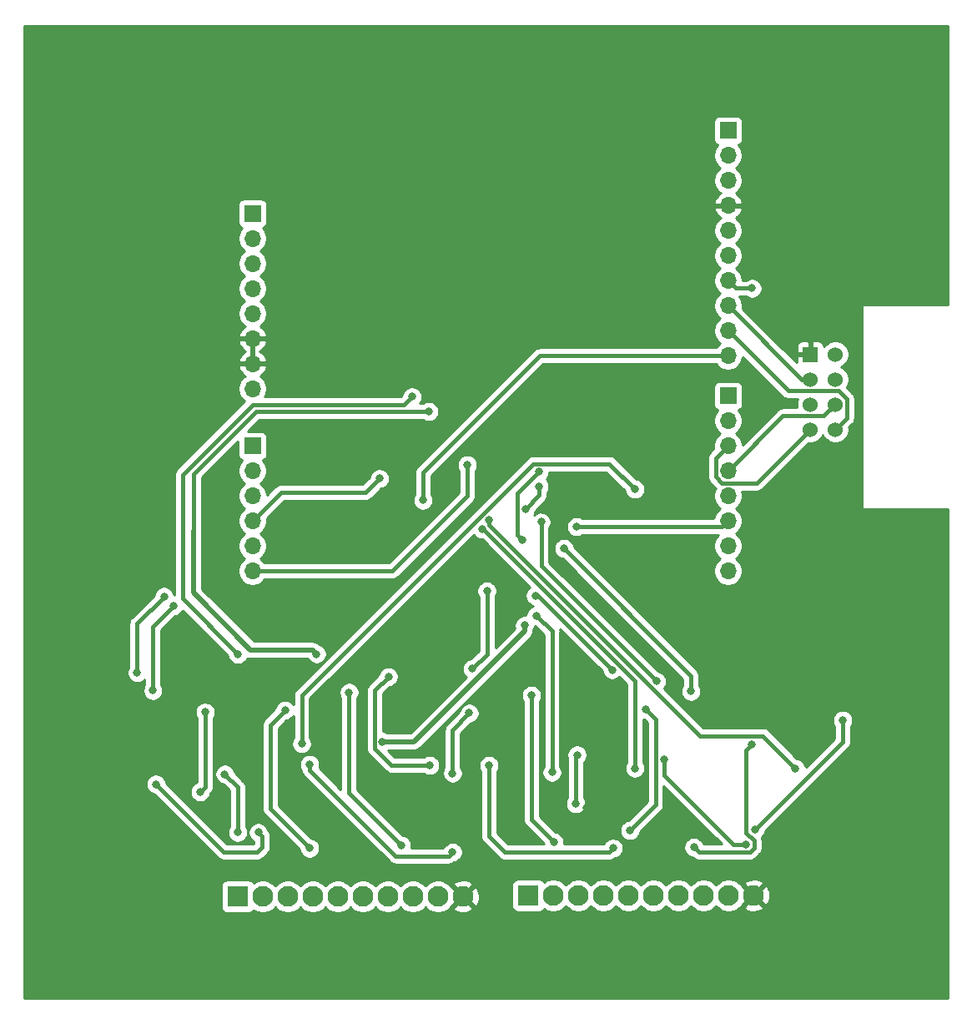
<source format=gbl>
G04 #@! TF.GenerationSoftware,KiCad,Pcbnew,5.1.10-88a1d61d58~90~ubuntu20.04.1*
G04 #@! TF.CreationDate,2021-09-14T19:28:04-05:00*
G04 #@! TF.ProjectId,serial_logger_uart_expander,73657269-616c-45f6-9c6f-676765725f75,rev?*
G04 #@! TF.SameCoordinates,Original*
G04 #@! TF.FileFunction,Copper,L2,Bot*
G04 #@! TF.FilePolarity,Positive*
%FSLAX46Y46*%
G04 Gerber Fmt 4.6, Leading zero omitted, Abs format (unit mm)*
G04 Created by KiCad (PCBNEW 5.1.10-88a1d61d58~90~ubuntu20.04.1) date 2021-09-14 19:28:04*
%MOMM*%
%LPD*%
G01*
G04 APERTURE LIST*
G04 #@! TA.AperFunction,ComponentPad*
%ADD10R,1.700000X1.700000*%
G04 #@! TD*
G04 #@! TA.AperFunction,ComponentPad*
%ADD11O,1.700000X1.700000*%
G04 #@! TD*
G04 #@! TA.AperFunction,ComponentPad*
%ADD12C,2.100000*%
G04 #@! TD*
G04 #@! TA.AperFunction,ComponentPad*
%ADD13R,2.100000X2.100000*%
G04 #@! TD*
G04 #@! TA.AperFunction,ComponentPad*
%ADD14R,1.524000X1.524000*%
G04 #@! TD*
G04 #@! TA.AperFunction,ComponentPad*
%ADD15C,1.524000*%
G04 #@! TD*
G04 #@! TA.AperFunction,ViaPad*
%ADD16C,0.800000*%
G04 #@! TD*
G04 #@! TA.AperFunction,Conductor*
%ADD17C,0.400000*%
G04 #@! TD*
G04 #@! TA.AperFunction,Conductor*
%ADD18C,0.500000*%
G04 #@! TD*
G04 #@! TA.AperFunction,Conductor*
%ADD19C,0.254000*%
G04 #@! TD*
G04 #@! TA.AperFunction,Conductor*
%ADD20C,0.100000*%
G04 #@! TD*
G04 APERTURE END LIST*
D10*
X128800000Y-69700000D03*
D11*
X128800000Y-72240000D03*
X128800000Y-74780000D03*
X128800000Y-77320000D03*
X128800000Y-79860000D03*
X128800000Y-82400000D03*
X128800000Y-84940000D03*
X128800000Y-87480000D03*
D10*
X128800000Y-93280000D03*
D11*
X128800000Y-95820000D03*
X128800000Y-98360000D03*
X128800000Y-100900000D03*
X128800000Y-103440000D03*
X128800000Y-105980000D03*
D10*
X177060000Y-61290000D03*
D11*
X177060000Y-63830000D03*
X177060000Y-66370000D03*
X177060000Y-68910000D03*
X177060000Y-71450000D03*
X177060000Y-73990000D03*
X177060000Y-76530000D03*
X177060000Y-79070000D03*
X177060000Y-81610000D03*
X177060000Y-84150000D03*
X177060000Y-105980000D03*
X177060000Y-103440000D03*
X177060000Y-100900000D03*
X177060000Y-98360000D03*
X177060000Y-95820000D03*
X177060000Y-93280000D03*
X177060000Y-90740000D03*
D10*
X177060000Y-88200000D03*
D12*
X179660000Y-138900000D03*
X177120000Y-138900000D03*
X174580000Y-138900000D03*
X172040000Y-138900000D03*
X169500000Y-138900000D03*
X166960000Y-138900000D03*
X164420000Y-138900000D03*
X161880000Y-138900000D03*
X159340000Y-138900000D03*
D13*
X156800000Y-138900000D03*
X127300000Y-139000000D03*
D12*
X129840000Y-139000000D03*
X132380000Y-139000000D03*
X134920000Y-139000000D03*
X137460000Y-139000000D03*
X140000000Y-139000000D03*
X142540000Y-139000000D03*
X145080000Y-139000000D03*
X147620000Y-139000000D03*
X150160000Y-139000000D03*
D14*
X185400000Y-84000000D03*
D15*
X187940000Y-84000000D03*
X185400000Y-86540000D03*
X187940000Y-86540000D03*
X185400000Y-89080000D03*
X187940000Y-89080000D03*
X185400000Y-91620000D03*
X187940000Y-91620000D03*
D16*
X107400000Y-53800000D03*
X132200000Y-129900000D03*
X146500000Y-130100000D03*
X162700000Y-130000000D03*
X143900000Y-93600000D03*
X158200000Y-99800000D03*
X181300000Y-133800000D03*
X141700000Y-96600000D03*
X150600000Y-95200000D03*
X179500000Y-77300000D03*
X146100001Y-98799999D03*
X161700000Y-101500000D03*
X178900000Y-133700000D03*
X170600000Y-125100000D03*
X179800000Y-132200000D03*
X188700000Y-121100000D03*
X173600000Y-134000000D03*
X179500000Y-123599996D03*
X165400000Y-134100000D03*
X152800000Y-125699998D03*
X167100000Y-132300000D03*
X168700000Y-120000000D03*
X159400000Y-133500000D03*
X157100000Y-118600000D03*
X161600000Y-129600000D03*
X161750000Y-124650000D03*
X123500000Y-128400000D03*
X124000000Y-120300000D03*
X126000000Y-126600000D03*
X127300000Y-132500000D03*
X129400000Y-132500000D03*
X119000000Y-127600000D03*
X134600000Y-134100000D03*
X132100000Y-120100000D03*
X143900000Y-133800000D03*
X138600000Y-118300000D03*
X149100000Y-126500000D03*
X150800000Y-120400000D03*
X149100000Y-134500000D03*
X134600000Y-125600000D03*
X165300000Y-116000000D03*
X157500000Y-108500000D03*
X118700000Y-118100000D03*
X120783092Y-109514477D03*
X157900000Y-95900000D03*
X156200000Y-102800000D03*
X157600000Y-110500000D03*
X159200000Y-126400000D03*
X160400000Y-103700000D03*
X173300000Y-118200000D03*
X127323954Y-114426050D03*
X145000000Y-88300000D03*
X156400000Y-111500000D03*
X141999990Y-123299990D03*
X152142560Y-101755823D03*
X167600000Y-126000000D03*
X183900000Y-126000000D03*
X152800000Y-100800000D03*
X117100000Y-116300000D03*
X119834307Y-108565693D03*
X146800000Y-125700000D03*
X142600000Y-116700000D03*
X157900000Y-97400000D03*
X156500000Y-99700000D03*
X152600000Y-107999990D03*
X151100000Y-115900000D03*
X169815686Y-117184314D03*
X158100000Y-101000000D03*
X133800000Y-123500000D03*
X167600000Y-97675000D03*
X135300000Y-114400000D03*
X146700000Y-89800000D03*
D17*
X141700000Y-96600000D02*
X140300000Y-98000000D01*
X131700000Y-98000000D02*
X128800000Y-100900000D01*
X140300000Y-98000000D02*
X131700000Y-98000000D01*
X150600000Y-98384002D02*
X150600000Y-95200000D01*
X143004002Y-105980000D02*
X150600000Y-98384002D01*
X128800000Y-105980000D02*
X143004002Y-105980000D01*
X177830000Y-77300000D02*
X177060000Y-76530000D01*
X179500000Y-77300000D02*
X177830000Y-77300000D01*
X184530000Y-86540000D02*
X185400000Y-86540000D01*
X177060000Y-79070000D02*
X184530000Y-86540000D01*
X188281763Y-87702001D02*
X183152001Y-87702001D01*
X189102001Y-88522239D02*
X188281763Y-87702001D01*
X189102001Y-90457999D02*
X189102001Y-88522239D01*
X183152001Y-87702001D02*
X177060000Y-81610000D01*
X187940000Y-91620000D02*
X189102001Y-90457999D01*
X146100001Y-95984001D02*
X146100001Y-98799999D01*
X157934002Y-84150000D02*
X146100001Y-95984001D01*
X177060000Y-84150000D02*
X157934002Y-84150000D01*
X176460000Y-101500000D02*
X177060000Y-100900000D01*
X161700000Y-101500000D02*
X176460000Y-101500000D01*
X182637999Y-90242001D02*
X177060000Y-95820000D01*
X186777999Y-90242001D02*
X182637999Y-90242001D01*
X187940000Y-89080000D02*
X186777999Y-90242001D01*
X179949999Y-97070001D02*
X185400000Y-91620000D01*
X176459999Y-97070001D02*
X179949999Y-97070001D01*
X175809999Y-96420001D02*
X176459999Y-97070001D01*
X175809999Y-94530001D02*
X175809999Y-96420001D01*
X177060000Y-93280000D02*
X175809999Y-94530001D01*
X170600000Y-126700000D02*
X170600000Y-125100000D01*
X178900000Y-133700000D02*
X177600000Y-133700000D01*
X177600000Y-133700000D02*
X170600000Y-126700000D01*
X188700000Y-123300000D02*
X188700000Y-121100000D01*
X179800000Y-132200000D02*
X188700000Y-123300000D01*
X173600000Y-134000000D02*
X174100001Y-134500001D01*
X179284001Y-134500001D02*
X179700001Y-134084001D01*
X174100001Y-134500001D02*
X179284001Y-134500001D01*
X179700001Y-134084001D02*
X179700001Y-133315999D01*
X179700001Y-133315999D02*
X178900001Y-132515999D01*
X178900001Y-132515999D02*
X178900001Y-124199995D01*
X178900001Y-124199995D02*
X179500000Y-123599996D01*
X152800000Y-132900000D02*
X152800000Y-125699998D01*
X165400000Y-134100000D02*
X165000001Y-134499999D01*
X165000001Y-134499999D02*
X154399999Y-134499999D01*
X154399999Y-134499999D02*
X152800000Y-132900000D01*
X169700000Y-121000000D02*
X168700000Y-120000000D01*
X167100000Y-132300000D02*
X169700000Y-129700000D01*
X169700000Y-129700000D02*
X169700000Y-121000000D01*
X157100000Y-131200000D02*
X157100000Y-118600000D01*
X159400000Y-133500000D02*
X157100000Y-131200000D01*
X161600000Y-124800000D02*
X161750000Y-124650000D01*
X161600000Y-129600000D02*
X161600000Y-124800000D01*
X124000000Y-127900000D02*
X124000000Y-120300000D01*
X123500000Y-128400000D02*
X124000000Y-127900000D01*
X126000000Y-126600000D02*
X127300000Y-127900000D01*
X127300000Y-127900000D02*
X127300000Y-132500000D01*
X125900001Y-134500001D02*
X119000000Y-127600000D01*
X129284003Y-134500001D02*
X125900001Y-134500001D01*
X129799999Y-133984005D02*
X129284003Y-134500001D01*
X129799999Y-132899999D02*
X129799999Y-133984005D01*
X129400000Y-132500000D02*
X129799999Y-132899999D01*
X130600000Y-130100000D02*
X130600000Y-121600000D01*
X130600000Y-121600000D02*
X132100000Y-120100000D01*
X134600000Y-134100000D02*
X130600000Y-130100000D01*
X138600000Y-128500000D02*
X138600000Y-118300000D01*
X143900000Y-133800000D02*
X138600000Y-128500000D01*
X149100000Y-122100000D02*
X150800000Y-120400000D01*
X149100000Y-126500000D02*
X149100000Y-122100000D01*
X148700001Y-134899999D02*
X143334314Y-134899999D01*
X149100000Y-134500000D02*
X148700001Y-134899999D01*
X143334314Y-134899999D02*
X134600000Y-126165685D01*
X134600000Y-126165685D02*
X134600000Y-125600000D01*
X157800000Y-108500000D02*
X157500000Y-108500000D01*
X165300000Y-116000000D02*
X157800000Y-108500000D01*
X118700000Y-118100000D02*
X118700000Y-111597569D01*
X118700000Y-111597569D02*
X120783092Y-109514477D01*
X155699999Y-102299999D02*
X156200000Y-102800000D01*
X155699999Y-98100001D02*
X155699999Y-102299999D01*
X157900000Y-95900000D02*
X155699999Y-98100001D01*
X159200000Y-112100000D02*
X159200000Y-126400000D01*
X157600000Y-110500000D02*
X159200000Y-112100000D01*
X160400000Y-103700000D02*
X173300000Y-116600000D01*
X173300000Y-116600000D02*
X173300000Y-118200000D01*
X144200000Y-89100000D02*
X145000000Y-88300000D01*
X128800000Y-89100000D02*
X144200000Y-89100000D01*
X121700000Y-96200000D02*
X128800000Y-89100000D01*
X121700000Y-108802096D02*
X121700000Y-96200000D01*
X127323954Y-114426050D02*
X121700000Y-108802096D01*
D18*
X145165695Y-123299990D02*
X141999990Y-123299990D01*
X156400000Y-111500000D02*
X156400000Y-112065685D01*
X156400000Y-112065685D02*
X145165695Y-123299990D01*
D17*
X152200000Y-101700000D02*
X152200000Y-101715998D01*
X167600000Y-117115998D02*
X167600000Y-126000000D01*
X152200000Y-101715998D02*
X167600000Y-117115998D01*
X180600000Y-122700000D02*
X183900000Y-126000000D01*
X174200000Y-122700000D02*
X180600000Y-122700000D01*
X152800000Y-101300000D02*
X174200000Y-122700000D01*
X152800000Y-100800000D02*
X152800000Y-101300000D01*
X117100000Y-111300000D02*
X119834307Y-108565693D01*
X117100000Y-116300000D02*
X117100000Y-111300000D01*
X146800000Y-125700000D02*
X142915978Y-125700000D01*
X142915978Y-125700000D02*
X141199989Y-123984011D01*
X141199989Y-123984011D02*
X141199989Y-118100011D01*
X141199989Y-118100011D02*
X142600000Y-116700000D01*
X157900000Y-98300000D02*
X156500000Y-99700000D01*
X157900000Y-97400000D02*
X157900000Y-98300000D01*
X152600000Y-114400000D02*
X151100000Y-115900000D01*
X152600000Y-107999990D02*
X152600000Y-114400000D01*
X169815686Y-117184314D02*
X158100000Y-105468628D01*
X158100000Y-105468628D02*
X158100000Y-101000000D01*
X165024999Y-95099999D02*
X167600000Y-97675000D01*
X157315999Y-95099999D02*
X165024999Y-95099999D01*
X133800000Y-118615998D02*
X157315999Y-95099999D01*
X133800000Y-123500000D02*
X133800000Y-118615998D01*
D18*
X134900001Y-114000001D02*
X135300000Y-114400000D01*
X128600001Y-114000001D02*
X134900001Y-114000001D01*
X122800000Y-108200000D02*
X128600001Y-114000001D01*
X122800000Y-101900000D02*
X122800000Y-108200000D01*
D17*
X146134315Y-89800000D02*
X146700000Y-89800000D01*
X122800000Y-96148542D02*
X129148542Y-89800000D01*
X122800000Y-101900000D02*
X122800000Y-96148542D01*
X129148542Y-89800000D02*
X146134315Y-89800000D01*
D19*
X199340001Y-78973000D02*
X190800000Y-78973000D01*
X190775224Y-78975440D01*
X190751399Y-78982667D01*
X190729443Y-78994403D01*
X190710197Y-79010197D01*
X190694403Y-79029443D01*
X190682667Y-79051399D01*
X190675440Y-79075224D01*
X190673000Y-79100000D01*
X190673000Y-99600000D01*
X190675440Y-99624776D01*
X190682667Y-99648601D01*
X190694403Y-99670557D01*
X190710197Y-99689803D01*
X190729443Y-99705597D01*
X190751399Y-99717333D01*
X190775224Y-99724560D01*
X190800000Y-99727000D01*
X199340001Y-99727000D01*
X199340000Y-149340000D01*
X105660000Y-149340000D01*
X105660000Y-137950000D01*
X125611928Y-137950000D01*
X125611928Y-140050000D01*
X125624188Y-140174482D01*
X125660498Y-140294180D01*
X125719463Y-140404494D01*
X125798815Y-140501185D01*
X125895506Y-140580537D01*
X126005820Y-140639502D01*
X126125518Y-140675812D01*
X126250000Y-140688072D01*
X128350000Y-140688072D01*
X128474482Y-140675812D01*
X128594180Y-140639502D01*
X128704494Y-140580537D01*
X128801185Y-140501185D01*
X128880537Y-140404494D01*
X128888042Y-140390454D01*
X129041853Y-140493228D01*
X129348504Y-140620246D01*
X129674042Y-140685000D01*
X130005958Y-140685000D01*
X130331496Y-140620246D01*
X130638147Y-140493228D01*
X130914125Y-140308825D01*
X131110000Y-140112950D01*
X131305875Y-140308825D01*
X131581853Y-140493228D01*
X131888504Y-140620246D01*
X132214042Y-140685000D01*
X132545958Y-140685000D01*
X132871496Y-140620246D01*
X133178147Y-140493228D01*
X133454125Y-140308825D01*
X133650000Y-140112950D01*
X133845875Y-140308825D01*
X134121853Y-140493228D01*
X134428504Y-140620246D01*
X134754042Y-140685000D01*
X135085958Y-140685000D01*
X135411496Y-140620246D01*
X135718147Y-140493228D01*
X135994125Y-140308825D01*
X136190000Y-140112950D01*
X136385875Y-140308825D01*
X136661853Y-140493228D01*
X136968504Y-140620246D01*
X137294042Y-140685000D01*
X137625958Y-140685000D01*
X137951496Y-140620246D01*
X138258147Y-140493228D01*
X138534125Y-140308825D01*
X138730000Y-140112950D01*
X138925875Y-140308825D01*
X139201853Y-140493228D01*
X139508504Y-140620246D01*
X139834042Y-140685000D01*
X140165958Y-140685000D01*
X140491496Y-140620246D01*
X140798147Y-140493228D01*
X141074125Y-140308825D01*
X141270000Y-140112950D01*
X141465875Y-140308825D01*
X141741853Y-140493228D01*
X142048504Y-140620246D01*
X142374042Y-140685000D01*
X142705958Y-140685000D01*
X143031496Y-140620246D01*
X143338147Y-140493228D01*
X143614125Y-140308825D01*
X143810000Y-140112950D01*
X144005875Y-140308825D01*
X144281853Y-140493228D01*
X144588504Y-140620246D01*
X144914042Y-140685000D01*
X145245958Y-140685000D01*
X145571496Y-140620246D01*
X145878147Y-140493228D01*
X146154125Y-140308825D01*
X146350000Y-140112950D01*
X146545875Y-140308825D01*
X146821853Y-140493228D01*
X147128504Y-140620246D01*
X147454042Y-140685000D01*
X147785958Y-140685000D01*
X148111496Y-140620246D01*
X148418147Y-140493228D01*
X148694125Y-140308825D01*
X148831884Y-140171066D01*
X149168539Y-140171066D01*
X149270339Y-140440579D01*
X149568477Y-140586463D01*
X149889346Y-140671380D01*
X150220617Y-140692066D01*
X150549557Y-140647728D01*
X150863527Y-140540069D01*
X151049661Y-140440579D01*
X151151461Y-140171066D01*
X150160000Y-139179605D01*
X149168539Y-140171066D01*
X148831884Y-140171066D01*
X148928825Y-140074125D01*
X148985042Y-139989991D01*
X148988934Y-139991461D01*
X149980395Y-139000000D01*
X150339605Y-139000000D01*
X151331066Y-139991461D01*
X151600579Y-139889661D01*
X151746463Y-139591523D01*
X151831380Y-139270654D01*
X151852066Y-138939383D01*
X151807728Y-138610443D01*
X151700069Y-138296473D01*
X151600579Y-138110339D01*
X151331066Y-138008539D01*
X150339605Y-139000000D01*
X149980395Y-139000000D01*
X148988934Y-138008539D01*
X148985042Y-138010009D01*
X148928825Y-137925875D01*
X148831884Y-137828934D01*
X149168539Y-137828934D01*
X150160000Y-138820395D01*
X151130395Y-137850000D01*
X155111928Y-137850000D01*
X155111928Y-139950000D01*
X155124188Y-140074482D01*
X155160498Y-140194180D01*
X155219463Y-140304494D01*
X155298815Y-140401185D01*
X155395506Y-140480537D01*
X155505820Y-140539502D01*
X155625518Y-140575812D01*
X155750000Y-140588072D01*
X157850000Y-140588072D01*
X157974482Y-140575812D01*
X158094180Y-140539502D01*
X158204494Y-140480537D01*
X158301185Y-140401185D01*
X158380537Y-140304494D01*
X158388042Y-140290454D01*
X158541853Y-140393228D01*
X158848504Y-140520246D01*
X159174042Y-140585000D01*
X159505958Y-140585000D01*
X159831496Y-140520246D01*
X160138147Y-140393228D01*
X160414125Y-140208825D01*
X160610000Y-140012950D01*
X160805875Y-140208825D01*
X161081853Y-140393228D01*
X161388504Y-140520246D01*
X161714042Y-140585000D01*
X162045958Y-140585000D01*
X162371496Y-140520246D01*
X162678147Y-140393228D01*
X162954125Y-140208825D01*
X163150000Y-140012950D01*
X163345875Y-140208825D01*
X163621853Y-140393228D01*
X163928504Y-140520246D01*
X164254042Y-140585000D01*
X164585958Y-140585000D01*
X164911496Y-140520246D01*
X165218147Y-140393228D01*
X165494125Y-140208825D01*
X165690000Y-140012950D01*
X165885875Y-140208825D01*
X166161853Y-140393228D01*
X166468504Y-140520246D01*
X166794042Y-140585000D01*
X167125958Y-140585000D01*
X167451496Y-140520246D01*
X167758147Y-140393228D01*
X168034125Y-140208825D01*
X168230000Y-140012950D01*
X168425875Y-140208825D01*
X168701853Y-140393228D01*
X169008504Y-140520246D01*
X169334042Y-140585000D01*
X169665958Y-140585000D01*
X169991496Y-140520246D01*
X170298147Y-140393228D01*
X170574125Y-140208825D01*
X170770000Y-140012950D01*
X170965875Y-140208825D01*
X171241853Y-140393228D01*
X171548504Y-140520246D01*
X171874042Y-140585000D01*
X172205958Y-140585000D01*
X172531496Y-140520246D01*
X172838147Y-140393228D01*
X173114125Y-140208825D01*
X173310000Y-140012950D01*
X173505875Y-140208825D01*
X173781853Y-140393228D01*
X174088504Y-140520246D01*
X174414042Y-140585000D01*
X174745958Y-140585000D01*
X175071496Y-140520246D01*
X175378147Y-140393228D01*
X175654125Y-140208825D01*
X175850000Y-140012950D01*
X176045875Y-140208825D01*
X176321853Y-140393228D01*
X176628504Y-140520246D01*
X176954042Y-140585000D01*
X177285958Y-140585000D01*
X177611496Y-140520246D01*
X177918147Y-140393228D01*
X178194125Y-140208825D01*
X178331884Y-140071066D01*
X178668539Y-140071066D01*
X178770339Y-140340579D01*
X179068477Y-140486463D01*
X179389346Y-140571380D01*
X179720617Y-140592066D01*
X180049557Y-140547728D01*
X180363527Y-140440069D01*
X180549661Y-140340579D01*
X180651461Y-140071066D01*
X179660000Y-139079605D01*
X178668539Y-140071066D01*
X178331884Y-140071066D01*
X178428825Y-139974125D01*
X178485042Y-139889991D01*
X178488934Y-139891461D01*
X179480395Y-138900000D01*
X179839605Y-138900000D01*
X180831066Y-139891461D01*
X181100579Y-139789661D01*
X181246463Y-139491523D01*
X181331380Y-139170654D01*
X181352066Y-138839383D01*
X181307728Y-138510443D01*
X181200069Y-138196473D01*
X181100579Y-138010339D01*
X180831066Y-137908539D01*
X179839605Y-138900000D01*
X179480395Y-138900000D01*
X178488934Y-137908539D01*
X178485042Y-137910009D01*
X178428825Y-137825875D01*
X178331884Y-137728934D01*
X178668539Y-137728934D01*
X179660000Y-138720395D01*
X180651461Y-137728934D01*
X180549661Y-137459421D01*
X180251523Y-137313537D01*
X179930654Y-137228620D01*
X179599383Y-137207934D01*
X179270443Y-137252272D01*
X178956473Y-137359931D01*
X178770339Y-137459421D01*
X178668539Y-137728934D01*
X178331884Y-137728934D01*
X178194125Y-137591175D01*
X177918147Y-137406772D01*
X177611496Y-137279754D01*
X177285958Y-137215000D01*
X176954042Y-137215000D01*
X176628504Y-137279754D01*
X176321853Y-137406772D01*
X176045875Y-137591175D01*
X175850000Y-137787050D01*
X175654125Y-137591175D01*
X175378147Y-137406772D01*
X175071496Y-137279754D01*
X174745958Y-137215000D01*
X174414042Y-137215000D01*
X174088504Y-137279754D01*
X173781853Y-137406772D01*
X173505875Y-137591175D01*
X173310000Y-137787050D01*
X173114125Y-137591175D01*
X172838147Y-137406772D01*
X172531496Y-137279754D01*
X172205958Y-137215000D01*
X171874042Y-137215000D01*
X171548504Y-137279754D01*
X171241853Y-137406772D01*
X170965875Y-137591175D01*
X170770000Y-137787050D01*
X170574125Y-137591175D01*
X170298147Y-137406772D01*
X169991496Y-137279754D01*
X169665958Y-137215000D01*
X169334042Y-137215000D01*
X169008504Y-137279754D01*
X168701853Y-137406772D01*
X168425875Y-137591175D01*
X168230000Y-137787050D01*
X168034125Y-137591175D01*
X167758147Y-137406772D01*
X167451496Y-137279754D01*
X167125958Y-137215000D01*
X166794042Y-137215000D01*
X166468504Y-137279754D01*
X166161853Y-137406772D01*
X165885875Y-137591175D01*
X165690000Y-137787050D01*
X165494125Y-137591175D01*
X165218147Y-137406772D01*
X164911496Y-137279754D01*
X164585958Y-137215000D01*
X164254042Y-137215000D01*
X163928504Y-137279754D01*
X163621853Y-137406772D01*
X163345875Y-137591175D01*
X163150000Y-137787050D01*
X162954125Y-137591175D01*
X162678147Y-137406772D01*
X162371496Y-137279754D01*
X162045958Y-137215000D01*
X161714042Y-137215000D01*
X161388504Y-137279754D01*
X161081853Y-137406772D01*
X160805875Y-137591175D01*
X160610000Y-137787050D01*
X160414125Y-137591175D01*
X160138147Y-137406772D01*
X159831496Y-137279754D01*
X159505958Y-137215000D01*
X159174042Y-137215000D01*
X158848504Y-137279754D01*
X158541853Y-137406772D01*
X158388042Y-137509546D01*
X158380537Y-137495506D01*
X158301185Y-137398815D01*
X158204494Y-137319463D01*
X158094180Y-137260498D01*
X157974482Y-137224188D01*
X157850000Y-137211928D01*
X155750000Y-137211928D01*
X155625518Y-137224188D01*
X155505820Y-137260498D01*
X155395506Y-137319463D01*
X155298815Y-137398815D01*
X155219463Y-137495506D01*
X155160498Y-137605820D01*
X155124188Y-137725518D01*
X155111928Y-137850000D01*
X151130395Y-137850000D01*
X151151461Y-137828934D01*
X151049661Y-137559421D01*
X150751523Y-137413537D01*
X150430654Y-137328620D01*
X150099383Y-137307934D01*
X149770443Y-137352272D01*
X149456473Y-137459931D01*
X149270339Y-137559421D01*
X149168539Y-137828934D01*
X148831884Y-137828934D01*
X148694125Y-137691175D01*
X148418147Y-137506772D01*
X148111496Y-137379754D01*
X147785958Y-137315000D01*
X147454042Y-137315000D01*
X147128504Y-137379754D01*
X146821853Y-137506772D01*
X146545875Y-137691175D01*
X146350000Y-137887050D01*
X146154125Y-137691175D01*
X145878147Y-137506772D01*
X145571496Y-137379754D01*
X145245958Y-137315000D01*
X144914042Y-137315000D01*
X144588504Y-137379754D01*
X144281853Y-137506772D01*
X144005875Y-137691175D01*
X143810000Y-137887050D01*
X143614125Y-137691175D01*
X143338147Y-137506772D01*
X143031496Y-137379754D01*
X142705958Y-137315000D01*
X142374042Y-137315000D01*
X142048504Y-137379754D01*
X141741853Y-137506772D01*
X141465875Y-137691175D01*
X141270000Y-137887050D01*
X141074125Y-137691175D01*
X140798147Y-137506772D01*
X140491496Y-137379754D01*
X140165958Y-137315000D01*
X139834042Y-137315000D01*
X139508504Y-137379754D01*
X139201853Y-137506772D01*
X138925875Y-137691175D01*
X138730000Y-137887050D01*
X138534125Y-137691175D01*
X138258147Y-137506772D01*
X137951496Y-137379754D01*
X137625958Y-137315000D01*
X137294042Y-137315000D01*
X136968504Y-137379754D01*
X136661853Y-137506772D01*
X136385875Y-137691175D01*
X136190000Y-137887050D01*
X135994125Y-137691175D01*
X135718147Y-137506772D01*
X135411496Y-137379754D01*
X135085958Y-137315000D01*
X134754042Y-137315000D01*
X134428504Y-137379754D01*
X134121853Y-137506772D01*
X133845875Y-137691175D01*
X133650000Y-137887050D01*
X133454125Y-137691175D01*
X133178147Y-137506772D01*
X132871496Y-137379754D01*
X132545958Y-137315000D01*
X132214042Y-137315000D01*
X131888504Y-137379754D01*
X131581853Y-137506772D01*
X131305875Y-137691175D01*
X131110000Y-137887050D01*
X130914125Y-137691175D01*
X130638147Y-137506772D01*
X130331496Y-137379754D01*
X130005958Y-137315000D01*
X129674042Y-137315000D01*
X129348504Y-137379754D01*
X129041853Y-137506772D01*
X128888042Y-137609546D01*
X128880537Y-137595506D01*
X128801185Y-137498815D01*
X128704494Y-137419463D01*
X128594180Y-137360498D01*
X128474482Y-137324188D01*
X128350000Y-137311928D01*
X126250000Y-137311928D01*
X126125518Y-137324188D01*
X126005820Y-137360498D01*
X125895506Y-137419463D01*
X125798815Y-137498815D01*
X125719463Y-137595506D01*
X125660498Y-137705820D01*
X125624188Y-137825518D01*
X125611928Y-137950000D01*
X105660000Y-137950000D01*
X105660000Y-127498061D01*
X117965000Y-127498061D01*
X117965000Y-127701939D01*
X118004774Y-127901898D01*
X118082795Y-128090256D01*
X118196063Y-128259774D01*
X118340226Y-128403937D01*
X118509744Y-128517205D01*
X118698102Y-128595226D01*
X118843226Y-128624093D01*
X125280560Y-135061428D01*
X125306710Y-135093292D01*
X125387719Y-135159774D01*
X125433855Y-135197637D01*
X125578914Y-135275173D01*
X125736312Y-135322919D01*
X125900001Y-135339041D01*
X125941019Y-135335001D01*
X129242985Y-135335001D01*
X129284003Y-135339041D01*
X129325021Y-135335001D01*
X129325022Y-135335001D01*
X129447692Y-135322919D01*
X129605090Y-135275173D01*
X129750149Y-135197637D01*
X129877294Y-135093292D01*
X129903448Y-135061423D01*
X130361425Y-134603447D01*
X130393290Y-134577296D01*
X130497635Y-134450151D01*
X130575171Y-134305092D01*
X130622917Y-134147694D01*
X130634999Y-134025024D01*
X130634999Y-134025023D01*
X130639039Y-133984005D01*
X130634999Y-133942987D01*
X130634999Y-132941017D01*
X130639039Y-132899998D01*
X130622917Y-132736310D01*
X130575171Y-132578912D01*
X130529293Y-132493081D01*
X130497635Y-132433853D01*
X130424359Y-132344566D01*
X130395226Y-132198102D01*
X130317205Y-132009744D01*
X130203937Y-131840226D01*
X130059774Y-131696063D01*
X129890256Y-131582795D01*
X129701898Y-131504774D01*
X129501939Y-131465000D01*
X129298061Y-131465000D01*
X129098102Y-131504774D01*
X128909744Y-131582795D01*
X128740226Y-131696063D01*
X128596063Y-131840226D01*
X128482795Y-132009744D01*
X128404774Y-132198102D01*
X128365000Y-132398061D01*
X128365000Y-132601939D01*
X128404774Y-132801898D01*
X128482795Y-132990256D01*
X128596063Y-133159774D01*
X128740226Y-133303937D01*
X128909744Y-133417205D01*
X128964999Y-133440093D01*
X128965000Y-133638137D01*
X128938136Y-133665001D01*
X126245869Y-133665001D01*
X120878929Y-128298061D01*
X122465000Y-128298061D01*
X122465000Y-128501939D01*
X122504774Y-128701898D01*
X122582795Y-128890256D01*
X122696063Y-129059774D01*
X122840226Y-129203937D01*
X123009744Y-129317205D01*
X123198102Y-129395226D01*
X123398061Y-129435000D01*
X123601939Y-129435000D01*
X123801898Y-129395226D01*
X123990256Y-129317205D01*
X124159774Y-129203937D01*
X124303937Y-129059774D01*
X124417205Y-128890256D01*
X124495226Y-128701898D01*
X124524092Y-128556775D01*
X124561429Y-128519439D01*
X124593291Y-128493291D01*
X124697636Y-128366146D01*
X124775172Y-128221087D01*
X124822918Y-128063689D01*
X124835000Y-127941019D01*
X124835000Y-127941018D01*
X124839040Y-127900000D01*
X124835000Y-127858981D01*
X124835000Y-126498061D01*
X124965000Y-126498061D01*
X124965000Y-126701939D01*
X125004774Y-126901898D01*
X125082795Y-127090256D01*
X125196063Y-127259774D01*
X125340226Y-127403937D01*
X125509744Y-127517205D01*
X125698102Y-127595226D01*
X125843225Y-127624092D01*
X126465000Y-128245869D01*
X126465001Y-131886714D01*
X126382795Y-132009744D01*
X126304774Y-132198102D01*
X126265000Y-132398061D01*
X126265000Y-132601939D01*
X126304774Y-132801898D01*
X126382795Y-132990256D01*
X126496063Y-133159774D01*
X126640226Y-133303937D01*
X126809744Y-133417205D01*
X126998102Y-133495226D01*
X127198061Y-133535000D01*
X127401939Y-133535000D01*
X127601898Y-133495226D01*
X127790256Y-133417205D01*
X127959774Y-133303937D01*
X128103937Y-133159774D01*
X128217205Y-132990256D01*
X128295226Y-132801898D01*
X128335000Y-132601939D01*
X128335000Y-132398061D01*
X128295226Y-132198102D01*
X128217205Y-132009744D01*
X128135000Y-131886715D01*
X128135000Y-127941018D01*
X128139040Y-127900000D01*
X128125614Y-127763688D01*
X128122918Y-127736311D01*
X128075172Y-127578913D01*
X127997636Y-127433854D01*
X127941129Y-127365000D01*
X127919439Y-127338570D01*
X127919437Y-127338568D01*
X127893291Y-127306709D01*
X127861433Y-127280564D01*
X127024092Y-126443225D01*
X126995226Y-126298102D01*
X126917205Y-126109744D01*
X126803937Y-125940226D01*
X126659774Y-125796063D01*
X126490256Y-125682795D01*
X126301898Y-125604774D01*
X126101939Y-125565000D01*
X125898061Y-125565000D01*
X125698102Y-125604774D01*
X125509744Y-125682795D01*
X125340226Y-125796063D01*
X125196063Y-125940226D01*
X125082795Y-126109744D01*
X125004774Y-126298102D01*
X124965000Y-126498061D01*
X124835000Y-126498061D01*
X124835000Y-121600000D01*
X129760960Y-121600000D01*
X129765001Y-121641029D01*
X129765000Y-130058981D01*
X129760960Y-130100000D01*
X129765000Y-130141018D01*
X129777082Y-130263688D01*
X129824828Y-130421086D01*
X129902364Y-130566145D01*
X130006709Y-130693291D01*
X130038579Y-130719446D01*
X133575908Y-134256775D01*
X133604774Y-134401898D01*
X133682795Y-134590256D01*
X133796063Y-134759774D01*
X133940226Y-134903937D01*
X134109744Y-135017205D01*
X134298102Y-135095226D01*
X134498061Y-135135000D01*
X134701939Y-135135000D01*
X134901898Y-135095226D01*
X135090256Y-135017205D01*
X135259774Y-134903937D01*
X135403937Y-134759774D01*
X135517205Y-134590256D01*
X135595226Y-134401898D01*
X135635000Y-134201939D01*
X135635000Y-133998061D01*
X135595226Y-133798102D01*
X135517205Y-133609744D01*
X135403937Y-133440226D01*
X135259774Y-133296063D01*
X135090256Y-133182795D01*
X134901898Y-133104774D01*
X134756775Y-133075908D01*
X131435000Y-129754133D01*
X131435000Y-125498061D01*
X133565000Y-125498061D01*
X133565000Y-125701939D01*
X133604774Y-125901898D01*
X133682795Y-126090256D01*
X133765760Y-126214423D01*
X133777082Y-126329373D01*
X133824828Y-126486771D01*
X133902364Y-126631830D01*
X134006709Y-126758976D01*
X134038579Y-126785131D01*
X142714873Y-135461426D01*
X142741023Y-135493290D01*
X142868168Y-135597635D01*
X143013227Y-135675171D01*
X143170625Y-135722917D01*
X143293295Y-135734999D01*
X143293305Y-135734999D01*
X143334313Y-135739038D01*
X143375321Y-135734999D01*
X148658983Y-135734999D01*
X148700001Y-135739039D01*
X148741019Y-135734999D01*
X148741020Y-135734999D01*
X148863690Y-135722917D01*
X149021088Y-135675171D01*
X149166147Y-135597635D01*
X149255434Y-135524359D01*
X149401898Y-135495226D01*
X149590256Y-135417205D01*
X149759774Y-135303937D01*
X149903937Y-135159774D01*
X150017205Y-134990256D01*
X150095226Y-134801898D01*
X150135000Y-134601939D01*
X150135000Y-134398061D01*
X150095226Y-134198102D01*
X150017205Y-134009744D01*
X149903937Y-133840226D01*
X149759774Y-133696063D01*
X149590256Y-133582795D01*
X149401898Y-133504774D01*
X149201939Y-133465000D01*
X148998061Y-133465000D01*
X148798102Y-133504774D01*
X148609744Y-133582795D01*
X148440226Y-133696063D01*
X148296063Y-133840226D01*
X148182795Y-134009744D01*
X148159907Y-134064999D01*
X144902566Y-134064999D01*
X144935000Y-133901939D01*
X144935000Y-133698061D01*
X144895226Y-133498102D01*
X144817205Y-133309744D01*
X144703937Y-133140226D01*
X144559774Y-132996063D01*
X144390256Y-132882795D01*
X144201898Y-132804774D01*
X144056777Y-132775908D01*
X139435000Y-128154133D01*
X139435000Y-118913285D01*
X139517205Y-118790256D01*
X139595226Y-118601898D01*
X139635000Y-118401939D01*
X139635000Y-118198061D01*
X139595226Y-117998102D01*
X139517205Y-117809744D01*
X139403937Y-117640226D01*
X139259774Y-117496063D01*
X139090256Y-117382795D01*
X138901898Y-117304774D01*
X138701939Y-117265000D01*
X138498061Y-117265000D01*
X138298102Y-117304774D01*
X138109744Y-117382795D01*
X137940226Y-117496063D01*
X137796063Y-117640226D01*
X137682795Y-117809744D01*
X137604774Y-117998102D01*
X137565000Y-118198061D01*
X137565000Y-118401939D01*
X137604774Y-118601898D01*
X137682795Y-118790256D01*
X137765001Y-118913286D01*
X137765000Y-128149818D01*
X135572337Y-125957155D01*
X135595226Y-125901898D01*
X135635000Y-125701939D01*
X135635000Y-125498061D01*
X135595226Y-125298102D01*
X135517205Y-125109744D01*
X135403937Y-124940226D01*
X135259774Y-124796063D01*
X135090256Y-124682795D01*
X134901898Y-124604774D01*
X134701939Y-124565000D01*
X134498061Y-124565000D01*
X134298102Y-124604774D01*
X134109744Y-124682795D01*
X133940226Y-124796063D01*
X133796063Y-124940226D01*
X133682795Y-125109744D01*
X133604774Y-125298102D01*
X133565000Y-125498061D01*
X131435000Y-125498061D01*
X131435000Y-121945867D01*
X132256775Y-121124092D01*
X132401898Y-121095226D01*
X132590256Y-121017205D01*
X132759774Y-120903937D01*
X132903937Y-120759774D01*
X132965001Y-120668386D01*
X132965000Y-122886715D01*
X132882795Y-123009744D01*
X132804774Y-123198102D01*
X132765000Y-123398061D01*
X132765000Y-123601939D01*
X132804774Y-123801898D01*
X132882795Y-123990256D01*
X132996063Y-124159774D01*
X133140226Y-124303937D01*
X133309744Y-124417205D01*
X133498102Y-124495226D01*
X133698061Y-124535000D01*
X133901939Y-124535000D01*
X134101898Y-124495226D01*
X134290256Y-124417205D01*
X134459774Y-124303937D01*
X134603937Y-124159774D01*
X134717205Y-123990256D01*
X134795226Y-123801898D01*
X134835000Y-123601939D01*
X134835000Y-123398061D01*
X134795226Y-123198102D01*
X134717205Y-123009744D01*
X134635000Y-122886715D01*
X134635000Y-118961865D01*
X151275596Y-102321270D01*
X151338623Y-102415597D01*
X151482786Y-102559760D01*
X151652304Y-102673028D01*
X151840662Y-102751049D01*
X152040621Y-102790823D01*
X152093958Y-102790823D01*
X156935522Y-107632388D01*
X156840226Y-107696063D01*
X156696063Y-107840226D01*
X156582795Y-108009744D01*
X156504774Y-108198102D01*
X156465000Y-108398061D01*
X156465000Y-108601939D01*
X156504774Y-108801898D01*
X156582795Y-108990256D01*
X156696063Y-109159774D01*
X156840226Y-109303937D01*
X157009744Y-109417205D01*
X157198102Y-109495226D01*
X157281233Y-109511762D01*
X157109744Y-109582795D01*
X156940226Y-109696063D01*
X156796063Y-109840226D01*
X156682795Y-110009744D01*
X156604774Y-110198102D01*
X156565000Y-110398061D01*
X156565000Y-110477544D01*
X156501939Y-110465000D01*
X156298061Y-110465000D01*
X156098102Y-110504774D01*
X155909744Y-110582795D01*
X155740226Y-110696063D01*
X155596063Y-110840226D01*
X155482795Y-111009744D01*
X155404774Y-111198102D01*
X155365000Y-111398061D01*
X155365000Y-111601939D01*
X155404774Y-111801898D01*
X155406951Y-111807155D01*
X153435000Y-113779106D01*
X153435000Y-108613275D01*
X153517205Y-108490246D01*
X153595226Y-108301888D01*
X153635000Y-108101929D01*
X153635000Y-107898051D01*
X153595226Y-107698092D01*
X153517205Y-107509734D01*
X153403937Y-107340216D01*
X153259774Y-107196053D01*
X153090256Y-107082785D01*
X152901898Y-107004764D01*
X152701939Y-106964990D01*
X152498061Y-106964990D01*
X152298102Y-107004764D01*
X152109744Y-107082785D01*
X151940226Y-107196053D01*
X151796063Y-107340216D01*
X151682795Y-107509734D01*
X151604774Y-107698092D01*
X151565000Y-107898051D01*
X151565000Y-108101929D01*
X151604774Y-108301888D01*
X151682795Y-108490246D01*
X151765000Y-108613275D01*
X151765001Y-114054131D01*
X150943225Y-114875907D01*
X150798102Y-114904774D01*
X150609744Y-114982795D01*
X150440226Y-115096063D01*
X150296063Y-115240226D01*
X150182795Y-115409744D01*
X150104774Y-115598102D01*
X150065000Y-115798061D01*
X150065000Y-116001939D01*
X150104774Y-116201898D01*
X150182795Y-116390256D01*
X150296063Y-116559774D01*
X150440226Y-116703937D01*
X150482154Y-116731952D01*
X144799117Y-122414990D01*
X142538444Y-122414990D01*
X142490246Y-122382785D01*
X142301888Y-122304764D01*
X142101929Y-122264990D01*
X142034989Y-122264990D01*
X142034989Y-118445878D01*
X142756776Y-117724092D01*
X142901898Y-117695226D01*
X143090256Y-117617205D01*
X143259774Y-117503937D01*
X143403937Y-117359774D01*
X143517205Y-117190256D01*
X143595226Y-117001898D01*
X143635000Y-116801939D01*
X143635000Y-116598061D01*
X143595226Y-116398102D01*
X143517205Y-116209744D01*
X143403937Y-116040226D01*
X143259774Y-115896063D01*
X143090256Y-115782795D01*
X142901898Y-115704774D01*
X142701939Y-115665000D01*
X142498061Y-115665000D01*
X142298102Y-115704774D01*
X142109744Y-115782795D01*
X141940226Y-115896063D01*
X141796063Y-116040226D01*
X141682795Y-116209744D01*
X141604774Y-116398102D01*
X141575908Y-116543224D01*
X140638563Y-117480570D01*
X140606699Y-117506720D01*
X140558870Y-117565000D01*
X140502353Y-117633866D01*
X140424817Y-117778925D01*
X140377071Y-117936323D01*
X140360949Y-118100011D01*
X140364990Y-118141039D01*
X140364989Y-123942992D01*
X140360949Y-123984011D01*
X140368109Y-124056710D01*
X140377071Y-124147699D01*
X140424817Y-124305097D01*
X140502353Y-124450156D01*
X140606698Y-124577302D01*
X140638568Y-124603457D01*
X142296541Y-126261432D01*
X142322687Y-126293291D01*
X142354546Y-126319437D01*
X142354548Y-126319439D01*
X142449832Y-126397636D01*
X142594891Y-126475172D01*
X142752289Y-126522918D01*
X142915978Y-126539040D01*
X142956996Y-126535000D01*
X146186715Y-126535000D01*
X146309744Y-126617205D01*
X146498102Y-126695226D01*
X146698061Y-126735000D01*
X146901939Y-126735000D01*
X147101898Y-126695226D01*
X147290256Y-126617205D01*
X147459774Y-126503937D01*
X147565650Y-126398061D01*
X148065000Y-126398061D01*
X148065000Y-126601939D01*
X148104774Y-126801898D01*
X148182795Y-126990256D01*
X148296063Y-127159774D01*
X148440226Y-127303937D01*
X148609744Y-127417205D01*
X148798102Y-127495226D01*
X148998061Y-127535000D01*
X149201939Y-127535000D01*
X149401898Y-127495226D01*
X149590256Y-127417205D01*
X149759774Y-127303937D01*
X149903937Y-127159774D01*
X150017205Y-126990256D01*
X150095226Y-126801898D01*
X150135000Y-126601939D01*
X150135000Y-126398061D01*
X150095226Y-126198102D01*
X150017205Y-126009744D01*
X149935000Y-125886715D01*
X149935000Y-125598059D01*
X151765000Y-125598059D01*
X151765000Y-125801937D01*
X151804774Y-126001896D01*
X151882795Y-126190254D01*
X151965001Y-126313284D01*
X151965000Y-132858980D01*
X151960960Y-132900000D01*
X151965000Y-132941018D01*
X151977082Y-133063688D01*
X152024828Y-133221086D01*
X152102364Y-133366145D01*
X152206709Y-133493291D01*
X152238579Y-133519446D01*
X153780558Y-135061425D01*
X153806708Y-135093290D01*
X153933853Y-135197635D01*
X154078912Y-135275171D01*
X154236310Y-135322917D01*
X154358980Y-135334999D01*
X154358990Y-135334999D01*
X154399998Y-135339038D01*
X154441006Y-135334999D01*
X164958983Y-135334999D01*
X165000001Y-135339039D01*
X165041019Y-135334999D01*
X165041020Y-135334999D01*
X165163690Y-135322917D01*
X165321088Y-135275171D01*
X165466147Y-135197635D01*
X165555434Y-135124359D01*
X165701898Y-135095226D01*
X165890256Y-135017205D01*
X166059774Y-134903937D01*
X166203937Y-134759774D01*
X166317205Y-134590256D01*
X166395226Y-134401898D01*
X166435000Y-134201939D01*
X166435000Y-133998061D01*
X166395226Y-133798102D01*
X166317205Y-133609744D01*
X166203937Y-133440226D01*
X166059774Y-133296063D01*
X165890256Y-133182795D01*
X165701898Y-133104774D01*
X165501939Y-133065000D01*
X165298061Y-133065000D01*
X165098102Y-133104774D01*
X164909744Y-133182795D01*
X164740226Y-133296063D01*
X164596063Y-133440226D01*
X164482795Y-133609744D01*
X164459907Y-133664999D01*
X160422457Y-133664999D01*
X160435000Y-133601939D01*
X160435000Y-133398061D01*
X160395226Y-133198102D01*
X160317205Y-133009744D01*
X160203937Y-132840226D01*
X160059774Y-132696063D01*
X159890256Y-132582795D01*
X159701898Y-132504774D01*
X159556775Y-132475908D01*
X157935000Y-130854133D01*
X157935000Y-129498061D01*
X160565000Y-129498061D01*
X160565000Y-129701939D01*
X160604774Y-129901898D01*
X160682795Y-130090256D01*
X160796063Y-130259774D01*
X160940226Y-130403937D01*
X161109744Y-130517205D01*
X161298102Y-130595226D01*
X161498061Y-130635000D01*
X161701939Y-130635000D01*
X161901898Y-130595226D01*
X162090256Y-130517205D01*
X162259774Y-130403937D01*
X162403937Y-130259774D01*
X162517205Y-130090256D01*
X162595226Y-129901898D01*
X162635000Y-129701939D01*
X162635000Y-129498061D01*
X162595226Y-129298102D01*
X162517205Y-129109744D01*
X162435000Y-128986715D01*
X162435000Y-125428711D01*
X162553937Y-125309774D01*
X162667205Y-125140256D01*
X162745226Y-124951898D01*
X162785000Y-124751939D01*
X162785000Y-124548061D01*
X162745226Y-124348102D01*
X162667205Y-124159744D01*
X162553937Y-123990226D01*
X162409774Y-123846063D01*
X162240256Y-123732795D01*
X162051898Y-123654774D01*
X161851939Y-123615000D01*
X161648061Y-123615000D01*
X161448102Y-123654774D01*
X161259744Y-123732795D01*
X161090226Y-123846063D01*
X160946063Y-123990226D01*
X160832795Y-124159744D01*
X160754774Y-124348102D01*
X160715000Y-124548061D01*
X160715000Y-124751939D01*
X160754774Y-124951898D01*
X160765001Y-124976588D01*
X160765000Y-128986715D01*
X160682795Y-129109744D01*
X160604774Y-129298102D01*
X160565000Y-129498061D01*
X157935000Y-129498061D01*
X157935000Y-119213285D01*
X158017205Y-119090256D01*
X158095226Y-118901898D01*
X158135000Y-118701939D01*
X158135000Y-118498061D01*
X158095226Y-118298102D01*
X158017205Y-118109744D01*
X157903937Y-117940226D01*
X157759774Y-117796063D01*
X157590256Y-117682795D01*
X157401898Y-117604774D01*
X157201939Y-117565000D01*
X156998061Y-117565000D01*
X156798102Y-117604774D01*
X156609744Y-117682795D01*
X156440226Y-117796063D01*
X156296063Y-117940226D01*
X156182795Y-118109744D01*
X156104774Y-118298102D01*
X156065000Y-118498061D01*
X156065000Y-118701939D01*
X156104774Y-118901898D01*
X156182795Y-119090256D01*
X156265001Y-119213286D01*
X156265000Y-131158981D01*
X156260960Y-131200000D01*
X156265000Y-131241018D01*
X156277082Y-131363688D01*
X156324828Y-131521086D01*
X156402364Y-131666145D01*
X156506709Y-131793291D01*
X156538579Y-131819446D01*
X158375908Y-133656775D01*
X158377543Y-133664999D01*
X154745867Y-133664999D01*
X153635000Y-132554133D01*
X153635000Y-126313283D01*
X153717205Y-126190254D01*
X153795226Y-126001896D01*
X153835000Y-125801937D01*
X153835000Y-125598059D01*
X153795226Y-125398100D01*
X153717205Y-125209742D01*
X153603937Y-125040224D01*
X153459774Y-124896061D01*
X153290256Y-124782793D01*
X153101898Y-124704772D01*
X152901939Y-124664998D01*
X152698061Y-124664998D01*
X152498102Y-124704772D01*
X152309744Y-124782793D01*
X152140226Y-124896061D01*
X151996063Y-125040224D01*
X151882795Y-125209742D01*
X151804774Y-125398100D01*
X151765000Y-125598059D01*
X149935000Y-125598059D01*
X149935000Y-122445867D01*
X150956775Y-121424092D01*
X151101898Y-121395226D01*
X151290256Y-121317205D01*
X151459774Y-121203937D01*
X151603937Y-121059774D01*
X151717205Y-120890256D01*
X151795226Y-120701898D01*
X151835000Y-120501939D01*
X151835000Y-120298061D01*
X151795226Y-120098102D01*
X151717205Y-119909744D01*
X151603937Y-119740226D01*
X151459774Y-119596063D01*
X151290256Y-119482795D01*
X151101898Y-119404774D01*
X150901939Y-119365000D01*
X150698061Y-119365000D01*
X150498102Y-119404774D01*
X150309744Y-119482795D01*
X150140226Y-119596063D01*
X149996063Y-119740226D01*
X149882795Y-119909744D01*
X149804774Y-120098102D01*
X149775908Y-120243225D01*
X148538574Y-121480559D01*
X148506710Y-121506709D01*
X148480562Y-121538571D01*
X148402364Y-121633855D01*
X148324828Y-121778914D01*
X148277082Y-121936312D01*
X148260960Y-122100000D01*
X148265001Y-122141028D01*
X148265000Y-125886715D01*
X148182795Y-126009744D01*
X148104774Y-126198102D01*
X148065000Y-126398061D01*
X147565650Y-126398061D01*
X147603937Y-126359774D01*
X147717205Y-126190256D01*
X147795226Y-126001898D01*
X147835000Y-125801939D01*
X147835000Y-125598061D01*
X147795226Y-125398102D01*
X147717205Y-125209744D01*
X147603937Y-125040226D01*
X147459774Y-124896063D01*
X147290256Y-124782795D01*
X147101898Y-124704774D01*
X146901939Y-124665000D01*
X146698061Y-124665000D01*
X146498102Y-124704774D01*
X146309744Y-124782795D01*
X146186715Y-124865000D01*
X143261847Y-124865000D01*
X142581836Y-124184990D01*
X145122226Y-124184990D01*
X145165695Y-124189271D01*
X145209164Y-124184990D01*
X145209172Y-124184990D01*
X145339185Y-124172185D01*
X145506008Y-124121579D01*
X145659754Y-124039401D01*
X145794512Y-123928807D01*
X145822229Y-123895034D01*
X156995049Y-112722215D01*
X157028817Y-112694502D01*
X157139411Y-112559744D01*
X157221589Y-112405998D01*
X157272195Y-112239175D01*
X157285000Y-112109162D01*
X157285000Y-112109152D01*
X157289281Y-112065686D01*
X157286394Y-112036369D01*
X157317205Y-111990256D01*
X157395226Y-111801898D01*
X157435000Y-111601939D01*
X157435000Y-111522456D01*
X157443225Y-111524093D01*
X158365000Y-112445869D01*
X158365001Y-125786714D01*
X158282795Y-125909744D01*
X158204774Y-126098102D01*
X158165000Y-126298061D01*
X158165000Y-126501939D01*
X158204774Y-126701898D01*
X158282795Y-126890256D01*
X158396063Y-127059774D01*
X158540226Y-127203937D01*
X158709744Y-127317205D01*
X158898102Y-127395226D01*
X159098061Y-127435000D01*
X159301939Y-127435000D01*
X159501898Y-127395226D01*
X159690256Y-127317205D01*
X159859774Y-127203937D01*
X160003937Y-127059774D01*
X160117205Y-126890256D01*
X160195226Y-126701898D01*
X160235000Y-126501939D01*
X160235000Y-126298061D01*
X160195226Y-126098102D01*
X160117205Y-125909744D01*
X160035000Y-125786715D01*
X160035000Y-112141018D01*
X160039040Y-112100000D01*
X160022918Y-111936312D01*
X160017800Y-111919438D01*
X160008755Y-111889623D01*
X164275908Y-116156777D01*
X164304774Y-116301898D01*
X164382795Y-116490256D01*
X164496063Y-116659774D01*
X164640226Y-116803937D01*
X164809744Y-116917205D01*
X164998102Y-116995226D01*
X165198061Y-117035000D01*
X165401939Y-117035000D01*
X165601898Y-116995226D01*
X165790256Y-116917205D01*
X165959774Y-116803937D01*
X166033422Y-116730289D01*
X166765000Y-117461867D01*
X166765001Y-125386714D01*
X166682795Y-125509744D01*
X166604774Y-125698102D01*
X166565000Y-125898061D01*
X166565000Y-126101939D01*
X166604774Y-126301898D01*
X166682795Y-126490256D01*
X166796063Y-126659774D01*
X166940226Y-126803937D01*
X167109744Y-126917205D01*
X167298102Y-126995226D01*
X167498061Y-127035000D01*
X167701939Y-127035000D01*
X167901898Y-126995226D01*
X168090256Y-126917205D01*
X168259774Y-126803937D01*
X168403937Y-126659774D01*
X168517205Y-126490256D01*
X168595226Y-126301898D01*
X168635000Y-126101939D01*
X168635000Y-125898061D01*
X168595226Y-125698102D01*
X168517205Y-125509744D01*
X168435000Y-125386715D01*
X168435000Y-121002565D01*
X168543225Y-121024092D01*
X168865001Y-121345869D01*
X168865000Y-129354132D01*
X166943225Y-131275907D01*
X166798102Y-131304774D01*
X166609744Y-131382795D01*
X166440226Y-131496063D01*
X166296063Y-131640226D01*
X166182795Y-131809744D01*
X166104774Y-131998102D01*
X166065000Y-132198061D01*
X166065000Y-132401939D01*
X166104774Y-132601898D01*
X166182795Y-132790256D01*
X166296063Y-132959774D01*
X166440226Y-133103937D01*
X166609744Y-133217205D01*
X166798102Y-133295226D01*
X166998061Y-133335000D01*
X167201939Y-133335000D01*
X167401898Y-133295226D01*
X167590256Y-133217205D01*
X167759774Y-133103937D01*
X167903937Y-132959774D01*
X168017205Y-132790256D01*
X168095226Y-132601898D01*
X168124093Y-132456775D01*
X170261428Y-130319440D01*
X170293291Y-130293291D01*
X170397636Y-130166146D01*
X170475172Y-130021087D01*
X170522918Y-129863689D01*
X170535000Y-129741019D01*
X170535000Y-129741009D01*
X170539039Y-129700001D01*
X170535000Y-129658993D01*
X170535000Y-127815867D01*
X176384132Y-133665001D01*
X174581515Y-133665001D01*
X174517205Y-133509744D01*
X174403937Y-133340226D01*
X174259774Y-133196063D01*
X174090256Y-133082795D01*
X173901898Y-133004774D01*
X173701939Y-132965000D01*
X173498061Y-132965000D01*
X173298102Y-133004774D01*
X173109744Y-133082795D01*
X172940226Y-133196063D01*
X172796063Y-133340226D01*
X172682795Y-133509744D01*
X172604774Y-133698102D01*
X172565000Y-133898061D01*
X172565000Y-134101939D01*
X172604774Y-134301898D01*
X172682795Y-134490256D01*
X172796063Y-134659774D01*
X172940226Y-134803937D01*
X173109744Y-134917205D01*
X173298102Y-134995226D01*
X173443226Y-135024093D01*
X173480555Y-135061422D01*
X173506710Y-135093292D01*
X173633853Y-135197635D01*
X173633855Y-135197637D01*
X173778914Y-135275173D01*
X173936312Y-135322919D01*
X174100000Y-135339041D01*
X174141019Y-135335001D01*
X179242983Y-135335001D01*
X179284001Y-135339041D01*
X179325019Y-135335001D01*
X179325020Y-135335001D01*
X179447690Y-135322919D01*
X179605088Y-135275173D01*
X179750147Y-135197637D01*
X179877292Y-135093292D01*
X179903446Y-135061423D01*
X180261428Y-134703442D01*
X180293292Y-134677292D01*
X180397637Y-134550147D01*
X180475173Y-134405088D01*
X180522919Y-134247690D01*
X180535001Y-134125020D01*
X180535001Y-134125019D01*
X180539041Y-134084001D01*
X180535001Y-134042983D01*
X180535001Y-133357017D01*
X180539041Y-133315999D01*
X180522919Y-133152310D01*
X180475173Y-132994912D01*
X180472953Y-132990758D01*
X180603937Y-132859774D01*
X180717205Y-132690256D01*
X180795226Y-132501898D01*
X180824093Y-132356774D01*
X189261433Y-123919436D01*
X189293291Y-123893291D01*
X189397636Y-123766146D01*
X189475172Y-123621087D01*
X189522918Y-123463689D01*
X189535000Y-123341019D01*
X189535000Y-123341018D01*
X189539040Y-123300000D01*
X189535000Y-123258982D01*
X189535000Y-121713285D01*
X189617205Y-121590256D01*
X189695226Y-121401898D01*
X189735000Y-121201939D01*
X189735000Y-120998061D01*
X189695226Y-120798102D01*
X189617205Y-120609744D01*
X189503937Y-120440226D01*
X189359774Y-120296063D01*
X189190256Y-120182795D01*
X189001898Y-120104774D01*
X188801939Y-120065000D01*
X188598061Y-120065000D01*
X188398102Y-120104774D01*
X188209744Y-120182795D01*
X188040226Y-120296063D01*
X187896063Y-120440226D01*
X187782795Y-120609744D01*
X187704774Y-120798102D01*
X187665000Y-120998061D01*
X187665000Y-121201939D01*
X187704774Y-121401898D01*
X187782795Y-121590256D01*
X187865001Y-121713286D01*
X187865000Y-122954131D01*
X184932689Y-125886443D01*
X184895226Y-125698102D01*
X184817205Y-125509744D01*
X184703937Y-125340226D01*
X184559774Y-125196063D01*
X184390256Y-125082795D01*
X184201898Y-125004774D01*
X184056776Y-124975908D01*
X181219446Y-122138579D01*
X181193291Y-122106709D01*
X181066146Y-122002364D01*
X180921087Y-121924828D01*
X180763689Y-121877082D01*
X180641019Y-121865000D01*
X180641018Y-121865000D01*
X180600000Y-121860960D01*
X180558982Y-121865000D01*
X174545868Y-121865000D01*
X170572289Y-117891422D01*
X170619623Y-117844088D01*
X170732891Y-117674570D01*
X170810912Y-117486212D01*
X170850686Y-117286253D01*
X170850686Y-117082375D01*
X170810912Y-116882416D01*
X170732891Y-116694058D01*
X170619623Y-116524540D01*
X170475460Y-116380377D01*
X170305942Y-116267109D01*
X170117584Y-116189088D01*
X169972462Y-116160222D01*
X158935000Y-105122761D01*
X158935000Y-103598061D01*
X159365000Y-103598061D01*
X159365000Y-103801939D01*
X159404774Y-104001898D01*
X159482795Y-104190256D01*
X159596063Y-104359774D01*
X159740226Y-104503937D01*
X159909744Y-104617205D01*
X160098102Y-104695226D01*
X160243226Y-104724093D01*
X172465000Y-116945869D01*
X172465001Y-117586714D01*
X172382795Y-117709744D01*
X172304774Y-117898102D01*
X172265000Y-118098061D01*
X172265000Y-118301939D01*
X172304774Y-118501898D01*
X172382795Y-118690256D01*
X172496063Y-118859774D01*
X172640226Y-119003937D01*
X172809744Y-119117205D01*
X172998102Y-119195226D01*
X173198061Y-119235000D01*
X173401939Y-119235000D01*
X173601898Y-119195226D01*
X173790256Y-119117205D01*
X173959774Y-119003937D01*
X174103937Y-118859774D01*
X174217205Y-118690256D01*
X174295226Y-118501898D01*
X174335000Y-118301939D01*
X174335000Y-118098061D01*
X174295226Y-117898102D01*
X174217205Y-117709744D01*
X174135000Y-117586715D01*
X174135000Y-116641018D01*
X174139040Y-116600000D01*
X174122918Y-116436311D01*
X174075172Y-116278913D01*
X173997636Y-116133854D01*
X173919439Y-116038570D01*
X173919437Y-116038568D01*
X173893291Y-116006709D01*
X173861433Y-115980564D01*
X161424093Y-103543226D01*
X161395226Y-103398102D01*
X161317205Y-103209744D01*
X161203937Y-103040226D01*
X161059774Y-102896063D01*
X160890256Y-102782795D01*
X160701898Y-102704774D01*
X160501939Y-102665000D01*
X160298061Y-102665000D01*
X160098102Y-102704774D01*
X159909744Y-102782795D01*
X159740226Y-102896063D01*
X159596063Y-103040226D01*
X159482795Y-103209744D01*
X159404774Y-103398102D01*
X159365000Y-103598061D01*
X158935000Y-103598061D01*
X158935000Y-101613285D01*
X159017205Y-101490256D01*
X159095226Y-101301898D01*
X159135000Y-101101939D01*
X159135000Y-100898061D01*
X159095226Y-100698102D01*
X159017205Y-100509744D01*
X158903937Y-100340226D01*
X158759774Y-100196063D01*
X158590256Y-100082795D01*
X158401898Y-100004774D01*
X158201939Y-99965000D01*
X157998061Y-99965000D01*
X157798102Y-100004774D01*
X157609744Y-100082795D01*
X157440226Y-100196063D01*
X157359155Y-100277134D01*
X157417205Y-100190256D01*
X157495226Y-100001898D01*
X157524093Y-99856775D01*
X158461426Y-98919442D01*
X158493291Y-98893291D01*
X158597636Y-98766146D01*
X158675172Y-98621087D01*
X158722918Y-98463689D01*
X158735000Y-98341019D01*
X158739040Y-98300000D01*
X158735000Y-98258982D01*
X158735000Y-98013285D01*
X158817205Y-97890256D01*
X158895226Y-97701898D01*
X158935000Y-97501939D01*
X158935000Y-97298061D01*
X158895226Y-97098102D01*
X158817205Y-96909744D01*
X158703937Y-96740226D01*
X158613711Y-96650000D01*
X158703937Y-96559774D01*
X158817205Y-96390256D01*
X158895226Y-96201898D01*
X158935000Y-96001939D01*
X158935000Y-95934999D01*
X164679132Y-95934999D01*
X166575908Y-97831775D01*
X166604774Y-97976898D01*
X166682795Y-98165256D01*
X166796063Y-98334774D01*
X166940226Y-98478937D01*
X167109744Y-98592205D01*
X167298102Y-98670226D01*
X167498061Y-98710000D01*
X167701939Y-98710000D01*
X167901898Y-98670226D01*
X168090256Y-98592205D01*
X168259774Y-98478937D01*
X168403937Y-98334774D01*
X168517205Y-98165256D01*
X168595226Y-97976898D01*
X168635000Y-97776939D01*
X168635000Y-97573061D01*
X168595226Y-97373102D01*
X168517205Y-97184744D01*
X168403937Y-97015226D01*
X168259774Y-96871063D01*
X168090256Y-96757795D01*
X167901898Y-96679774D01*
X167756775Y-96650908D01*
X165644445Y-94538578D01*
X165618290Y-94506708D01*
X165491145Y-94402363D01*
X165346086Y-94324827D01*
X165188688Y-94277081D01*
X165066018Y-94264999D01*
X165066017Y-94264999D01*
X165024999Y-94260959D01*
X164983981Y-94264999D01*
X157357017Y-94264999D01*
X157315999Y-94260959D01*
X157274981Y-94264999D01*
X157274980Y-94264999D01*
X157152310Y-94277081D01*
X156994912Y-94324827D01*
X156849853Y-94402363D01*
X156722708Y-94506708D01*
X156696562Y-94538567D01*
X133238574Y-117996557D01*
X133206710Y-118022707D01*
X133142031Y-118101519D01*
X133102364Y-118149853D01*
X133024828Y-118294912D01*
X132977082Y-118452310D01*
X132960960Y-118615998D01*
X132965001Y-118657026D01*
X132965001Y-119531615D01*
X132903937Y-119440226D01*
X132759774Y-119296063D01*
X132590256Y-119182795D01*
X132401898Y-119104774D01*
X132201939Y-119065000D01*
X131998061Y-119065000D01*
X131798102Y-119104774D01*
X131609744Y-119182795D01*
X131440226Y-119296063D01*
X131296063Y-119440226D01*
X131182795Y-119609744D01*
X131104774Y-119798102D01*
X131075908Y-119943225D01*
X130038574Y-120980559D01*
X130006710Y-121006709D01*
X129980562Y-121038571D01*
X129902364Y-121133855D01*
X129824828Y-121278914D01*
X129777082Y-121436312D01*
X129760960Y-121600000D01*
X124835000Y-121600000D01*
X124835000Y-120913285D01*
X124917205Y-120790256D01*
X124995226Y-120601898D01*
X125035000Y-120401939D01*
X125035000Y-120198061D01*
X124995226Y-119998102D01*
X124917205Y-119809744D01*
X124803937Y-119640226D01*
X124659774Y-119496063D01*
X124490256Y-119382795D01*
X124301898Y-119304774D01*
X124101939Y-119265000D01*
X123898061Y-119265000D01*
X123698102Y-119304774D01*
X123509744Y-119382795D01*
X123340226Y-119496063D01*
X123196063Y-119640226D01*
X123082795Y-119809744D01*
X123004774Y-119998102D01*
X122965000Y-120198061D01*
X122965000Y-120401939D01*
X123004774Y-120601898D01*
X123082795Y-120790256D01*
X123165001Y-120913286D01*
X123165000Y-127418485D01*
X123009744Y-127482795D01*
X122840226Y-127596063D01*
X122696063Y-127740226D01*
X122582795Y-127909744D01*
X122504774Y-128098102D01*
X122465000Y-128298061D01*
X120878929Y-128298061D01*
X120024093Y-127443226D01*
X119995226Y-127298102D01*
X119917205Y-127109744D01*
X119803937Y-126940226D01*
X119659774Y-126796063D01*
X119490256Y-126682795D01*
X119301898Y-126604774D01*
X119101939Y-126565000D01*
X118898061Y-126565000D01*
X118698102Y-126604774D01*
X118509744Y-126682795D01*
X118340226Y-126796063D01*
X118196063Y-126940226D01*
X118082795Y-127109744D01*
X118004774Y-127298102D01*
X117965000Y-127498061D01*
X105660000Y-127498061D01*
X105660000Y-116198061D01*
X116065000Y-116198061D01*
X116065000Y-116401939D01*
X116104774Y-116601898D01*
X116182795Y-116790256D01*
X116296063Y-116959774D01*
X116440226Y-117103937D01*
X116609744Y-117217205D01*
X116798102Y-117295226D01*
X116998061Y-117335000D01*
X117201939Y-117335000D01*
X117401898Y-117295226D01*
X117590256Y-117217205D01*
X117759774Y-117103937D01*
X117865000Y-116998711D01*
X117865000Y-117486715D01*
X117782795Y-117609744D01*
X117704774Y-117798102D01*
X117665000Y-117998061D01*
X117665000Y-118201939D01*
X117704774Y-118401898D01*
X117782795Y-118590256D01*
X117896063Y-118759774D01*
X118040226Y-118903937D01*
X118209744Y-119017205D01*
X118398102Y-119095226D01*
X118598061Y-119135000D01*
X118801939Y-119135000D01*
X119001898Y-119095226D01*
X119190256Y-119017205D01*
X119359774Y-118903937D01*
X119503937Y-118759774D01*
X119617205Y-118590256D01*
X119695226Y-118401898D01*
X119735000Y-118201939D01*
X119735000Y-117998061D01*
X119695226Y-117798102D01*
X119617205Y-117609744D01*
X119535000Y-117486715D01*
X119535000Y-111943436D01*
X120939868Y-110538569D01*
X121084990Y-110509703D01*
X121273348Y-110431682D01*
X121442866Y-110318414D01*
X121587029Y-110174251D01*
X121700297Y-110004733D01*
X121706586Y-109989549D01*
X126299862Y-114582825D01*
X126328728Y-114727948D01*
X126406749Y-114916306D01*
X126520017Y-115085824D01*
X126664180Y-115229987D01*
X126833698Y-115343255D01*
X127022056Y-115421276D01*
X127222015Y-115461050D01*
X127425893Y-115461050D01*
X127625852Y-115421276D01*
X127814210Y-115343255D01*
X127983728Y-115229987D01*
X128127891Y-115085824D01*
X128241159Y-114916306D01*
X128278081Y-114827169D01*
X128426511Y-114872196D01*
X128556524Y-114885001D01*
X128556534Y-114885001D01*
X128600000Y-114889282D01*
X128643467Y-114885001D01*
X134380618Y-114885001D01*
X134382795Y-114890256D01*
X134496063Y-115059774D01*
X134640226Y-115203937D01*
X134809744Y-115317205D01*
X134998102Y-115395226D01*
X135198061Y-115435000D01*
X135401939Y-115435000D01*
X135601898Y-115395226D01*
X135790256Y-115317205D01*
X135959774Y-115203937D01*
X136103937Y-115059774D01*
X136217205Y-114890256D01*
X136295226Y-114701898D01*
X136335000Y-114501939D01*
X136335000Y-114298061D01*
X136295226Y-114098102D01*
X136217205Y-113909744D01*
X136103937Y-113740226D01*
X135959774Y-113596063D01*
X135790256Y-113482795D01*
X135601898Y-113404774D01*
X135547506Y-113393955D01*
X135528818Y-113371184D01*
X135394060Y-113260590D01*
X135240314Y-113178412D01*
X135073491Y-113127806D01*
X134943478Y-113115001D01*
X134943470Y-113115001D01*
X134900001Y-113110720D01*
X134856532Y-113115001D01*
X128966580Y-113115001D01*
X123685000Y-107833422D01*
X123685000Y-101856523D01*
X123672195Y-101726510D01*
X123635000Y-101603896D01*
X123635000Y-96494409D01*
X127311928Y-92817482D01*
X127311928Y-94130000D01*
X127324188Y-94254482D01*
X127360498Y-94374180D01*
X127419463Y-94484494D01*
X127498815Y-94581185D01*
X127595506Y-94660537D01*
X127705820Y-94719502D01*
X127778380Y-94741513D01*
X127646525Y-94873368D01*
X127484010Y-95116589D01*
X127372068Y-95386842D01*
X127315000Y-95673740D01*
X127315000Y-95966260D01*
X127372068Y-96253158D01*
X127484010Y-96523411D01*
X127646525Y-96766632D01*
X127853368Y-96973475D01*
X128027760Y-97090000D01*
X127853368Y-97206525D01*
X127646525Y-97413368D01*
X127484010Y-97656589D01*
X127372068Y-97926842D01*
X127315000Y-98213740D01*
X127315000Y-98506260D01*
X127372068Y-98793158D01*
X127484010Y-99063411D01*
X127646525Y-99306632D01*
X127853368Y-99513475D01*
X128027760Y-99630000D01*
X127853368Y-99746525D01*
X127646525Y-99953368D01*
X127484010Y-100196589D01*
X127372068Y-100466842D01*
X127315000Y-100753740D01*
X127315000Y-101046260D01*
X127372068Y-101333158D01*
X127484010Y-101603411D01*
X127646525Y-101846632D01*
X127853368Y-102053475D01*
X128027760Y-102170000D01*
X127853368Y-102286525D01*
X127646525Y-102493368D01*
X127484010Y-102736589D01*
X127372068Y-103006842D01*
X127315000Y-103293740D01*
X127315000Y-103586260D01*
X127372068Y-103873158D01*
X127484010Y-104143411D01*
X127646525Y-104386632D01*
X127853368Y-104593475D01*
X128027760Y-104710000D01*
X127853368Y-104826525D01*
X127646525Y-105033368D01*
X127484010Y-105276589D01*
X127372068Y-105546842D01*
X127315000Y-105833740D01*
X127315000Y-106126260D01*
X127372068Y-106413158D01*
X127484010Y-106683411D01*
X127646525Y-106926632D01*
X127853368Y-107133475D01*
X128096589Y-107295990D01*
X128366842Y-107407932D01*
X128653740Y-107465000D01*
X128946260Y-107465000D01*
X129233158Y-107407932D01*
X129503411Y-107295990D01*
X129746632Y-107133475D01*
X129953475Y-106926632D01*
X130028065Y-106815000D01*
X142962984Y-106815000D01*
X143004002Y-106819040D01*
X143045020Y-106815000D01*
X143045021Y-106815000D01*
X143167691Y-106802918D01*
X143325089Y-106755172D01*
X143470148Y-106677636D01*
X143597293Y-106573291D01*
X143623448Y-106541421D01*
X151161428Y-99003442D01*
X151193291Y-98977293D01*
X151297636Y-98850148D01*
X151375172Y-98705089D01*
X151422918Y-98547691D01*
X151435000Y-98425021D01*
X151435000Y-98425011D01*
X151439039Y-98384003D01*
X151435000Y-98342995D01*
X151435000Y-95813285D01*
X151517205Y-95690256D01*
X151595226Y-95501898D01*
X151635000Y-95301939D01*
X151635000Y-95098061D01*
X151595226Y-94898102D01*
X151517205Y-94709744D01*
X151403937Y-94540226D01*
X151259774Y-94396063D01*
X151090256Y-94282795D01*
X150901898Y-94204774D01*
X150701939Y-94165000D01*
X150498061Y-94165000D01*
X150298102Y-94204774D01*
X150109744Y-94282795D01*
X149940226Y-94396063D01*
X149796063Y-94540226D01*
X149682795Y-94709744D01*
X149604774Y-94898102D01*
X149565000Y-95098061D01*
X149565000Y-95301939D01*
X149604774Y-95501898D01*
X149682795Y-95690256D01*
X149765001Y-95813286D01*
X149765000Y-98038134D01*
X142658135Y-105145000D01*
X130028065Y-105145000D01*
X129953475Y-105033368D01*
X129746632Y-104826525D01*
X129572240Y-104710000D01*
X129746632Y-104593475D01*
X129953475Y-104386632D01*
X130115990Y-104143411D01*
X130227932Y-103873158D01*
X130285000Y-103586260D01*
X130285000Y-103293740D01*
X130227932Y-103006842D01*
X130115990Y-102736589D01*
X129953475Y-102493368D01*
X129746632Y-102286525D01*
X129572240Y-102170000D01*
X129746632Y-102053475D01*
X129953475Y-101846632D01*
X130115990Y-101603411D01*
X130227932Y-101333158D01*
X130285000Y-101046260D01*
X130285000Y-100753740D01*
X130258807Y-100622060D01*
X132045868Y-98835000D01*
X140258982Y-98835000D01*
X140300000Y-98839040D01*
X140341018Y-98835000D01*
X140341019Y-98835000D01*
X140463689Y-98822918D01*
X140621087Y-98775172D01*
X140765352Y-98698060D01*
X145065001Y-98698060D01*
X145065001Y-98901938D01*
X145104775Y-99101897D01*
X145182796Y-99290255D01*
X145296064Y-99459773D01*
X145440227Y-99603936D01*
X145609745Y-99717204D01*
X145798103Y-99795225D01*
X145998062Y-99834999D01*
X146201940Y-99834999D01*
X146401899Y-99795225D01*
X146590257Y-99717204D01*
X146759775Y-99603936D01*
X146903938Y-99459773D01*
X147017206Y-99290255D01*
X147095227Y-99101897D01*
X147135001Y-98901938D01*
X147135001Y-98698060D01*
X147095227Y-98498101D01*
X147017206Y-98309743D01*
X146935001Y-98186714D01*
X146935001Y-96329868D01*
X158279871Y-84985000D01*
X175831935Y-84985000D01*
X175906525Y-85096632D01*
X176113368Y-85303475D01*
X176356589Y-85465990D01*
X176626842Y-85577932D01*
X176913740Y-85635000D01*
X177206260Y-85635000D01*
X177493158Y-85577932D01*
X177763411Y-85465990D01*
X178006632Y-85303475D01*
X178213475Y-85096632D01*
X178375990Y-84853411D01*
X178487932Y-84583158D01*
X178545000Y-84296260D01*
X178545000Y-84275867D01*
X182532560Y-88263428D01*
X182558710Y-88295292D01*
X182685855Y-88399637D01*
X182830914Y-88477173D01*
X182988312Y-88524919D01*
X183110982Y-88537001D01*
X183110992Y-88537001D01*
X183152000Y-88541040D01*
X183193008Y-88537001D01*
X184112816Y-88537001D01*
X184056686Y-88672510D01*
X184003000Y-88942408D01*
X184003000Y-89217592D01*
X184040676Y-89407001D01*
X182679017Y-89407001D01*
X182637999Y-89402961D01*
X182474310Y-89419083D01*
X182316912Y-89466829D01*
X182171853Y-89544365D01*
X182080960Y-89618959D01*
X182044708Y-89648710D01*
X182018562Y-89680569D01*
X178545000Y-93154132D01*
X178545000Y-93133740D01*
X178487932Y-92846842D01*
X178375990Y-92576589D01*
X178213475Y-92333368D01*
X178006632Y-92126525D01*
X177832240Y-92010000D01*
X178006632Y-91893475D01*
X178213475Y-91686632D01*
X178375990Y-91443411D01*
X178487932Y-91173158D01*
X178545000Y-90886260D01*
X178545000Y-90593740D01*
X178487932Y-90306842D01*
X178375990Y-90036589D01*
X178213475Y-89793368D01*
X178081620Y-89661513D01*
X178154180Y-89639502D01*
X178264494Y-89580537D01*
X178361185Y-89501185D01*
X178440537Y-89404494D01*
X178499502Y-89294180D01*
X178535812Y-89174482D01*
X178548072Y-89050000D01*
X178548072Y-87350000D01*
X178535812Y-87225518D01*
X178499502Y-87105820D01*
X178440537Y-86995506D01*
X178361185Y-86898815D01*
X178264494Y-86819463D01*
X178154180Y-86760498D01*
X178034482Y-86724188D01*
X177910000Y-86711928D01*
X176210000Y-86711928D01*
X176085518Y-86724188D01*
X175965820Y-86760498D01*
X175855506Y-86819463D01*
X175758815Y-86898815D01*
X175679463Y-86995506D01*
X175620498Y-87105820D01*
X175584188Y-87225518D01*
X175571928Y-87350000D01*
X175571928Y-89050000D01*
X175584188Y-89174482D01*
X175620498Y-89294180D01*
X175679463Y-89404494D01*
X175758815Y-89501185D01*
X175855506Y-89580537D01*
X175965820Y-89639502D01*
X176038380Y-89661513D01*
X175906525Y-89793368D01*
X175744010Y-90036589D01*
X175632068Y-90306842D01*
X175575000Y-90593740D01*
X175575000Y-90886260D01*
X175632068Y-91173158D01*
X175744010Y-91443411D01*
X175906525Y-91686632D01*
X176113368Y-91893475D01*
X176287760Y-92010000D01*
X176113368Y-92126525D01*
X175906525Y-92333368D01*
X175744010Y-92576589D01*
X175632068Y-92846842D01*
X175575000Y-93133740D01*
X175575000Y-93426260D01*
X175601193Y-93557940D01*
X175248578Y-93910555D01*
X175216708Y-93936710D01*
X175112364Y-94063855D01*
X175112363Y-94063856D01*
X175034827Y-94208915D01*
X174987081Y-94366313D01*
X174970959Y-94530001D01*
X174974999Y-94571020D01*
X174975000Y-96378973D01*
X174970959Y-96420001D01*
X174987081Y-96583689D01*
X175034827Y-96741087D01*
X175112363Y-96886146D01*
X175135906Y-96914833D01*
X175216709Y-97013292D01*
X175248572Y-97039442D01*
X175792759Y-97583630D01*
X175744010Y-97656589D01*
X175632068Y-97926842D01*
X175575000Y-98213740D01*
X175575000Y-98506260D01*
X175632068Y-98793158D01*
X175744010Y-99063411D01*
X175906525Y-99306632D01*
X176113368Y-99513475D01*
X176287760Y-99630000D01*
X176113368Y-99746525D01*
X175906525Y-99953368D01*
X175744010Y-100196589D01*
X175632068Y-100466842D01*
X175592652Y-100665000D01*
X162313285Y-100665000D01*
X162190256Y-100582795D01*
X162001898Y-100504774D01*
X161801939Y-100465000D01*
X161598061Y-100465000D01*
X161398102Y-100504774D01*
X161209744Y-100582795D01*
X161040226Y-100696063D01*
X160896063Y-100840226D01*
X160782795Y-101009744D01*
X160704774Y-101198102D01*
X160665000Y-101398061D01*
X160665000Y-101601939D01*
X160704774Y-101801898D01*
X160782795Y-101990256D01*
X160896063Y-102159774D01*
X161040226Y-102303937D01*
X161209744Y-102417205D01*
X161398102Y-102495226D01*
X161598061Y-102535000D01*
X161801939Y-102535000D01*
X162001898Y-102495226D01*
X162190256Y-102417205D01*
X162313285Y-102335000D01*
X176064893Y-102335000D01*
X175906525Y-102493368D01*
X175744010Y-102736589D01*
X175632068Y-103006842D01*
X175575000Y-103293740D01*
X175575000Y-103586260D01*
X175632068Y-103873158D01*
X175744010Y-104143411D01*
X175906525Y-104386632D01*
X176113368Y-104593475D01*
X176287760Y-104710000D01*
X176113368Y-104826525D01*
X175906525Y-105033368D01*
X175744010Y-105276589D01*
X175632068Y-105546842D01*
X175575000Y-105833740D01*
X175575000Y-106126260D01*
X175632068Y-106413158D01*
X175744010Y-106683411D01*
X175906525Y-106926632D01*
X176113368Y-107133475D01*
X176356589Y-107295990D01*
X176626842Y-107407932D01*
X176913740Y-107465000D01*
X177206260Y-107465000D01*
X177493158Y-107407932D01*
X177763411Y-107295990D01*
X178006632Y-107133475D01*
X178213475Y-106926632D01*
X178375990Y-106683411D01*
X178487932Y-106413158D01*
X178545000Y-106126260D01*
X178545000Y-105833740D01*
X178487932Y-105546842D01*
X178375990Y-105276589D01*
X178213475Y-105033368D01*
X178006632Y-104826525D01*
X177832240Y-104710000D01*
X178006632Y-104593475D01*
X178213475Y-104386632D01*
X178375990Y-104143411D01*
X178487932Y-103873158D01*
X178545000Y-103586260D01*
X178545000Y-103293740D01*
X178487932Y-103006842D01*
X178375990Y-102736589D01*
X178213475Y-102493368D01*
X178006632Y-102286525D01*
X177832240Y-102170000D01*
X178006632Y-102053475D01*
X178213475Y-101846632D01*
X178375990Y-101603411D01*
X178487932Y-101333158D01*
X178545000Y-101046260D01*
X178545000Y-100753740D01*
X178487932Y-100466842D01*
X178375990Y-100196589D01*
X178213475Y-99953368D01*
X178006632Y-99746525D01*
X177832240Y-99630000D01*
X178006632Y-99513475D01*
X178213475Y-99306632D01*
X178375990Y-99063411D01*
X178487932Y-98793158D01*
X178545000Y-98506260D01*
X178545000Y-98213740D01*
X178487932Y-97926842D01*
X178478885Y-97905001D01*
X179908981Y-97905001D01*
X179949999Y-97909041D01*
X179991017Y-97905001D01*
X179991018Y-97905001D01*
X180113688Y-97892919D01*
X180271086Y-97845173D01*
X180416145Y-97767637D01*
X180543290Y-97663292D01*
X180569445Y-97631422D01*
X185196898Y-93003969D01*
X185262408Y-93017000D01*
X185537592Y-93017000D01*
X185807490Y-92963314D01*
X186061727Y-92858005D01*
X186290535Y-92705120D01*
X186485120Y-92510535D01*
X186638005Y-92281727D01*
X186670000Y-92204485D01*
X186701995Y-92281727D01*
X186854880Y-92510535D01*
X187049465Y-92705120D01*
X187278273Y-92858005D01*
X187532510Y-92963314D01*
X187802408Y-93017000D01*
X188077592Y-93017000D01*
X188347490Y-92963314D01*
X188601727Y-92858005D01*
X188830535Y-92705120D01*
X189025120Y-92510535D01*
X189178005Y-92281727D01*
X189283314Y-92027490D01*
X189337000Y-91757592D01*
X189337000Y-91482408D01*
X189323969Y-91416899D01*
X189663434Y-91077435D01*
X189695292Y-91051290D01*
X189799637Y-90924145D01*
X189877173Y-90779086D01*
X189924919Y-90621688D01*
X189937001Y-90499018D01*
X189937001Y-90499017D01*
X189941041Y-90457999D01*
X189937001Y-90416981D01*
X189937001Y-88563257D01*
X189941041Y-88522239D01*
X189934966Y-88460561D01*
X189924919Y-88358550D01*
X189877173Y-88201152D01*
X189799637Y-88056093D01*
X189695292Y-87928948D01*
X189663433Y-87902802D01*
X189091628Y-87330999D01*
X189178005Y-87201727D01*
X189283314Y-86947490D01*
X189337000Y-86677592D01*
X189337000Y-86402408D01*
X189283314Y-86132510D01*
X189178005Y-85878273D01*
X189025120Y-85649465D01*
X188830535Y-85454880D01*
X188601727Y-85301995D01*
X188524485Y-85270000D01*
X188601727Y-85238005D01*
X188830535Y-85085120D01*
X189025120Y-84890535D01*
X189178005Y-84661727D01*
X189283314Y-84407490D01*
X189337000Y-84137592D01*
X189337000Y-83862408D01*
X189283314Y-83592510D01*
X189178005Y-83338273D01*
X189025120Y-83109465D01*
X188830535Y-82914880D01*
X188601727Y-82761995D01*
X188347490Y-82656686D01*
X188077592Y-82603000D01*
X187802408Y-82603000D01*
X187532510Y-82656686D01*
X187278273Y-82761995D01*
X187049465Y-82914880D01*
X186854880Y-83109465D01*
X186796080Y-83197465D01*
X186787812Y-83113518D01*
X186751502Y-82993820D01*
X186692537Y-82883506D01*
X186613185Y-82786815D01*
X186516494Y-82707463D01*
X186406180Y-82648498D01*
X186286482Y-82612188D01*
X186162000Y-82599928D01*
X185685750Y-82603000D01*
X185527000Y-82761750D01*
X185527000Y-83873000D01*
X185547000Y-83873000D01*
X185547000Y-84127000D01*
X185527000Y-84127000D01*
X185527000Y-84147000D01*
X185273000Y-84147000D01*
X185273000Y-84127000D01*
X184161750Y-84127000D01*
X184003000Y-84285750D01*
X183999928Y-84762000D01*
X184007254Y-84836386D01*
X182408868Y-83238000D01*
X183999928Y-83238000D01*
X184003000Y-83714250D01*
X184161750Y-83873000D01*
X185273000Y-83873000D01*
X185273000Y-82761750D01*
X185114250Y-82603000D01*
X184638000Y-82599928D01*
X184513518Y-82612188D01*
X184393820Y-82648498D01*
X184283506Y-82707463D01*
X184186815Y-82786815D01*
X184107463Y-82883506D01*
X184048498Y-82993820D01*
X184012188Y-83113518D01*
X183999928Y-83238000D01*
X182408868Y-83238000D01*
X178518807Y-79347940D01*
X178545000Y-79216260D01*
X178545000Y-78923740D01*
X178487932Y-78636842D01*
X178375990Y-78366589D01*
X178221247Y-78135000D01*
X178886715Y-78135000D01*
X179009744Y-78217205D01*
X179198102Y-78295226D01*
X179398061Y-78335000D01*
X179601939Y-78335000D01*
X179801898Y-78295226D01*
X179990256Y-78217205D01*
X180159774Y-78103937D01*
X180303937Y-77959774D01*
X180417205Y-77790256D01*
X180495226Y-77601898D01*
X180535000Y-77401939D01*
X180535000Y-77198061D01*
X180495226Y-76998102D01*
X180417205Y-76809744D01*
X180303937Y-76640226D01*
X180159774Y-76496063D01*
X179990256Y-76382795D01*
X179801898Y-76304774D01*
X179601939Y-76265000D01*
X179398061Y-76265000D01*
X179198102Y-76304774D01*
X179009744Y-76382795D01*
X178886715Y-76465000D01*
X178545000Y-76465000D01*
X178545000Y-76383740D01*
X178487932Y-76096842D01*
X178375990Y-75826589D01*
X178213475Y-75583368D01*
X178006632Y-75376525D01*
X177832240Y-75260000D01*
X178006632Y-75143475D01*
X178213475Y-74936632D01*
X178375990Y-74693411D01*
X178487932Y-74423158D01*
X178545000Y-74136260D01*
X178545000Y-73843740D01*
X178487932Y-73556842D01*
X178375990Y-73286589D01*
X178213475Y-73043368D01*
X178006632Y-72836525D01*
X177832240Y-72720000D01*
X178006632Y-72603475D01*
X178213475Y-72396632D01*
X178375990Y-72153411D01*
X178487932Y-71883158D01*
X178545000Y-71596260D01*
X178545000Y-71303740D01*
X178487932Y-71016842D01*
X178375990Y-70746589D01*
X178213475Y-70503368D01*
X178006632Y-70296525D01*
X177824466Y-70174805D01*
X177941355Y-70105178D01*
X178157588Y-69910269D01*
X178331641Y-69676920D01*
X178456825Y-69414099D01*
X178501476Y-69266890D01*
X178380155Y-69037000D01*
X177187000Y-69037000D01*
X177187000Y-69057000D01*
X176933000Y-69057000D01*
X176933000Y-69037000D01*
X175739845Y-69037000D01*
X175618524Y-69266890D01*
X175663175Y-69414099D01*
X175788359Y-69676920D01*
X175962412Y-69910269D01*
X176178645Y-70105178D01*
X176295534Y-70174805D01*
X176113368Y-70296525D01*
X175906525Y-70503368D01*
X175744010Y-70746589D01*
X175632068Y-71016842D01*
X175575000Y-71303740D01*
X175575000Y-71596260D01*
X175632068Y-71883158D01*
X175744010Y-72153411D01*
X175906525Y-72396632D01*
X176113368Y-72603475D01*
X176287760Y-72720000D01*
X176113368Y-72836525D01*
X175906525Y-73043368D01*
X175744010Y-73286589D01*
X175632068Y-73556842D01*
X175575000Y-73843740D01*
X175575000Y-74136260D01*
X175632068Y-74423158D01*
X175744010Y-74693411D01*
X175906525Y-74936632D01*
X176113368Y-75143475D01*
X176287760Y-75260000D01*
X176113368Y-75376525D01*
X175906525Y-75583368D01*
X175744010Y-75826589D01*
X175632068Y-76096842D01*
X175575000Y-76383740D01*
X175575000Y-76676260D01*
X175632068Y-76963158D01*
X175744010Y-77233411D01*
X175906525Y-77476632D01*
X176113368Y-77683475D01*
X176287760Y-77800000D01*
X176113368Y-77916525D01*
X175906525Y-78123368D01*
X175744010Y-78366589D01*
X175632068Y-78636842D01*
X175575000Y-78923740D01*
X175575000Y-79216260D01*
X175632068Y-79503158D01*
X175744010Y-79773411D01*
X175906525Y-80016632D01*
X176113368Y-80223475D01*
X176287760Y-80340000D01*
X176113368Y-80456525D01*
X175906525Y-80663368D01*
X175744010Y-80906589D01*
X175632068Y-81176842D01*
X175575000Y-81463740D01*
X175575000Y-81756260D01*
X175632068Y-82043158D01*
X175744010Y-82313411D01*
X175906525Y-82556632D01*
X176113368Y-82763475D01*
X176287760Y-82880000D01*
X176113368Y-82996525D01*
X175906525Y-83203368D01*
X175831935Y-83315000D01*
X157975020Y-83315000D01*
X157934002Y-83310960D01*
X157892984Y-83315000D01*
X157892983Y-83315000D01*
X157770313Y-83327082D01*
X157612915Y-83374828D01*
X157467856Y-83452364D01*
X157340711Y-83556709D01*
X157314565Y-83588568D01*
X145538580Y-95364555D01*
X145506710Y-95390710D01*
X145417910Y-95498914D01*
X145402365Y-95517856D01*
X145324829Y-95662915D01*
X145277083Y-95820313D01*
X145260961Y-95984001D01*
X145265001Y-96025020D01*
X145265002Y-98186713D01*
X145182796Y-98309743D01*
X145104775Y-98498101D01*
X145065001Y-98698060D01*
X140765352Y-98698060D01*
X140766146Y-98697636D01*
X140893291Y-98593291D01*
X140919446Y-98561421D01*
X141856775Y-97624092D01*
X142001898Y-97595226D01*
X142190256Y-97517205D01*
X142359774Y-97403937D01*
X142503937Y-97259774D01*
X142617205Y-97090256D01*
X142695226Y-96901898D01*
X142735000Y-96701939D01*
X142735000Y-96498061D01*
X142695226Y-96298102D01*
X142617205Y-96109744D01*
X142503937Y-95940226D01*
X142359774Y-95796063D01*
X142190256Y-95682795D01*
X142001898Y-95604774D01*
X141801939Y-95565000D01*
X141598061Y-95565000D01*
X141398102Y-95604774D01*
X141209744Y-95682795D01*
X141040226Y-95796063D01*
X140896063Y-95940226D01*
X140782795Y-96109744D01*
X140704774Y-96298102D01*
X140675908Y-96443225D01*
X139954133Y-97165000D01*
X131741007Y-97165000D01*
X131699999Y-97160961D01*
X131658991Y-97165000D01*
X131658981Y-97165000D01*
X131536311Y-97177082D01*
X131378913Y-97224828D01*
X131233854Y-97302364D01*
X131106709Y-97406709D01*
X131080561Y-97438571D01*
X130285000Y-98234132D01*
X130285000Y-98213740D01*
X130227932Y-97926842D01*
X130115990Y-97656589D01*
X129953475Y-97413368D01*
X129746632Y-97206525D01*
X129572240Y-97090000D01*
X129746632Y-96973475D01*
X129953475Y-96766632D01*
X130115990Y-96523411D01*
X130227932Y-96253158D01*
X130285000Y-95966260D01*
X130285000Y-95673740D01*
X130227932Y-95386842D01*
X130115990Y-95116589D01*
X129953475Y-94873368D01*
X129821620Y-94741513D01*
X129894180Y-94719502D01*
X130004494Y-94660537D01*
X130101185Y-94581185D01*
X130180537Y-94484494D01*
X130239502Y-94374180D01*
X130275812Y-94254482D01*
X130288072Y-94130000D01*
X130288072Y-92430000D01*
X130275812Y-92305518D01*
X130239502Y-92185820D01*
X130180537Y-92075506D01*
X130101185Y-91978815D01*
X130004494Y-91899463D01*
X129894180Y-91840498D01*
X129774482Y-91804188D01*
X129650000Y-91791928D01*
X128337482Y-91791928D01*
X129494410Y-90635000D01*
X146086715Y-90635000D01*
X146209744Y-90717205D01*
X146398102Y-90795226D01*
X146598061Y-90835000D01*
X146801939Y-90835000D01*
X147001898Y-90795226D01*
X147190256Y-90717205D01*
X147359774Y-90603937D01*
X147503937Y-90459774D01*
X147617205Y-90290256D01*
X147695226Y-90101898D01*
X147735000Y-89901939D01*
X147735000Y-89698061D01*
X147695226Y-89498102D01*
X147617205Y-89309744D01*
X147503937Y-89140226D01*
X147359774Y-88996063D01*
X147190256Y-88882795D01*
X147001898Y-88804774D01*
X146801939Y-88765000D01*
X146598061Y-88765000D01*
X146398102Y-88804774D01*
X146209744Y-88882795D01*
X146086715Y-88965000D01*
X145798711Y-88965000D01*
X145803937Y-88959774D01*
X145917205Y-88790256D01*
X145995226Y-88601898D01*
X146035000Y-88401939D01*
X146035000Y-88198061D01*
X145995226Y-87998102D01*
X145917205Y-87809744D01*
X145803937Y-87640226D01*
X145659774Y-87496063D01*
X145490256Y-87382795D01*
X145301898Y-87304774D01*
X145101939Y-87265000D01*
X144898061Y-87265000D01*
X144698102Y-87304774D01*
X144509744Y-87382795D01*
X144340226Y-87496063D01*
X144196063Y-87640226D01*
X144082795Y-87809744D01*
X144004774Y-87998102D01*
X143975908Y-88143225D01*
X143854132Y-88265000D01*
X130061474Y-88265000D01*
X130115990Y-88183411D01*
X130227932Y-87913158D01*
X130285000Y-87626260D01*
X130285000Y-87333740D01*
X130227932Y-87046842D01*
X130115990Y-86776589D01*
X129953475Y-86533368D01*
X129746632Y-86326525D01*
X129564466Y-86204805D01*
X129681355Y-86135178D01*
X129897588Y-85940269D01*
X130071641Y-85706920D01*
X130196825Y-85444099D01*
X130241476Y-85296890D01*
X130120155Y-85067000D01*
X128927000Y-85067000D01*
X128927000Y-85087000D01*
X128673000Y-85087000D01*
X128673000Y-85067000D01*
X127479845Y-85067000D01*
X127358524Y-85296890D01*
X127403175Y-85444099D01*
X127528359Y-85706920D01*
X127702412Y-85940269D01*
X127918645Y-86135178D01*
X128035534Y-86204805D01*
X127853368Y-86326525D01*
X127646525Y-86533368D01*
X127484010Y-86776589D01*
X127372068Y-87046842D01*
X127315000Y-87333740D01*
X127315000Y-87626260D01*
X127372068Y-87913158D01*
X127484010Y-88183411D01*
X127646525Y-88426632D01*
X127853368Y-88633475D01*
X127992615Y-88726517D01*
X121138574Y-95580559D01*
X121106710Y-95606709D01*
X121044595Y-95682397D01*
X121002364Y-95733855D01*
X120924828Y-95878914D01*
X120877082Y-96036312D01*
X120860960Y-96200000D01*
X120865001Y-96241029D01*
X120865000Y-108442101D01*
X120829533Y-108263795D01*
X120751512Y-108075437D01*
X120638244Y-107905919D01*
X120494081Y-107761756D01*
X120324563Y-107648488D01*
X120136205Y-107570467D01*
X119936246Y-107530693D01*
X119732368Y-107530693D01*
X119532409Y-107570467D01*
X119344051Y-107648488D01*
X119174533Y-107761756D01*
X119030370Y-107905919D01*
X118917102Y-108075437D01*
X118839081Y-108263795D01*
X118810215Y-108408918D01*
X116538574Y-110680559D01*
X116506710Y-110706709D01*
X116480562Y-110738571D01*
X116402364Y-110833855D01*
X116324828Y-110978914D01*
X116277082Y-111136312D01*
X116260960Y-111300000D01*
X116265001Y-111341028D01*
X116265000Y-115686715D01*
X116182795Y-115809744D01*
X116104774Y-115998102D01*
X116065000Y-116198061D01*
X105660000Y-116198061D01*
X105660000Y-82756890D01*
X127358524Y-82756890D01*
X127403175Y-82904099D01*
X127528359Y-83166920D01*
X127702412Y-83400269D01*
X127918645Y-83595178D01*
X128044255Y-83670000D01*
X127918645Y-83744822D01*
X127702412Y-83939731D01*
X127528359Y-84173080D01*
X127403175Y-84435901D01*
X127358524Y-84583110D01*
X127479845Y-84813000D01*
X128673000Y-84813000D01*
X128673000Y-82527000D01*
X128927000Y-82527000D01*
X128927000Y-84813000D01*
X130120155Y-84813000D01*
X130241476Y-84583110D01*
X130196825Y-84435901D01*
X130071641Y-84173080D01*
X129897588Y-83939731D01*
X129681355Y-83744822D01*
X129555745Y-83670000D01*
X129681355Y-83595178D01*
X129897588Y-83400269D01*
X130071641Y-83166920D01*
X130196825Y-82904099D01*
X130241476Y-82756890D01*
X130120155Y-82527000D01*
X128927000Y-82527000D01*
X128673000Y-82527000D01*
X127479845Y-82527000D01*
X127358524Y-82756890D01*
X105660000Y-82756890D01*
X105660000Y-68850000D01*
X127311928Y-68850000D01*
X127311928Y-70550000D01*
X127324188Y-70674482D01*
X127360498Y-70794180D01*
X127419463Y-70904494D01*
X127498815Y-71001185D01*
X127595506Y-71080537D01*
X127705820Y-71139502D01*
X127778380Y-71161513D01*
X127646525Y-71293368D01*
X127484010Y-71536589D01*
X127372068Y-71806842D01*
X127315000Y-72093740D01*
X127315000Y-72386260D01*
X127372068Y-72673158D01*
X127484010Y-72943411D01*
X127646525Y-73186632D01*
X127853368Y-73393475D01*
X128027760Y-73510000D01*
X127853368Y-73626525D01*
X127646525Y-73833368D01*
X127484010Y-74076589D01*
X127372068Y-74346842D01*
X127315000Y-74633740D01*
X127315000Y-74926260D01*
X127372068Y-75213158D01*
X127484010Y-75483411D01*
X127646525Y-75726632D01*
X127853368Y-75933475D01*
X128027760Y-76050000D01*
X127853368Y-76166525D01*
X127646525Y-76373368D01*
X127484010Y-76616589D01*
X127372068Y-76886842D01*
X127315000Y-77173740D01*
X127315000Y-77466260D01*
X127372068Y-77753158D01*
X127484010Y-78023411D01*
X127646525Y-78266632D01*
X127853368Y-78473475D01*
X128027760Y-78590000D01*
X127853368Y-78706525D01*
X127646525Y-78913368D01*
X127484010Y-79156589D01*
X127372068Y-79426842D01*
X127315000Y-79713740D01*
X127315000Y-80006260D01*
X127372068Y-80293158D01*
X127484010Y-80563411D01*
X127646525Y-80806632D01*
X127853368Y-81013475D01*
X128035534Y-81135195D01*
X127918645Y-81204822D01*
X127702412Y-81399731D01*
X127528359Y-81633080D01*
X127403175Y-81895901D01*
X127358524Y-82043110D01*
X127479845Y-82273000D01*
X128673000Y-82273000D01*
X128673000Y-82253000D01*
X128927000Y-82253000D01*
X128927000Y-82273000D01*
X130120155Y-82273000D01*
X130241476Y-82043110D01*
X130196825Y-81895901D01*
X130071641Y-81633080D01*
X129897588Y-81399731D01*
X129681355Y-81204822D01*
X129564466Y-81135195D01*
X129746632Y-81013475D01*
X129953475Y-80806632D01*
X130115990Y-80563411D01*
X130227932Y-80293158D01*
X130285000Y-80006260D01*
X130285000Y-79713740D01*
X130227932Y-79426842D01*
X130115990Y-79156589D01*
X129953475Y-78913368D01*
X129746632Y-78706525D01*
X129572240Y-78590000D01*
X129746632Y-78473475D01*
X129953475Y-78266632D01*
X130115990Y-78023411D01*
X130227932Y-77753158D01*
X130285000Y-77466260D01*
X130285000Y-77173740D01*
X130227932Y-76886842D01*
X130115990Y-76616589D01*
X129953475Y-76373368D01*
X129746632Y-76166525D01*
X129572240Y-76050000D01*
X129746632Y-75933475D01*
X129953475Y-75726632D01*
X130115990Y-75483411D01*
X130227932Y-75213158D01*
X130285000Y-74926260D01*
X130285000Y-74633740D01*
X130227932Y-74346842D01*
X130115990Y-74076589D01*
X129953475Y-73833368D01*
X129746632Y-73626525D01*
X129572240Y-73510000D01*
X129746632Y-73393475D01*
X129953475Y-73186632D01*
X130115990Y-72943411D01*
X130227932Y-72673158D01*
X130285000Y-72386260D01*
X130285000Y-72093740D01*
X130227932Y-71806842D01*
X130115990Y-71536589D01*
X129953475Y-71293368D01*
X129821620Y-71161513D01*
X129894180Y-71139502D01*
X130004494Y-71080537D01*
X130101185Y-71001185D01*
X130180537Y-70904494D01*
X130239502Y-70794180D01*
X130275812Y-70674482D01*
X130288072Y-70550000D01*
X130288072Y-68850000D01*
X130275812Y-68725518D01*
X130239502Y-68605820D01*
X130180537Y-68495506D01*
X130101185Y-68398815D01*
X130004494Y-68319463D01*
X129894180Y-68260498D01*
X129774482Y-68224188D01*
X129650000Y-68211928D01*
X127950000Y-68211928D01*
X127825518Y-68224188D01*
X127705820Y-68260498D01*
X127595506Y-68319463D01*
X127498815Y-68398815D01*
X127419463Y-68495506D01*
X127360498Y-68605820D01*
X127324188Y-68725518D01*
X127311928Y-68850000D01*
X105660000Y-68850000D01*
X105660000Y-60440000D01*
X175571928Y-60440000D01*
X175571928Y-62140000D01*
X175584188Y-62264482D01*
X175620498Y-62384180D01*
X175679463Y-62494494D01*
X175758815Y-62591185D01*
X175855506Y-62670537D01*
X175965820Y-62729502D01*
X176038380Y-62751513D01*
X175906525Y-62883368D01*
X175744010Y-63126589D01*
X175632068Y-63396842D01*
X175575000Y-63683740D01*
X175575000Y-63976260D01*
X175632068Y-64263158D01*
X175744010Y-64533411D01*
X175906525Y-64776632D01*
X176113368Y-64983475D01*
X176287760Y-65100000D01*
X176113368Y-65216525D01*
X175906525Y-65423368D01*
X175744010Y-65666589D01*
X175632068Y-65936842D01*
X175575000Y-66223740D01*
X175575000Y-66516260D01*
X175632068Y-66803158D01*
X175744010Y-67073411D01*
X175906525Y-67316632D01*
X176113368Y-67523475D01*
X176295534Y-67645195D01*
X176178645Y-67714822D01*
X175962412Y-67909731D01*
X175788359Y-68143080D01*
X175663175Y-68405901D01*
X175618524Y-68553110D01*
X175739845Y-68783000D01*
X176933000Y-68783000D01*
X176933000Y-68763000D01*
X177187000Y-68763000D01*
X177187000Y-68783000D01*
X178380155Y-68783000D01*
X178501476Y-68553110D01*
X178456825Y-68405901D01*
X178331641Y-68143080D01*
X178157588Y-67909731D01*
X177941355Y-67714822D01*
X177824466Y-67645195D01*
X178006632Y-67523475D01*
X178213475Y-67316632D01*
X178375990Y-67073411D01*
X178487932Y-66803158D01*
X178545000Y-66516260D01*
X178545000Y-66223740D01*
X178487932Y-65936842D01*
X178375990Y-65666589D01*
X178213475Y-65423368D01*
X178006632Y-65216525D01*
X177832240Y-65100000D01*
X178006632Y-64983475D01*
X178213475Y-64776632D01*
X178375990Y-64533411D01*
X178487932Y-64263158D01*
X178545000Y-63976260D01*
X178545000Y-63683740D01*
X178487932Y-63396842D01*
X178375990Y-63126589D01*
X178213475Y-62883368D01*
X178081620Y-62751513D01*
X178154180Y-62729502D01*
X178264494Y-62670537D01*
X178361185Y-62591185D01*
X178440537Y-62494494D01*
X178499502Y-62384180D01*
X178535812Y-62264482D01*
X178548072Y-62140000D01*
X178548072Y-60440000D01*
X178535812Y-60315518D01*
X178499502Y-60195820D01*
X178440537Y-60085506D01*
X178361185Y-59988815D01*
X178264494Y-59909463D01*
X178154180Y-59850498D01*
X178034482Y-59814188D01*
X177910000Y-59801928D01*
X176210000Y-59801928D01*
X176085518Y-59814188D01*
X175965820Y-59850498D01*
X175855506Y-59909463D01*
X175758815Y-59988815D01*
X175679463Y-60085506D01*
X175620498Y-60195820D01*
X175584188Y-60315518D01*
X175571928Y-60440000D01*
X105660000Y-60440000D01*
X105660000Y-50660000D01*
X199340001Y-50660000D01*
X199340001Y-78973000D01*
G04 #@! TA.AperFunction,Conductor*
D20*
G36*
X199340001Y-78973000D02*
G01*
X190800000Y-78973000D01*
X190775224Y-78975440D01*
X190751399Y-78982667D01*
X190729443Y-78994403D01*
X190710197Y-79010197D01*
X190694403Y-79029443D01*
X190682667Y-79051399D01*
X190675440Y-79075224D01*
X190673000Y-79100000D01*
X190673000Y-99600000D01*
X190675440Y-99624776D01*
X190682667Y-99648601D01*
X190694403Y-99670557D01*
X190710197Y-99689803D01*
X190729443Y-99705597D01*
X190751399Y-99717333D01*
X190775224Y-99724560D01*
X190800000Y-99727000D01*
X199340001Y-99727000D01*
X199340000Y-149340000D01*
X105660000Y-149340000D01*
X105660000Y-137950000D01*
X125611928Y-137950000D01*
X125611928Y-140050000D01*
X125624188Y-140174482D01*
X125660498Y-140294180D01*
X125719463Y-140404494D01*
X125798815Y-140501185D01*
X125895506Y-140580537D01*
X126005820Y-140639502D01*
X126125518Y-140675812D01*
X126250000Y-140688072D01*
X128350000Y-140688072D01*
X128474482Y-140675812D01*
X128594180Y-140639502D01*
X128704494Y-140580537D01*
X128801185Y-140501185D01*
X128880537Y-140404494D01*
X128888042Y-140390454D01*
X129041853Y-140493228D01*
X129348504Y-140620246D01*
X129674042Y-140685000D01*
X130005958Y-140685000D01*
X130331496Y-140620246D01*
X130638147Y-140493228D01*
X130914125Y-140308825D01*
X131110000Y-140112950D01*
X131305875Y-140308825D01*
X131581853Y-140493228D01*
X131888504Y-140620246D01*
X132214042Y-140685000D01*
X132545958Y-140685000D01*
X132871496Y-140620246D01*
X133178147Y-140493228D01*
X133454125Y-140308825D01*
X133650000Y-140112950D01*
X133845875Y-140308825D01*
X134121853Y-140493228D01*
X134428504Y-140620246D01*
X134754042Y-140685000D01*
X135085958Y-140685000D01*
X135411496Y-140620246D01*
X135718147Y-140493228D01*
X135994125Y-140308825D01*
X136190000Y-140112950D01*
X136385875Y-140308825D01*
X136661853Y-140493228D01*
X136968504Y-140620246D01*
X137294042Y-140685000D01*
X137625958Y-140685000D01*
X137951496Y-140620246D01*
X138258147Y-140493228D01*
X138534125Y-140308825D01*
X138730000Y-140112950D01*
X138925875Y-140308825D01*
X139201853Y-140493228D01*
X139508504Y-140620246D01*
X139834042Y-140685000D01*
X140165958Y-140685000D01*
X140491496Y-140620246D01*
X140798147Y-140493228D01*
X141074125Y-140308825D01*
X141270000Y-140112950D01*
X141465875Y-140308825D01*
X141741853Y-140493228D01*
X142048504Y-140620246D01*
X142374042Y-140685000D01*
X142705958Y-140685000D01*
X143031496Y-140620246D01*
X143338147Y-140493228D01*
X143614125Y-140308825D01*
X143810000Y-140112950D01*
X144005875Y-140308825D01*
X144281853Y-140493228D01*
X144588504Y-140620246D01*
X144914042Y-140685000D01*
X145245958Y-140685000D01*
X145571496Y-140620246D01*
X145878147Y-140493228D01*
X146154125Y-140308825D01*
X146350000Y-140112950D01*
X146545875Y-140308825D01*
X146821853Y-140493228D01*
X147128504Y-140620246D01*
X147454042Y-140685000D01*
X147785958Y-140685000D01*
X148111496Y-140620246D01*
X148418147Y-140493228D01*
X148694125Y-140308825D01*
X148831884Y-140171066D01*
X149168539Y-140171066D01*
X149270339Y-140440579D01*
X149568477Y-140586463D01*
X149889346Y-140671380D01*
X150220617Y-140692066D01*
X150549557Y-140647728D01*
X150863527Y-140540069D01*
X151049661Y-140440579D01*
X151151461Y-140171066D01*
X150160000Y-139179605D01*
X149168539Y-140171066D01*
X148831884Y-140171066D01*
X148928825Y-140074125D01*
X148985042Y-139989991D01*
X148988934Y-139991461D01*
X149980395Y-139000000D01*
X150339605Y-139000000D01*
X151331066Y-139991461D01*
X151600579Y-139889661D01*
X151746463Y-139591523D01*
X151831380Y-139270654D01*
X151852066Y-138939383D01*
X151807728Y-138610443D01*
X151700069Y-138296473D01*
X151600579Y-138110339D01*
X151331066Y-138008539D01*
X150339605Y-139000000D01*
X149980395Y-139000000D01*
X148988934Y-138008539D01*
X148985042Y-138010009D01*
X148928825Y-137925875D01*
X148831884Y-137828934D01*
X149168539Y-137828934D01*
X150160000Y-138820395D01*
X151130395Y-137850000D01*
X155111928Y-137850000D01*
X155111928Y-139950000D01*
X155124188Y-140074482D01*
X155160498Y-140194180D01*
X155219463Y-140304494D01*
X155298815Y-140401185D01*
X155395506Y-140480537D01*
X155505820Y-140539502D01*
X155625518Y-140575812D01*
X155750000Y-140588072D01*
X157850000Y-140588072D01*
X157974482Y-140575812D01*
X158094180Y-140539502D01*
X158204494Y-140480537D01*
X158301185Y-140401185D01*
X158380537Y-140304494D01*
X158388042Y-140290454D01*
X158541853Y-140393228D01*
X158848504Y-140520246D01*
X159174042Y-140585000D01*
X159505958Y-140585000D01*
X159831496Y-140520246D01*
X160138147Y-140393228D01*
X160414125Y-140208825D01*
X160610000Y-140012950D01*
X160805875Y-140208825D01*
X161081853Y-140393228D01*
X161388504Y-140520246D01*
X161714042Y-140585000D01*
X162045958Y-140585000D01*
X162371496Y-140520246D01*
X162678147Y-140393228D01*
X162954125Y-140208825D01*
X163150000Y-140012950D01*
X163345875Y-140208825D01*
X163621853Y-140393228D01*
X163928504Y-140520246D01*
X164254042Y-140585000D01*
X164585958Y-140585000D01*
X164911496Y-140520246D01*
X165218147Y-140393228D01*
X165494125Y-140208825D01*
X165690000Y-140012950D01*
X165885875Y-140208825D01*
X166161853Y-140393228D01*
X166468504Y-140520246D01*
X166794042Y-140585000D01*
X167125958Y-140585000D01*
X167451496Y-140520246D01*
X167758147Y-140393228D01*
X168034125Y-140208825D01*
X168230000Y-140012950D01*
X168425875Y-140208825D01*
X168701853Y-140393228D01*
X169008504Y-140520246D01*
X169334042Y-140585000D01*
X169665958Y-140585000D01*
X169991496Y-140520246D01*
X170298147Y-140393228D01*
X170574125Y-140208825D01*
X170770000Y-140012950D01*
X170965875Y-140208825D01*
X171241853Y-140393228D01*
X171548504Y-140520246D01*
X171874042Y-140585000D01*
X172205958Y-140585000D01*
X172531496Y-140520246D01*
X172838147Y-140393228D01*
X173114125Y-140208825D01*
X173310000Y-140012950D01*
X173505875Y-140208825D01*
X173781853Y-140393228D01*
X174088504Y-140520246D01*
X174414042Y-140585000D01*
X174745958Y-140585000D01*
X175071496Y-140520246D01*
X175378147Y-140393228D01*
X175654125Y-140208825D01*
X175850000Y-140012950D01*
X176045875Y-140208825D01*
X176321853Y-140393228D01*
X176628504Y-140520246D01*
X176954042Y-140585000D01*
X177285958Y-140585000D01*
X177611496Y-140520246D01*
X177918147Y-140393228D01*
X178194125Y-140208825D01*
X178331884Y-140071066D01*
X178668539Y-140071066D01*
X178770339Y-140340579D01*
X179068477Y-140486463D01*
X179389346Y-140571380D01*
X179720617Y-140592066D01*
X180049557Y-140547728D01*
X180363527Y-140440069D01*
X180549661Y-140340579D01*
X180651461Y-140071066D01*
X179660000Y-139079605D01*
X178668539Y-140071066D01*
X178331884Y-140071066D01*
X178428825Y-139974125D01*
X178485042Y-139889991D01*
X178488934Y-139891461D01*
X179480395Y-138900000D01*
X179839605Y-138900000D01*
X180831066Y-139891461D01*
X181100579Y-139789661D01*
X181246463Y-139491523D01*
X181331380Y-139170654D01*
X181352066Y-138839383D01*
X181307728Y-138510443D01*
X181200069Y-138196473D01*
X181100579Y-138010339D01*
X180831066Y-137908539D01*
X179839605Y-138900000D01*
X179480395Y-138900000D01*
X178488934Y-137908539D01*
X178485042Y-137910009D01*
X178428825Y-137825875D01*
X178331884Y-137728934D01*
X178668539Y-137728934D01*
X179660000Y-138720395D01*
X180651461Y-137728934D01*
X180549661Y-137459421D01*
X180251523Y-137313537D01*
X179930654Y-137228620D01*
X179599383Y-137207934D01*
X179270443Y-137252272D01*
X178956473Y-137359931D01*
X178770339Y-137459421D01*
X178668539Y-137728934D01*
X178331884Y-137728934D01*
X178194125Y-137591175D01*
X177918147Y-137406772D01*
X177611496Y-137279754D01*
X177285958Y-137215000D01*
X176954042Y-137215000D01*
X176628504Y-137279754D01*
X176321853Y-137406772D01*
X176045875Y-137591175D01*
X175850000Y-137787050D01*
X175654125Y-137591175D01*
X175378147Y-137406772D01*
X175071496Y-137279754D01*
X174745958Y-137215000D01*
X174414042Y-137215000D01*
X174088504Y-137279754D01*
X173781853Y-137406772D01*
X173505875Y-137591175D01*
X173310000Y-137787050D01*
X173114125Y-137591175D01*
X172838147Y-137406772D01*
X172531496Y-137279754D01*
X172205958Y-137215000D01*
X171874042Y-137215000D01*
X171548504Y-137279754D01*
X171241853Y-137406772D01*
X170965875Y-137591175D01*
X170770000Y-137787050D01*
X170574125Y-137591175D01*
X170298147Y-137406772D01*
X169991496Y-137279754D01*
X169665958Y-137215000D01*
X169334042Y-137215000D01*
X169008504Y-137279754D01*
X168701853Y-137406772D01*
X168425875Y-137591175D01*
X168230000Y-137787050D01*
X168034125Y-137591175D01*
X167758147Y-137406772D01*
X167451496Y-137279754D01*
X167125958Y-137215000D01*
X166794042Y-137215000D01*
X166468504Y-137279754D01*
X166161853Y-137406772D01*
X165885875Y-137591175D01*
X165690000Y-137787050D01*
X165494125Y-137591175D01*
X165218147Y-137406772D01*
X164911496Y-137279754D01*
X164585958Y-137215000D01*
X164254042Y-137215000D01*
X163928504Y-137279754D01*
X163621853Y-137406772D01*
X163345875Y-137591175D01*
X163150000Y-137787050D01*
X162954125Y-137591175D01*
X162678147Y-137406772D01*
X162371496Y-137279754D01*
X162045958Y-137215000D01*
X161714042Y-137215000D01*
X161388504Y-137279754D01*
X161081853Y-137406772D01*
X160805875Y-137591175D01*
X160610000Y-137787050D01*
X160414125Y-137591175D01*
X160138147Y-137406772D01*
X159831496Y-137279754D01*
X159505958Y-137215000D01*
X159174042Y-137215000D01*
X158848504Y-137279754D01*
X158541853Y-137406772D01*
X158388042Y-137509546D01*
X158380537Y-137495506D01*
X158301185Y-137398815D01*
X158204494Y-137319463D01*
X158094180Y-137260498D01*
X157974482Y-137224188D01*
X157850000Y-137211928D01*
X155750000Y-137211928D01*
X155625518Y-137224188D01*
X155505820Y-137260498D01*
X155395506Y-137319463D01*
X155298815Y-137398815D01*
X155219463Y-137495506D01*
X155160498Y-137605820D01*
X155124188Y-137725518D01*
X155111928Y-137850000D01*
X151130395Y-137850000D01*
X151151461Y-137828934D01*
X151049661Y-137559421D01*
X150751523Y-137413537D01*
X150430654Y-137328620D01*
X150099383Y-137307934D01*
X149770443Y-137352272D01*
X149456473Y-137459931D01*
X149270339Y-137559421D01*
X149168539Y-137828934D01*
X148831884Y-137828934D01*
X148694125Y-137691175D01*
X148418147Y-137506772D01*
X148111496Y-137379754D01*
X147785958Y-137315000D01*
X147454042Y-137315000D01*
X147128504Y-137379754D01*
X146821853Y-137506772D01*
X146545875Y-137691175D01*
X146350000Y-137887050D01*
X146154125Y-137691175D01*
X145878147Y-137506772D01*
X145571496Y-137379754D01*
X145245958Y-137315000D01*
X144914042Y-137315000D01*
X144588504Y-137379754D01*
X144281853Y-137506772D01*
X144005875Y-137691175D01*
X143810000Y-137887050D01*
X143614125Y-137691175D01*
X143338147Y-137506772D01*
X143031496Y-137379754D01*
X142705958Y-137315000D01*
X142374042Y-137315000D01*
X142048504Y-137379754D01*
X141741853Y-137506772D01*
X141465875Y-137691175D01*
X141270000Y-137887050D01*
X141074125Y-137691175D01*
X140798147Y-137506772D01*
X140491496Y-137379754D01*
X140165958Y-137315000D01*
X139834042Y-137315000D01*
X139508504Y-137379754D01*
X139201853Y-137506772D01*
X138925875Y-137691175D01*
X138730000Y-137887050D01*
X138534125Y-137691175D01*
X138258147Y-137506772D01*
X137951496Y-137379754D01*
X137625958Y-137315000D01*
X137294042Y-137315000D01*
X136968504Y-137379754D01*
X136661853Y-137506772D01*
X136385875Y-137691175D01*
X136190000Y-137887050D01*
X135994125Y-137691175D01*
X135718147Y-137506772D01*
X135411496Y-137379754D01*
X135085958Y-137315000D01*
X134754042Y-137315000D01*
X134428504Y-137379754D01*
X134121853Y-137506772D01*
X133845875Y-137691175D01*
X133650000Y-137887050D01*
X133454125Y-137691175D01*
X133178147Y-137506772D01*
X132871496Y-137379754D01*
X132545958Y-137315000D01*
X132214042Y-137315000D01*
X131888504Y-137379754D01*
X131581853Y-137506772D01*
X131305875Y-137691175D01*
X131110000Y-137887050D01*
X130914125Y-137691175D01*
X130638147Y-137506772D01*
X130331496Y-137379754D01*
X130005958Y-137315000D01*
X129674042Y-137315000D01*
X129348504Y-137379754D01*
X129041853Y-137506772D01*
X128888042Y-137609546D01*
X128880537Y-137595506D01*
X128801185Y-137498815D01*
X128704494Y-137419463D01*
X128594180Y-137360498D01*
X128474482Y-137324188D01*
X128350000Y-137311928D01*
X126250000Y-137311928D01*
X126125518Y-137324188D01*
X126005820Y-137360498D01*
X125895506Y-137419463D01*
X125798815Y-137498815D01*
X125719463Y-137595506D01*
X125660498Y-137705820D01*
X125624188Y-137825518D01*
X125611928Y-137950000D01*
X105660000Y-137950000D01*
X105660000Y-127498061D01*
X117965000Y-127498061D01*
X117965000Y-127701939D01*
X118004774Y-127901898D01*
X118082795Y-128090256D01*
X118196063Y-128259774D01*
X118340226Y-128403937D01*
X118509744Y-128517205D01*
X118698102Y-128595226D01*
X118843226Y-128624093D01*
X125280560Y-135061428D01*
X125306710Y-135093292D01*
X125387719Y-135159774D01*
X125433855Y-135197637D01*
X125578914Y-135275173D01*
X125736312Y-135322919D01*
X125900001Y-135339041D01*
X125941019Y-135335001D01*
X129242985Y-135335001D01*
X129284003Y-135339041D01*
X129325021Y-135335001D01*
X129325022Y-135335001D01*
X129447692Y-135322919D01*
X129605090Y-135275173D01*
X129750149Y-135197637D01*
X129877294Y-135093292D01*
X129903448Y-135061423D01*
X130361425Y-134603447D01*
X130393290Y-134577296D01*
X130497635Y-134450151D01*
X130575171Y-134305092D01*
X130622917Y-134147694D01*
X130634999Y-134025024D01*
X130634999Y-134025023D01*
X130639039Y-133984005D01*
X130634999Y-133942987D01*
X130634999Y-132941017D01*
X130639039Y-132899998D01*
X130622917Y-132736310D01*
X130575171Y-132578912D01*
X130529293Y-132493081D01*
X130497635Y-132433853D01*
X130424359Y-132344566D01*
X130395226Y-132198102D01*
X130317205Y-132009744D01*
X130203937Y-131840226D01*
X130059774Y-131696063D01*
X129890256Y-131582795D01*
X129701898Y-131504774D01*
X129501939Y-131465000D01*
X129298061Y-131465000D01*
X129098102Y-131504774D01*
X128909744Y-131582795D01*
X128740226Y-131696063D01*
X128596063Y-131840226D01*
X128482795Y-132009744D01*
X128404774Y-132198102D01*
X128365000Y-132398061D01*
X128365000Y-132601939D01*
X128404774Y-132801898D01*
X128482795Y-132990256D01*
X128596063Y-133159774D01*
X128740226Y-133303937D01*
X128909744Y-133417205D01*
X128964999Y-133440093D01*
X128965000Y-133638137D01*
X128938136Y-133665001D01*
X126245869Y-133665001D01*
X120878929Y-128298061D01*
X122465000Y-128298061D01*
X122465000Y-128501939D01*
X122504774Y-128701898D01*
X122582795Y-128890256D01*
X122696063Y-129059774D01*
X122840226Y-129203937D01*
X123009744Y-129317205D01*
X123198102Y-129395226D01*
X123398061Y-129435000D01*
X123601939Y-129435000D01*
X123801898Y-129395226D01*
X123990256Y-129317205D01*
X124159774Y-129203937D01*
X124303937Y-129059774D01*
X124417205Y-128890256D01*
X124495226Y-128701898D01*
X124524092Y-128556775D01*
X124561429Y-128519439D01*
X124593291Y-128493291D01*
X124697636Y-128366146D01*
X124775172Y-128221087D01*
X124822918Y-128063689D01*
X124835000Y-127941019D01*
X124835000Y-127941018D01*
X124839040Y-127900000D01*
X124835000Y-127858981D01*
X124835000Y-126498061D01*
X124965000Y-126498061D01*
X124965000Y-126701939D01*
X125004774Y-126901898D01*
X125082795Y-127090256D01*
X125196063Y-127259774D01*
X125340226Y-127403937D01*
X125509744Y-127517205D01*
X125698102Y-127595226D01*
X125843225Y-127624092D01*
X126465000Y-128245869D01*
X126465001Y-131886714D01*
X126382795Y-132009744D01*
X126304774Y-132198102D01*
X126265000Y-132398061D01*
X126265000Y-132601939D01*
X126304774Y-132801898D01*
X126382795Y-132990256D01*
X126496063Y-133159774D01*
X126640226Y-133303937D01*
X126809744Y-133417205D01*
X126998102Y-133495226D01*
X127198061Y-133535000D01*
X127401939Y-133535000D01*
X127601898Y-133495226D01*
X127790256Y-133417205D01*
X127959774Y-133303937D01*
X128103937Y-133159774D01*
X128217205Y-132990256D01*
X128295226Y-132801898D01*
X128335000Y-132601939D01*
X128335000Y-132398061D01*
X128295226Y-132198102D01*
X128217205Y-132009744D01*
X128135000Y-131886715D01*
X128135000Y-127941018D01*
X128139040Y-127900000D01*
X128125614Y-127763688D01*
X128122918Y-127736311D01*
X128075172Y-127578913D01*
X127997636Y-127433854D01*
X127941129Y-127365000D01*
X127919439Y-127338570D01*
X127919437Y-127338568D01*
X127893291Y-127306709D01*
X127861433Y-127280564D01*
X127024092Y-126443225D01*
X126995226Y-126298102D01*
X126917205Y-126109744D01*
X126803937Y-125940226D01*
X126659774Y-125796063D01*
X126490256Y-125682795D01*
X126301898Y-125604774D01*
X126101939Y-125565000D01*
X125898061Y-125565000D01*
X125698102Y-125604774D01*
X125509744Y-125682795D01*
X125340226Y-125796063D01*
X125196063Y-125940226D01*
X125082795Y-126109744D01*
X125004774Y-126298102D01*
X124965000Y-126498061D01*
X124835000Y-126498061D01*
X124835000Y-121600000D01*
X129760960Y-121600000D01*
X129765001Y-121641029D01*
X129765000Y-130058981D01*
X129760960Y-130100000D01*
X129765000Y-130141018D01*
X129777082Y-130263688D01*
X129824828Y-130421086D01*
X129902364Y-130566145D01*
X130006709Y-130693291D01*
X130038579Y-130719446D01*
X133575908Y-134256775D01*
X133604774Y-134401898D01*
X133682795Y-134590256D01*
X133796063Y-134759774D01*
X133940226Y-134903937D01*
X134109744Y-135017205D01*
X134298102Y-135095226D01*
X134498061Y-135135000D01*
X134701939Y-135135000D01*
X134901898Y-135095226D01*
X135090256Y-135017205D01*
X135259774Y-134903937D01*
X135403937Y-134759774D01*
X135517205Y-134590256D01*
X135595226Y-134401898D01*
X135635000Y-134201939D01*
X135635000Y-133998061D01*
X135595226Y-133798102D01*
X135517205Y-133609744D01*
X135403937Y-133440226D01*
X135259774Y-133296063D01*
X135090256Y-133182795D01*
X134901898Y-133104774D01*
X134756775Y-133075908D01*
X131435000Y-129754133D01*
X131435000Y-125498061D01*
X133565000Y-125498061D01*
X133565000Y-125701939D01*
X133604774Y-125901898D01*
X133682795Y-126090256D01*
X133765760Y-126214423D01*
X133777082Y-126329373D01*
X133824828Y-126486771D01*
X133902364Y-126631830D01*
X134006709Y-126758976D01*
X134038579Y-126785131D01*
X142714873Y-135461426D01*
X142741023Y-135493290D01*
X142868168Y-135597635D01*
X143013227Y-135675171D01*
X143170625Y-135722917D01*
X143293295Y-135734999D01*
X143293305Y-135734999D01*
X143334313Y-135739038D01*
X143375321Y-135734999D01*
X148658983Y-135734999D01*
X148700001Y-135739039D01*
X148741019Y-135734999D01*
X148741020Y-135734999D01*
X148863690Y-135722917D01*
X149021088Y-135675171D01*
X149166147Y-135597635D01*
X149255434Y-135524359D01*
X149401898Y-135495226D01*
X149590256Y-135417205D01*
X149759774Y-135303937D01*
X149903937Y-135159774D01*
X150017205Y-134990256D01*
X150095226Y-134801898D01*
X150135000Y-134601939D01*
X150135000Y-134398061D01*
X150095226Y-134198102D01*
X150017205Y-134009744D01*
X149903937Y-133840226D01*
X149759774Y-133696063D01*
X149590256Y-133582795D01*
X149401898Y-133504774D01*
X149201939Y-133465000D01*
X148998061Y-133465000D01*
X148798102Y-133504774D01*
X148609744Y-133582795D01*
X148440226Y-133696063D01*
X148296063Y-133840226D01*
X148182795Y-134009744D01*
X148159907Y-134064999D01*
X144902566Y-134064999D01*
X144935000Y-133901939D01*
X144935000Y-133698061D01*
X144895226Y-133498102D01*
X144817205Y-133309744D01*
X144703937Y-133140226D01*
X144559774Y-132996063D01*
X144390256Y-132882795D01*
X144201898Y-132804774D01*
X144056777Y-132775908D01*
X139435000Y-128154133D01*
X139435000Y-118913285D01*
X139517205Y-118790256D01*
X139595226Y-118601898D01*
X139635000Y-118401939D01*
X139635000Y-118198061D01*
X139595226Y-117998102D01*
X139517205Y-117809744D01*
X139403937Y-117640226D01*
X139259774Y-117496063D01*
X139090256Y-117382795D01*
X138901898Y-117304774D01*
X138701939Y-117265000D01*
X138498061Y-117265000D01*
X138298102Y-117304774D01*
X138109744Y-117382795D01*
X137940226Y-117496063D01*
X137796063Y-117640226D01*
X137682795Y-117809744D01*
X137604774Y-117998102D01*
X137565000Y-118198061D01*
X137565000Y-118401939D01*
X137604774Y-118601898D01*
X137682795Y-118790256D01*
X137765001Y-118913286D01*
X137765000Y-128149818D01*
X135572337Y-125957155D01*
X135595226Y-125901898D01*
X135635000Y-125701939D01*
X135635000Y-125498061D01*
X135595226Y-125298102D01*
X135517205Y-125109744D01*
X135403937Y-124940226D01*
X135259774Y-124796063D01*
X135090256Y-124682795D01*
X134901898Y-124604774D01*
X134701939Y-124565000D01*
X134498061Y-124565000D01*
X134298102Y-124604774D01*
X134109744Y-124682795D01*
X133940226Y-124796063D01*
X133796063Y-124940226D01*
X133682795Y-125109744D01*
X133604774Y-125298102D01*
X133565000Y-125498061D01*
X131435000Y-125498061D01*
X131435000Y-121945867D01*
X132256775Y-121124092D01*
X132401898Y-121095226D01*
X132590256Y-121017205D01*
X132759774Y-120903937D01*
X132903937Y-120759774D01*
X132965001Y-120668386D01*
X132965000Y-122886715D01*
X132882795Y-123009744D01*
X132804774Y-123198102D01*
X132765000Y-123398061D01*
X132765000Y-123601939D01*
X132804774Y-123801898D01*
X132882795Y-123990256D01*
X132996063Y-124159774D01*
X133140226Y-124303937D01*
X133309744Y-124417205D01*
X133498102Y-124495226D01*
X133698061Y-124535000D01*
X133901939Y-124535000D01*
X134101898Y-124495226D01*
X134290256Y-124417205D01*
X134459774Y-124303937D01*
X134603937Y-124159774D01*
X134717205Y-123990256D01*
X134795226Y-123801898D01*
X134835000Y-123601939D01*
X134835000Y-123398061D01*
X134795226Y-123198102D01*
X134717205Y-123009744D01*
X134635000Y-122886715D01*
X134635000Y-118961865D01*
X151275596Y-102321270D01*
X151338623Y-102415597D01*
X151482786Y-102559760D01*
X151652304Y-102673028D01*
X151840662Y-102751049D01*
X152040621Y-102790823D01*
X152093958Y-102790823D01*
X156935522Y-107632388D01*
X156840226Y-107696063D01*
X156696063Y-107840226D01*
X156582795Y-108009744D01*
X156504774Y-108198102D01*
X156465000Y-108398061D01*
X156465000Y-108601939D01*
X156504774Y-108801898D01*
X156582795Y-108990256D01*
X156696063Y-109159774D01*
X156840226Y-109303937D01*
X157009744Y-109417205D01*
X157198102Y-109495226D01*
X157281233Y-109511762D01*
X157109744Y-109582795D01*
X156940226Y-109696063D01*
X156796063Y-109840226D01*
X156682795Y-110009744D01*
X156604774Y-110198102D01*
X156565000Y-110398061D01*
X156565000Y-110477544D01*
X156501939Y-110465000D01*
X156298061Y-110465000D01*
X156098102Y-110504774D01*
X155909744Y-110582795D01*
X155740226Y-110696063D01*
X155596063Y-110840226D01*
X155482795Y-111009744D01*
X155404774Y-111198102D01*
X155365000Y-111398061D01*
X155365000Y-111601939D01*
X155404774Y-111801898D01*
X155406951Y-111807155D01*
X153435000Y-113779106D01*
X153435000Y-108613275D01*
X153517205Y-108490246D01*
X153595226Y-108301888D01*
X153635000Y-108101929D01*
X153635000Y-107898051D01*
X153595226Y-107698092D01*
X153517205Y-107509734D01*
X153403937Y-107340216D01*
X153259774Y-107196053D01*
X153090256Y-107082785D01*
X152901898Y-107004764D01*
X152701939Y-106964990D01*
X152498061Y-106964990D01*
X152298102Y-107004764D01*
X152109744Y-107082785D01*
X151940226Y-107196053D01*
X151796063Y-107340216D01*
X151682795Y-107509734D01*
X151604774Y-107698092D01*
X151565000Y-107898051D01*
X151565000Y-108101929D01*
X151604774Y-108301888D01*
X151682795Y-108490246D01*
X151765000Y-108613275D01*
X151765001Y-114054131D01*
X150943225Y-114875907D01*
X150798102Y-114904774D01*
X150609744Y-114982795D01*
X150440226Y-115096063D01*
X150296063Y-115240226D01*
X150182795Y-115409744D01*
X150104774Y-115598102D01*
X150065000Y-115798061D01*
X150065000Y-116001939D01*
X150104774Y-116201898D01*
X150182795Y-116390256D01*
X150296063Y-116559774D01*
X150440226Y-116703937D01*
X150482154Y-116731952D01*
X144799117Y-122414990D01*
X142538444Y-122414990D01*
X142490246Y-122382785D01*
X142301888Y-122304764D01*
X142101929Y-122264990D01*
X142034989Y-122264990D01*
X142034989Y-118445878D01*
X142756776Y-117724092D01*
X142901898Y-117695226D01*
X143090256Y-117617205D01*
X143259774Y-117503937D01*
X143403937Y-117359774D01*
X143517205Y-117190256D01*
X143595226Y-117001898D01*
X143635000Y-116801939D01*
X143635000Y-116598061D01*
X143595226Y-116398102D01*
X143517205Y-116209744D01*
X143403937Y-116040226D01*
X143259774Y-115896063D01*
X143090256Y-115782795D01*
X142901898Y-115704774D01*
X142701939Y-115665000D01*
X142498061Y-115665000D01*
X142298102Y-115704774D01*
X142109744Y-115782795D01*
X141940226Y-115896063D01*
X141796063Y-116040226D01*
X141682795Y-116209744D01*
X141604774Y-116398102D01*
X141575908Y-116543224D01*
X140638563Y-117480570D01*
X140606699Y-117506720D01*
X140558870Y-117565000D01*
X140502353Y-117633866D01*
X140424817Y-117778925D01*
X140377071Y-117936323D01*
X140360949Y-118100011D01*
X140364990Y-118141039D01*
X140364989Y-123942992D01*
X140360949Y-123984011D01*
X140368109Y-124056710D01*
X140377071Y-124147699D01*
X140424817Y-124305097D01*
X140502353Y-124450156D01*
X140606698Y-124577302D01*
X140638568Y-124603457D01*
X142296541Y-126261432D01*
X142322687Y-126293291D01*
X142354546Y-126319437D01*
X142354548Y-126319439D01*
X142449832Y-126397636D01*
X142594891Y-126475172D01*
X142752289Y-126522918D01*
X142915978Y-126539040D01*
X142956996Y-126535000D01*
X146186715Y-126535000D01*
X146309744Y-126617205D01*
X146498102Y-126695226D01*
X146698061Y-126735000D01*
X146901939Y-126735000D01*
X147101898Y-126695226D01*
X147290256Y-126617205D01*
X147459774Y-126503937D01*
X147565650Y-126398061D01*
X148065000Y-126398061D01*
X148065000Y-126601939D01*
X148104774Y-126801898D01*
X148182795Y-126990256D01*
X148296063Y-127159774D01*
X148440226Y-127303937D01*
X148609744Y-127417205D01*
X148798102Y-127495226D01*
X148998061Y-127535000D01*
X149201939Y-127535000D01*
X149401898Y-127495226D01*
X149590256Y-127417205D01*
X149759774Y-127303937D01*
X149903937Y-127159774D01*
X150017205Y-126990256D01*
X150095226Y-126801898D01*
X150135000Y-126601939D01*
X150135000Y-126398061D01*
X150095226Y-126198102D01*
X150017205Y-126009744D01*
X149935000Y-125886715D01*
X149935000Y-125598059D01*
X151765000Y-125598059D01*
X151765000Y-125801937D01*
X151804774Y-126001896D01*
X151882795Y-126190254D01*
X151965001Y-126313284D01*
X151965000Y-132858980D01*
X151960960Y-132900000D01*
X151965000Y-132941018D01*
X151977082Y-133063688D01*
X152024828Y-133221086D01*
X152102364Y-133366145D01*
X152206709Y-133493291D01*
X152238579Y-133519446D01*
X153780558Y-135061425D01*
X153806708Y-135093290D01*
X153933853Y-135197635D01*
X154078912Y-135275171D01*
X154236310Y-135322917D01*
X154358980Y-135334999D01*
X154358990Y-135334999D01*
X154399998Y-135339038D01*
X154441006Y-135334999D01*
X164958983Y-135334999D01*
X165000001Y-135339039D01*
X165041019Y-135334999D01*
X165041020Y-135334999D01*
X165163690Y-135322917D01*
X165321088Y-135275171D01*
X165466147Y-135197635D01*
X165555434Y-135124359D01*
X165701898Y-135095226D01*
X165890256Y-135017205D01*
X166059774Y-134903937D01*
X166203937Y-134759774D01*
X166317205Y-134590256D01*
X166395226Y-134401898D01*
X166435000Y-134201939D01*
X166435000Y-133998061D01*
X166395226Y-133798102D01*
X166317205Y-133609744D01*
X166203937Y-133440226D01*
X166059774Y-133296063D01*
X165890256Y-133182795D01*
X165701898Y-133104774D01*
X165501939Y-133065000D01*
X165298061Y-133065000D01*
X165098102Y-133104774D01*
X164909744Y-133182795D01*
X164740226Y-133296063D01*
X164596063Y-133440226D01*
X164482795Y-133609744D01*
X164459907Y-133664999D01*
X160422457Y-133664999D01*
X160435000Y-133601939D01*
X160435000Y-133398061D01*
X160395226Y-133198102D01*
X160317205Y-133009744D01*
X160203937Y-132840226D01*
X160059774Y-132696063D01*
X159890256Y-132582795D01*
X159701898Y-132504774D01*
X159556775Y-132475908D01*
X157935000Y-130854133D01*
X157935000Y-129498061D01*
X160565000Y-129498061D01*
X160565000Y-129701939D01*
X160604774Y-129901898D01*
X160682795Y-130090256D01*
X160796063Y-130259774D01*
X160940226Y-130403937D01*
X161109744Y-130517205D01*
X161298102Y-130595226D01*
X161498061Y-130635000D01*
X161701939Y-130635000D01*
X161901898Y-130595226D01*
X162090256Y-130517205D01*
X162259774Y-130403937D01*
X162403937Y-130259774D01*
X162517205Y-130090256D01*
X162595226Y-129901898D01*
X162635000Y-129701939D01*
X162635000Y-129498061D01*
X162595226Y-129298102D01*
X162517205Y-129109744D01*
X162435000Y-128986715D01*
X162435000Y-125428711D01*
X162553937Y-125309774D01*
X162667205Y-125140256D01*
X162745226Y-124951898D01*
X162785000Y-124751939D01*
X162785000Y-124548061D01*
X162745226Y-124348102D01*
X162667205Y-124159744D01*
X162553937Y-123990226D01*
X162409774Y-123846063D01*
X162240256Y-123732795D01*
X162051898Y-123654774D01*
X161851939Y-123615000D01*
X161648061Y-123615000D01*
X161448102Y-123654774D01*
X161259744Y-123732795D01*
X161090226Y-123846063D01*
X160946063Y-123990226D01*
X160832795Y-124159744D01*
X160754774Y-124348102D01*
X160715000Y-124548061D01*
X160715000Y-124751939D01*
X160754774Y-124951898D01*
X160765001Y-124976588D01*
X160765000Y-128986715D01*
X160682795Y-129109744D01*
X160604774Y-129298102D01*
X160565000Y-129498061D01*
X157935000Y-129498061D01*
X157935000Y-119213285D01*
X158017205Y-119090256D01*
X158095226Y-118901898D01*
X158135000Y-118701939D01*
X158135000Y-118498061D01*
X158095226Y-118298102D01*
X158017205Y-118109744D01*
X157903937Y-117940226D01*
X157759774Y-117796063D01*
X157590256Y-117682795D01*
X157401898Y-117604774D01*
X157201939Y-117565000D01*
X156998061Y-117565000D01*
X156798102Y-117604774D01*
X156609744Y-117682795D01*
X156440226Y-117796063D01*
X156296063Y-117940226D01*
X156182795Y-118109744D01*
X156104774Y-118298102D01*
X156065000Y-118498061D01*
X156065000Y-118701939D01*
X156104774Y-118901898D01*
X156182795Y-119090256D01*
X156265001Y-119213286D01*
X156265000Y-131158981D01*
X156260960Y-131200000D01*
X156265000Y-131241018D01*
X156277082Y-131363688D01*
X156324828Y-131521086D01*
X156402364Y-131666145D01*
X156506709Y-131793291D01*
X156538579Y-131819446D01*
X158375908Y-133656775D01*
X158377543Y-133664999D01*
X154745867Y-133664999D01*
X153635000Y-132554133D01*
X153635000Y-126313283D01*
X153717205Y-126190254D01*
X153795226Y-126001896D01*
X153835000Y-125801937D01*
X153835000Y-125598059D01*
X153795226Y-125398100D01*
X153717205Y-125209742D01*
X153603937Y-125040224D01*
X153459774Y-124896061D01*
X153290256Y-124782793D01*
X153101898Y-124704772D01*
X152901939Y-124664998D01*
X152698061Y-124664998D01*
X152498102Y-124704772D01*
X152309744Y-124782793D01*
X152140226Y-124896061D01*
X151996063Y-125040224D01*
X151882795Y-125209742D01*
X151804774Y-125398100D01*
X151765000Y-125598059D01*
X149935000Y-125598059D01*
X149935000Y-122445867D01*
X150956775Y-121424092D01*
X151101898Y-121395226D01*
X151290256Y-121317205D01*
X151459774Y-121203937D01*
X151603937Y-121059774D01*
X151717205Y-120890256D01*
X151795226Y-120701898D01*
X151835000Y-120501939D01*
X151835000Y-120298061D01*
X151795226Y-120098102D01*
X151717205Y-119909744D01*
X151603937Y-119740226D01*
X151459774Y-119596063D01*
X151290256Y-119482795D01*
X151101898Y-119404774D01*
X150901939Y-119365000D01*
X150698061Y-119365000D01*
X150498102Y-119404774D01*
X150309744Y-119482795D01*
X150140226Y-119596063D01*
X149996063Y-119740226D01*
X149882795Y-119909744D01*
X149804774Y-120098102D01*
X149775908Y-120243225D01*
X148538574Y-121480559D01*
X148506710Y-121506709D01*
X148480562Y-121538571D01*
X148402364Y-121633855D01*
X148324828Y-121778914D01*
X148277082Y-121936312D01*
X148260960Y-122100000D01*
X148265001Y-122141028D01*
X148265000Y-125886715D01*
X148182795Y-126009744D01*
X148104774Y-126198102D01*
X148065000Y-126398061D01*
X147565650Y-126398061D01*
X147603937Y-126359774D01*
X147717205Y-126190256D01*
X147795226Y-126001898D01*
X147835000Y-125801939D01*
X147835000Y-125598061D01*
X147795226Y-125398102D01*
X147717205Y-125209744D01*
X147603937Y-125040226D01*
X147459774Y-124896063D01*
X147290256Y-124782795D01*
X147101898Y-124704774D01*
X146901939Y-124665000D01*
X146698061Y-124665000D01*
X146498102Y-124704774D01*
X146309744Y-124782795D01*
X146186715Y-124865000D01*
X143261847Y-124865000D01*
X142581836Y-124184990D01*
X145122226Y-124184990D01*
X145165695Y-124189271D01*
X145209164Y-124184990D01*
X145209172Y-124184990D01*
X145339185Y-124172185D01*
X145506008Y-124121579D01*
X145659754Y-124039401D01*
X145794512Y-123928807D01*
X145822229Y-123895034D01*
X156995049Y-112722215D01*
X157028817Y-112694502D01*
X157139411Y-112559744D01*
X157221589Y-112405998D01*
X157272195Y-112239175D01*
X157285000Y-112109162D01*
X157285000Y-112109152D01*
X157289281Y-112065686D01*
X157286394Y-112036369D01*
X157317205Y-111990256D01*
X157395226Y-111801898D01*
X157435000Y-111601939D01*
X157435000Y-111522456D01*
X157443225Y-111524093D01*
X158365000Y-112445869D01*
X158365001Y-125786714D01*
X158282795Y-125909744D01*
X158204774Y-126098102D01*
X158165000Y-126298061D01*
X158165000Y-126501939D01*
X158204774Y-126701898D01*
X158282795Y-126890256D01*
X158396063Y-127059774D01*
X158540226Y-127203937D01*
X158709744Y-127317205D01*
X158898102Y-127395226D01*
X159098061Y-127435000D01*
X159301939Y-127435000D01*
X159501898Y-127395226D01*
X159690256Y-127317205D01*
X159859774Y-127203937D01*
X160003937Y-127059774D01*
X160117205Y-126890256D01*
X160195226Y-126701898D01*
X160235000Y-126501939D01*
X160235000Y-126298061D01*
X160195226Y-126098102D01*
X160117205Y-125909744D01*
X160035000Y-125786715D01*
X160035000Y-112141018D01*
X160039040Y-112100000D01*
X160022918Y-111936312D01*
X160017800Y-111919438D01*
X160008755Y-111889623D01*
X164275908Y-116156777D01*
X164304774Y-116301898D01*
X164382795Y-116490256D01*
X164496063Y-116659774D01*
X164640226Y-116803937D01*
X164809744Y-116917205D01*
X164998102Y-116995226D01*
X165198061Y-117035000D01*
X165401939Y-117035000D01*
X165601898Y-116995226D01*
X165790256Y-116917205D01*
X165959774Y-116803937D01*
X166033422Y-116730289D01*
X166765000Y-117461867D01*
X166765001Y-125386714D01*
X166682795Y-125509744D01*
X166604774Y-125698102D01*
X166565000Y-125898061D01*
X166565000Y-126101939D01*
X166604774Y-126301898D01*
X166682795Y-126490256D01*
X166796063Y-126659774D01*
X166940226Y-126803937D01*
X167109744Y-126917205D01*
X167298102Y-126995226D01*
X167498061Y-127035000D01*
X167701939Y-127035000D01*
X167901898Y-126995226D01*
X168090256Y-126917205D01*
X168259774Y-126803937D01*
X168403937Y-126659774D01*
X168517205Y-126490256D01*
X168595226Y-126301898D01*
X168635000Y-126101939D01*
X168635000Y-125898061D01*
X168595226Y-125698102D01*
X168517205Y-125509744D01*
X168435000Y-125386715D01*
X168435000Y-121002565D01*
X168543225Y-121024092D01*
X168865001Y-121345869D01*
X168865000Y-129354132D01*
X166943225Y-131275907D01*
X166798102Y-131304774D01*
X166609744Y-131382795D01*
X166440226Y-131496063D01*
X166296063Y-131640226D01*
X166182795Y-131809744D01*
X166104774Y-131998102D01*
X166065000Y-132198061D01*
X166065000Y-132401939D01*
X166104774Y-132601898D01*
X166182795Y-132790256D01*
X166296063Y-132959774D01*
X166440226Y-133103937D01*
X166609744Y-133217205D01*
X166798102Y-133295226D01*
X166998061Y-133335000D01*
X167201939Y-133335000D01*
X167401898Y-133295226D01*
X167590256Y-133217205D01*
X167759774Y-133103937D01*
X167903937Y-132959774D01*
X168017205Y-132790256D01*
X168095226Y-132601898D01*
X168124093Y-132456775D01*
X170261428Y-130319440D01*
X170293291Y-130293291D01*
X170397636Y-130166146D01*
X170475172Y-130021087D01*
X170522918Y-129863689D01*
X170535000Y-129741019D01*
X170535000Y-129741009D01*
X170539039Y-129700001D01*
X170535000Y-129658993D01*
X170535000Y-127815867D01*
X176384132Y-133665001D01*
X174581515Y-133665001D01*
X174517205Y-133509744D01*
X174403937Y-133340226D01*
X174259774Y-133196063D01*
X174090256Y-133082795D01*
X173901898Y-133004774D01*
X173701939Y-132965000D01*
X173498061Y-132965000D01*
X173298102Y-133004774D01*
X173109744Y-133082795D01*
X172940226Y-133196063D01*
X172796063Y-133340226D01*
X172682795Y-133509744D01*
X172604774Y-133698102D01*
X172565000Y-133898061D01*
X172565000Y-134101939D01*
X172604774Y-134301898D01*
X172682795Y-134490256D01*
X172796063Y-134659774D01*
X172940226Y-134803937D01*
X173109744Y-134917205D01*
X173298102Y-134995226D01*
X173443226Y-135024093D01*
X173480555Y-135061422D01*
X173506710Y-135093292D01*
X173633853Y-135197635D01*
X173633855Y-135197637D01*
X173778914Y-135275173D01*
X173936312Y-135322919D01*
X174100000Y-135339041D01*
X174141019Y-135335001D01*
X179242983Y-135335001D01*
X179284001Y-135339041D01*
X179325019Y-135335001D01*
X179325020Y-135335001D01*
X179447690Y-135322919D01*
X179605088Y-135275173D01*
X179750147Y-135197637D01*
X179877292Y-135093292D01*
X179903446Y-135061423D01*
X180261428Y-134703442D01*
X180293292Y-134677292D01*
X180397637Y-134550147D01*
X180475173Y-134405088D01*
X180522919Y-134247690D01*
X180535001Y-134125020D01*
X180535001Y-134125019D01*
X180539041Y-134084001D01*
X180535001Y-134042983D01*
X180535001Y-133357017D01*
X180539041Y-133315999D01*
X180522919Y-133152310D01*
X180475173Y-132994912D01*
X180472953Y-132990758D01*
X180603937Y-132859774D01*
X180717205Y-132690256D01*
X180795226Y-132501898D01*
X180824093Y-132356774D01*
X189261433Y-123919436D01*
X189293291Y-123893291D01*
X189397636Y-123766146D01*
X189475172Y-123621087D01*
X189522918Y-123463689D01*
X189535000Y-123341019D01*
X189535000Y-123341018D01*
X189539040Y-123300000D01*
X189535000Y-123258982D01*
X189535000Y-121713285D01*
X189617205Y-121590256D01*
X189695226Y-121401898D01*
X189735000Y-121201939D01*
X189735000Y-120998061D01*
X189695226Y-120798102D01*
X189617205Y-120609744D01*
X189503937Y-120440226D01*
X189359774Y-120296063D01*
X189190256Y-120182795D01*
X189001898Y-120104774D01*
X188801939Y-120065000D01*
X188598061Y-120065000D01*
X188398102Y-120104774D01*
X188209744Y-120182795D01*
X188040226Y-120296063D01*
X187896063Y-120440226D01*
X187782795Y-120609744D01*
X187704774Y-120798102D01*
X187665000Y-120998061D01*
X187665000Y-121201939D01*
X187704774Y-121401898D01*
X187782795Y-121590256D01*
X187865001Y-121713286D01*
X187865000Y-122954131D01*
X184932689Y-125886443D01*
X184895226Y-125698102D01*
X184817205Y-125509744D01*
X184703937Y-125340226D01*
X184559774Y-125196063D01*
X184390256Y-125082795D01*
X184201898Y-125004774D01*
X184056776Y-124975908D01*
X181219446Y-122138579D01*
X181193291Y-122106709D01*
X181066146Y-122002364D01*
X180921087Y-121924828D01*
X180763689Y-121877082D01*
X180641019Y-121865000D01*
X180641018Y-121865000D01*
X180600000Y-121860960D01*
X180558982Y-121865000D01*
X174545868Y-121865000D01*
X170572289Y-117891422D01*
X170619623Y-117844088D01*
X170732891Y-117674570D01*
X170810912Y-117486212D01*
X170850686Y-117286253D01*
X170850686Y-117082375D01*
X170810912Y-116882416D01*
X170732891Y-116694058D01*
X170619623Y-116524540D01*
X170475460Y-116380377D01*
X170305942Y-116267109D01*
X170117584Y-116189088D01*
X169972462Y-116160222D01*
X158935000Y-105122761D01*
X158935000Y-103598061D01*
X159365000Y-103598061D01*
X159365000Y-103801939D01*
X159404774Y-104001898D01*
X159482795Y-104190256D01*
X159596063Y-104359774D01*
X159740226Y-104503937D01*
X159909744Y-104617205D01*
X160098102Y-104695226D01*
X160243226Y-104724093D01*
X172465000Y-116945869D01*
X172465001Y-117586714D01*
X172382795Y-117709744D01*
X172304774Y-117898102D01*
X172265000Y-118098061D01*
X172265000Y-118301939D01*
X172304774Y-118501898D01*
X172382795Y-118690256D01*
X172496063Y-118859774D01*
X172640226Y-119003937D01*
X172809744Y-119117205D01*
X172998102Y-119195226D01*
X173198061Y-119235000D01*
X173401939Y-119235000D01*
X173601898Y-119195226D01*
X173790256Y-119117205D01*
X173959774Y-119003937D01*
X174103937Y-118859774D01*
X174217205Y-118690256D01*
X174295226Y-118501898D01*
X174335000Y-118301939D01*
X174335000Y-118098061D01*
X174295226Y-117898102D01*
X174217205Y-117709744D01*
X174135000Y-117586715D01*
X174135000Y-116641018D01*
X174139040Y-116600000D01*
X174122918Y-116436311D01*
X174075172Y-116278913D01*
X173997636Y-116133854D01*
X173919439Y-116038570D01*
X173919437Y-116038568D01*
X173893291Y-116006709D01*
X173861433Y-115980564D01*
X161424093Y-103543226D01*
X161395226Y-103398102D01*
X161317205Y-103209744D01*
X161203937Y-103040226D01*
X161059774Y-102896063D01*
X160890256Y-102782795D01*
X160701898Y-102704774D01*
X160501939Y-102665000D01*
X160298061Y-102665000D01*
X160098102Y-102704774D01*
X159909744Y-102782795D01*
X159740226Y-102896063D01*
X159596063Y-103040226D01*
X159482795Y-103209744D01*
X159404774Y-103398102D01*
X159365000Y-103598061D01*
X158935000Y-103598061D01*
X158935000Y-101613285D01*
X159017205Y-101490256D01*
X159095226Y-101301898D01*
X159135000Y-101101939D01*
X159135000Y-100898061D01*
X159095226Y-100698102D01*
X159017205Y-100509744D01*
X158903937Y-100340226D01*
X158759774Y-100196063D01*
X158590256Y-100082795D01*
X158401898Y-100004774D01*
X158201939Y-99965000D01*
X157998061Y-99965000D01*
X157798102Y-100004774D01*
X157609744Y-100082795D01*
X157440226Y-100196063D01*
X157359155Y-100277134D01*
X157417205Y-100190256D01*
X157495226Y-100001898D01*
X157524093Y-99856775D01*
X158461426Y-98919442D01*
X158493291Y-98893291D01*
X158597636Y-98766146D01*
X158675172Y-98621087D01*
X158722918Y-98463689D01*
X158735000Y-98341019D01*
X158739040Y-98300000D01*
X158735000Y-98258982D01*
X158735000Y-98013285D01*
X158817205Y-97890256D01*
X158895226Y-97701898D01*
X158935000Y-97501939D01*
X158935000Y-97298061D01*
X158895226Y-97098102D01*
X158817205Y-96909744D01*
X158703937Y-96740226D01*
X158613711Y-96650000D01*
X158703937Y-96559774D01*
X158817205Y-96390256D01*
X158895226Y-96201898D01*
X158935000Y-96001939D01*
X158935000Y-95934999D01*
X164679132Y-95934999D01*
X166575908Y-97831775D01*
X166604774Y-97976898D01*
X166682795Y-98165256D01*
X166796063Y-98334774D01*
X166940226Y-98478937D01*
X167109744Y-98592205D01*
X167298102Y-98670226D01*
X167498061Y-98710000D01*
X167701939Y-98710000D01*
X167901898Y-98670226D01*
X168090256Y-98592205D01*
X168259774Y-98478937D01*
X168403937Y-98334774D01*
X168517205Y-98165256D01*
X168595226Y-97976898D01*
X168635000Y-97776939D01*
X168635000Y-97573061D01*
X168595226Y-97373102D01*
X168517205Y-97184744D01*
X168403937Y-97015226D01*
X168259774Y-96871063D01*
X168090256Y-96757795D01*
X167901898Y-96679774D01*
X167756775Y-96650908D01*
X165644445Y-94538578D01*
X165618290Y-94506708D01*
X165491145Y-94402363D01*
X165346086Y-94324827D01*
X165188688Y-94277081D01*
X165066018Y-94264999D01*
X165066017Y-94264999D01*
X165024999Y-94260959D01*
X164983981Y-94264999D01*
X157357017Y-94264999D01*
X157315999Y-94260959D01*
X157274981Y-94264999D01*
X157274980Y-94264999D01*
X157152310Y-94277081D01*
X156994912Y-94324827D01*
X156849853Y-94402363D01*
X156722708Y-94506708D01*
X156696562Y-94538567D01*
X133238574Y-117996557D01*
X133206710Y-118022707D01*
X133142031Y-118101519D01*
X133102364Y-118149853D01*
X133024828Y-118294912D01*
X132977082Y-118452310D01*
X132960960Y-118615998D01*
X132965001Y-118657026D01*
X132965001Y-119531615D01*
X132903937Y-119440226D01*
X132759774Y-119296063D01*
X132590256Y-119182795D01*
X132401898Y-119104774D01*
X132201939Y-119065000D01*
X131998061Y-119065000D01*
X131798102Y-119104774D01*
X131609744Y-119182795D01*
X131440226Y-119296063D01*
X131296063Y-119440226D01*
X131182795Y-119609744D01*
X131104774Y-119798102D01*
X131075908Y-119943225D01*
X130038574Y-120980559D01*
X130006710Y-121006709D01*
X129980562Y-121038571D01*
X129902364Y-121133855D01*
X129824828Y-121278914D01*
X129777082Y-121436312D01*
X129760960Y-121600000D01*
X124835000Y-121600000D01*
X124835000Y-120913285D01*
X124917205Y-120790256D01*
X124995226Y-120601898D01*
X125035000Y-120401939D01*
X125035000Y-120198061D01*
X124995226Y-119998102D01*
X124917205Y-119809744D01*
X124803937Y-119640226D01*
X124659774Y-119496063D01*
X124490256Y-119382795D01*
X124301898Y-119304774D01*
X124101939Y-119265000D01*
X123898061Y-119265000D01*
X123698102Y-119304774D01*
X123509744Y-119382795D01*
X123340226Y-119496063D01*
X123196063Y-119640226D01*
X123082795Y-119809744D01*
X123004774Y-119998102D01*
X122965000Y-120198061D01*
X122965000Y-120401939D01*
X123004774Y-120601898D01*
X123082795Y-120790256D01*
X123165001Y-120913286D01*
X123165000Y-127418485D01*
X123009744Y-127482795D01*
X122840226Y-127596063D01*
X122696063Y-127740226D01*
X122582795Y-127909744D01*
X122504774Y-128098102D01*
X122465000Y-128298061D01*
X120878929Y-128298061D01*
X120024093Y-127443226D01*
X119995226Y-127298102D01*
X119917205Y-127109744D01*
X119803937Y-126940226D01*
X119659774Y-126796063D01*
X119490256Y-126682795D01*
X119301898Y-126604774D01*
X119101939Y-126565000D01*
X118898061Y-126565000D01*
X118698102Y-126604774D01*
X118509744Y-126682795D01*
X118340226Y-126796063D01*
X118196063Y-126940226D01*
X118082795Y-127109744D01*
X118004774Y-127298102D01*
X117965000Y-127498061D01*
X105660000Y-127498061D01*
X105660000Y-116198061D01*
X116065000Y-116198061D01*
X116065000Y-116401939D01*
X116104774Y-116601898D01*
X116182795Y-116790256D01*
X116296063Y-116959774D01*
X116440226Y-117103937D01*
X116609744Y-117217205D01*
X116798102Y-117295226D01*
X116998061Y-117335000D01*
X117201939Y-117335000D01*
X117401898Y-117295226D01*
X117590256Y-117217205D01*
X117759774Y-117103937D01*
X117865000Y-116998711D01*
X117865000Y-117486715D01*
X117782795Y-117609744D01*
X117704774Y-117798102D01*
X117665000Y-117998061D01*
X117665000Y-118201939D01*
X117704774Y-118401898D01*
X117782795Y-118590256D01*
X117896063Y-118759774D01*
X118040226Y-118903937D01*
X118209744Y-119017205D01*
X118398102Y-119095226D01*
X118598061Y-119135000D01*
X118801939Y-119135000D01*
X119001898Y-119095226D01*
X119190256Y-119017205D01*
X119359774Y-118903937D01*
X119503937Y-118759774D01*
X119617205Y-118590256D01*
X119695226Y-118401898D01*
X119735000Y-118201939D01*
X119735000Y-117998061D01*
X119695226Y-117798102D01*
X119617205Y-117609744D01*
X119535000Y-117486715D01*
X119535000Y-111943436D01*
X120939868Y-110538569D01*
X121084990Y-110509703D01*
X121273348Y-110431682D01*
X121442866Y-110318414D01*
X121587029Y-110174251D01*
X121700297Y-110004733D01*
X121706586Y-109989549D01*
X126299862Y-114582825D01*
X126328728Y-114727948D01*
X126406749Y-114916306D01*
X126520017Y-115085824D01*
X126664180Y-115229987D01*
X126833698Y-115343255D01*
X127022056Y-115421276D01*
X127222015Y-115461050D01*
X127425893Y-115461050D01*
X127625852Y-115421276D01*
X127814210Y-115343255D01*
X127983728Y-115229987D01*
X128127891Y-115085824D01*
X128241159Y-114916306D01*
X128278081Y-114827169D01*
X128426511Y-114872196D01*
X128556524Y-114885001D01*
X128556534Y-114885001D01*
X128600000Y-114889282D01*
X128643467Y-114885001D01*
X134380618Y-114885001D01*
X134382795Y-114890256D01*
X134496063Y-115059774D01*
X134640226Y-115203937D01*
X134809744Y-115317205D01*
X134998102Y-115395226D01*
X135198061Y-115435000D01*
X135401939Y-115435000D01*
X135601898Y-115395226D01*
X135790256Y-115317205D01*
X135959774Y-115203937D01*
X136103937Y-115059774D01*
X136217205Y-114890256D01*
X136295226Y-114701898D01*
X136335000Y-114501939D01*
X136335000Y-114298061D01*
X136295226Y-114098102D01*
X136217205Y-113909744D01*
X136103937Y-113740226D01*
X135959774Y-113596063D01*
X135790256Y-113482795D01*
X135601898Y-113404774D01*
X135547506Y-113393955D01*
X135528818Y-113371184D01*
X135394060Y-113260590D01*
X135240314Y-113178412D01*
X135073491Y-113127806D01*
X134943478Y-113115001D01*
X134943470Y-113115001D01*
X134900001Y-113110720D01*
X134856532Y-113115001D01*
X128966580Y-113115001D01*
X123685000Y-107833422D01*
X123685000Y-101856523D01*
X123672195Y-101726510D01*
X123635000Y-101603896D01*
X123635000Y-96494409D01*
X127311928Y-92817482D01*
X127311928Y-94130000D01*
X127324188Y-94254482D01*
X127360498Y-94374180D01*
X127419463Y-94484494D01*
X127498815Y-94581185D01*
X127595506Y-94660537D01*
X127705820Y-94719502D01*
X127778380Y-94741513D01*
X127646525Y-94873368D01*
X127484010Y-95116589D01*
X127372068Y-95386842D01*
X127315000Y-95673740D01*
X127315000Y-95966260D01*
X127372068Y-96253158D01*
X127484010Y-96523411D01*
X127646525Y-96766632D01*
X127853368Y-96973475D01*
X128027760Y-97090000D01*
X127853368Y-97206525D01*
X127646525Y-97413368D01*
X127484010Y-97656589D01*
X127372068Y-97926842D01*
X127315000Y-98213740D01*
X127315000Y-98506260D01*
X127372068Y-98793158D01*
X127484010Y-99063411D01*
X127646525Y-99306632D01*
X127853368Y-99513475D01*
X128027760Y-99630000D01*
X127853368Y-99746525D01*
X127646525Y-99953368D01*
X127484010Y-100196589D01*
X127372068Y-100466842D01*
X127315000Y-100753740D01*
X127315000Y-101046260D01*
X127372068Y-101333158D01*
X127484010Y-101603411D01*
X127646525Y-101846632D01*
X127853368Y-102053475D01*
X128027760Y-102170000D01*
X127853368Y-102286525D01*
X127646525Y-102493368D01*
X127484010Y-102736589D01*
X127372068Y-103006842D01*
X127315000Y-103293740D01*
X127315000Y-103586260D01*
X127372068Y-103873158D01*
X127484010Y-104143411D01*
X127646525Y-104386632D01*
X127853368Y-104593475D01*
X128027760Y-104710000D01*
X127853368Y-104826525D01*
X127646525Y-105033368D01*
X127484010Y-105276589D01*
X127372068Y-105546842D01*
X127315000Y-105833740D01*
X127315000Y-106126260D01*
X127372068Y-106413158D01*
X127484010Y-106683411D01*
X127646525Y-106926632D01*
X127853368Y-107133475D01*
X128096589Y-107295990D01*
X128366842Y-107407932D01*
X128653740Y-107465000D01*
X128946260Y-107465000D01*
X129233158Y-107407932D01*
X129503411Y-107295990D01*
X129746632Y-107133475D01*
X129953475Y-106926632D01*
X130028065Y-106815000D01*
X142962984Y-106815000D01*
X143004002Y-106819040D01*
X143045020Y-106815000D01*
X143045021Y-106815000D01*
X143167691Y-106802918D01*
X143325089Y-106755172D01*
X143470148Y-106677636D01*
X143597293Y-106573291D01*
X143623448Y-106541421D01*
X151161428Y-99003442D01*
X151193291Y-98977293D01*
X151297636Y-98850148D01*
X151375172Y-98705089D01*
X151422918Y-98547691D01*
X151435000Y-98425021D01*
X151435000Y-98425011D01*
X151439039Y-98384003D01*
X151435000Y-98342995D01*
X151435000Y-95813285D01*
X151517205Y-95690256D01*
X151595226Y-95501898D01*
X151635000Y-95301939D01*
X151635000Y-95098061D01*
X151595226Y-94898102D01*
X151517205Y-94709744D01*
X151403937Y-94540226D01*
X151259774Y-94396063D01*
X151090256Y-94282795D01*
X150901898Y-94204774D01*
X150701939Y-94165000D01*
X150498061Y-94165000D01*
X150298102Y-94204774D01*
X150109744Y-94282795D01*
X149940226Y-94396063D01*
X149796063Y-94540226D01*
X149682795Y-94709744D01*
X149604774Y-94898102D01*
X149565000Y-95098061D01*
X149565000Y-95301939D01*
X149604774Y-95501898D01*
X149682795Y-95690256D01*
X149765001Y-95813286D01*
X149765000Y-98038134D01*
X142658135Y-105145000D01*
X130028065Y-105145000D01*
X129953475Y-105033368D01*
X129746632Y-104826525D01*
X129572240Y-104710000D01*
X129746632Y-104593475D01*
X129953475Y-104386632D01*
X130115990Y-104143411D01*
X130227932Y-103873158D01*
X130285000Y-103586260D01*
X130285000Y-103293740D01*
X130227932Y-103006842D01*
X130115990Y-102736589D01*
X129953475Y-102493368D01*
X129746632Y-102286525D01*
X129572240Y-102170000D01*
X129746632Y-102053475D01*
X129953475Y-101846632D01*
X130115990Y-101603411D01*
X130227932Y-101333158D01*
X130285000Y-101046260D01*
X130285000Y-100753740D01*
X130258807Y-100622060D01*
X132045868Y-98835000D01*
X140258982Y-98835000D01*
X140300000Y-98839040D01*
X140341018Y-98835000D01*
X140341019Y-98835000D01*
X140463689Y-98822918D01*
X140621087Y-98775172D01*
X140765352Y-98698060D01*
X145065001Y-98698060D01*
X145065001Y-98901938D01*
X145104775Y-99101897D01*
X145182796Y-99290255D01*
X145296064Y-99459773D01*
X145440227Y-99603936D01*
X145609745Y-99717204D01*
X145798103Y-99795225D01*
X145998062Y-99834999D01*
X146201940Y-99834999D01*
X146401899Y-99795225D01*
X146590257Y-99717204D01*
X146759775Y-99603936D01*
X146903938Y-99459773D01*
X147017206Y-99290255D01*
X147095227Y-99101897D01*
X147135001Y-98901938D01*
X147135001Y-98698060D01*
X147095227Y-98498101D01*
X147017206Y-98309743D01*
X146935001Y-98186714D01*
X146935001Y-96329868D01*
X158279871Y-84985000D01*
X175831935Y-84985000D01*
X175906525Y-85096632D01*
X176113368Y-85303475D01*
X176356589Y-85465990D01*
X176626842Y-85577932D01*
X176913740Y-85635000D01*
X177206260Y-85635000D01*
X177493158Y-85577932D01*
X177763411Y-85465990D01*
X178006632Y-85303475D01*
X178213475Y-85096632D01*
X178375990Y-84853411D01*
X178487932Y-84583158D01*
X178545000Y-84296260D01*
X178545000Y-84275867D01*
X182532560Y-88263428D01*
X182558710Y-88295292D01*
X182685855Y-88399637D01*
X182830914Y-88477173D01*
X182988312Y-88524919D01*
X183110982Y-88537001D01*
X183110992Y-88537001D01*
X183152000Y-88541040D01*
X183193008Y-88537001D01*
X184112816Y-88537001D01*
X184056686Y-88672510D01*
X184003000Y-88942408D01*
X184003000Y-89217592D01*
X184040676Y-89407001D01*
X182679017Y-89407001D01*
X182637999Y-89402961D01*
X182474310Y-89419083D01*
X182316912Y-89466829D01*
X182171853Y-89544365D01*
X182080960Y-89618959D01*
X182044708Y-89648710D01*
X182018562Y-89680569D01*
X178545000Y-93154132D01*
X178545000Y-93133740D01*
X178487932Y-92846842D01*
X178375990Y-92576589D01*
X178213475Y-92333368D01*
X178006632Y-92126525D01*
X177832240Y-92010000D01*
X178006632Y-91893475D01*
X178213475Y-91686632D01*
X178375990Y-91443411D01*
X178487932Y-91173158D01*
X178545000Y-90886260D01*
X178545000Y-90593740D01*
X178487932Y-90306842D01*
X178375990Y-90036589D01*
X178213475Y-89793368D01*
X178081620Y-89661513D01*
X178154180Y-89639502D01*
X178264494Y-89580537D01*
X178361185Y-89501185D01*
X178440537Y-89404494D01*
X178499502Y-89294180D01*
X178535812Y-89174482D01*
X178548072Y-89050000D01*
X178548072Y-87350000D01*
X178535812Y-87225518D01*
X178499502Y-87105820D01*
X178440537Y-86995506D01*
X178361185Y-86898815D01*
X178264494Y-86819463D01*
X178154180Y-86760498D01*
X178034482Y-86724188D01*
X177910000Y-86711928D01*
X176210000Y-86711928D01*
X176085518Y-86724188D01*
X175965820Y-86760498D01*
X175855506Y-86819463D01*
X175758815Y-86898815D01*
X175679463Y-86995506D01*
X175620498Y-87105820D01*
X175584188Y-87225518D01*
X175571928Y-87350000D01*
X175571928Y-89050000D01*
X175584188Y-89174482D01*
X175620498Y-89294180D01*
X175679463Y-89404494D01*
X175758815Y-89501185D01*
X175855506Y-89580537D01*
X175965820Y-89639502D01*
X176038380Y-89661513D01*
X175906525Y-89793368D01*
X175744010Y-90036589D01*
X175632068Y-90306842D01*
X175575000Y-90593740D01*
X175575000Y-90886260D01*
X175632068Y-91173158D01*
X175744010Y-91443411D01*
X175906525Y-91686632D01*
X176113368Y-91893475D01*
X176287760Y-92010000D01*
X176113368Y-92126525D01*
X175906525Y-92333368D01*
X175744010Y-92576589D01*
X175632068Y-92846842D01*
X175575000Y-93133740D01*
X175575000Y-93426260D01*
X175601193Y-93557940D01*
X175248578Y-93910555D01*
X175216708Y-93936710D01*
X175112364Y-94063855D01*
X175112363Y-94063856D01*
X175034827Y-94208915D01*
X174987081Y-94366313D01*
X174970959Y-94530001D01*
X174974999Y-94571020D01*
X174975000Y-96378973D01*
X174970959Y-96420001D01*
X174987081Y-96583689D01*
X175034827Y-96741087D01*
X175112363Y-96886146D01*
X175135906Y-96914833D01*
X175216709Y-97013292D01*
X175248572Y-97039442D01*
X175792759Y-97583630D01*
X175744010Y-97656589D01*
X175632068Y-97926842D01*
X175575000Y-98213740D01*
X175575000Y-98506260D01*
X175632068Y-98793158D01*
X175744010Y-99063411D01*
X175906525Y-99306632D01*
X176113368Y-99513475D01*
X176287760Y-99630000D01*
X176113368Y-99746525D01*
X175906525Y-99953368D01*
X175744010Y-100196589D01*
X175632068Y-100466842D01*
X175592652Y-100665000D01*
X162313285Y-100665000D01*
X162190256Y-100582795D01*
X162001898Y-100504774D01*
X161801939Y-100465000D01*
X161598061Y-100465000D01*
X161398102Y-100504774D01*
X161209744Y-100582795D01*
X161040226Y-100696063D01*
X160896063Y-100840226D01*
X160782795Y-101009744D01*
X160704774Y-101198102D01*
X160665000Y-101398061D01*
X160665000Y-101601939D01*
X160704774Y-101801898D01*
X160782795Y-101990256D01*
X160896063Y-102159774D01*
X161040226Y-102303937D01*
X161209744Y-102417205D01*
X161398102Y-102495226D01*
X161598061Y-102535000D01*
X161801939Y-102535000D01*
X162001898Y-102495226D01*
X162190256Y-102417205D01*
X162313285Y-102335000D01*
X176064893Y-102335000D01*
X175906525Y-102493368D01*
X175744010Y-102736589D01*
X175632068Y-103006842D01*
X175575000Y-103293740D01*
X175575000Y-103586260D01*
X175632068Y-103873158D01*
X175744010Y-104143411D01*
X175906525Y-104386632D01*
X176113368Y-104593475D01*
X176287760Y-104710000D01*
X176113368Y-104826525D01*
X175906525Y-105033368D01*
X175744010Y-105276589D01*
X175632068Y-105546842D01*
X175575000Y-105833740D01*
X175575000Y-106126260D01*
X175632068Y-106413158D01*
X175744010Y-106683411D01*
X175906525Y-106926632D01*
X176113368Y-107133475D01*
X176356589Y-107295990D01*
X176626842Y-107407932D01*
X176913740Y-107465000D01*
X177206260Y-107465000D01*
X177493158Y-107407932D01*
X177763411Y-107295990D01*
X178006632Y-107133475D01*
X178213475Y-106926632D01*
X178375990Y-106683411D01*
X178487932Y-106413158D01*
X178545000Y-106126260D01*
X178545000Y-105833740D01*
X178487932Y-105546842D01*
X178375990Y-105276589D01*
X178213475Y-105033368D01*
X178006632Y-104826525D01*
X177832240Y-104710000D01*
X178006632Y-104593475D01*
X178213475Y-104386632D01*
X178375990Y-104143411D01*
X178487932Y-103873158D01*
X178545000Y-103586260D01*
X178545000Y-103293740D01*
X178487932Y-103006842D01*
X178375990Y-102736589D01*
X178213475Y-102493368D01*
X178006632Y-102286525D01*
X177832240Y-102170000D01*
X178006632Y-102053475D01*
X178213475Y-101846632D01*
X178375990Y-101603411D01*
X178487932Y-101333158D01*
X178545000Y-101046260D01*
X178545000Y-100753740D01*
X178487932Y-100466842D01*
X178375990Y-100196589D01*
X178213475Y-99953368D01*
X178006632Y-99746525D01*
X177832240Y-99630000D01*
X178006632Y-99513475D01*
X178213475Y-99306632D01*
X178375990Y-99063411D01*
X178487932Y-98793158D01*
X178545000Y-98506260D01*
X178545000Y-98213740D01*
X178487932Y-97926842D01*
X178478885Y-97905001D01*
X179908981Y-97905001D01*
X179949999Y-97909041D01*
X179991017Y-97905001D01*
X179991018Y-97905001D01*
X180113688Y-97892919D01*
X180271086Y-97845173D01*
X180416145Y-97767637D01*
X180543290Y-97663292D01*
X180569445Y-97631422D01*
X185196898Y-93003969D01*
X185262408Y-93017000D01*
X185537592Y-93017000D01*
X185807490Y-92963314D01*
X186061727Y-92858005D01*
X186290535Y-92705120D01*
X186485120Y-92510535D01*
X186638005Y-92281727D01*
X186670000Y-92204485D01*
X186701995Y-92281727D01*
X186854880Y-92510535D01*
X187049465Y-92705120D01*
X187278273Y-92858005D01*
X187532510Y-92963314D01*
X187802408Y-93017000D01*
X188077592Y-93017000D01*
X188347490Y-92963314D01*
X188601727Y-92858005D01*
X188830535Y-92705120D01*
X189025120Y-92510535D01*
X189178005Y-92281727D01*
X189283314Y-92027490D01*
X189337000Y-91757592D01*
X189337000Y-91482408D01*
X189323969Y-91416899D01*
X189663434Y-91077435D01*
X189695292Y-91051290D01*
X189799637Y-90924145D01*
X189877173Y-90779086D01*
X189924919Y-90621688D01*
X189937001Y-90499018D01*
X189937001Y-90499017D01*
X189941041Y-90457999D01*
X189937001Y-90416981D01*
X189937001Y-88563257D01*
X189941041Y-88522239D01*
X189934966Y-88460561D01*
X189924919Y-88358550D01*
X189877173Y-88201152D01*
X189799637Y-88056093D01*
X189695292Y-87928948D01*
X189663433Y-87902802D01*
X189091628Y-87330999D01*
X189178005Y-87201727D01*
X189283314Y-86947490D01*
X189337000Y-86677592D01*
X189337000Y-86402408D01*
X189283314Y-86132510D01*
X189178005Y-85878273D01*
X189025120Y-85649465D01*
X188830535Y-85454880D01*
X188601727Y-85301995D01*
X188524485Y-85270000D01*
X188601727Y-85238005D01*
X188830535Y-85085120D01*
X189025120Y-84890535D01*
X189178005Y-84661727D01*
X189283314Y-84407490D01*
X189337000Y-84137592D01*
X189337000Y-83862408D01*
X189283314Y-83592510D01*
X189178005Y-83338273D01*
X189025120Y-83109465D01*
X188830535Y-82914880D01*
X188601727Y-82761995D01*
X188347490Y-82656686D01*
X188077592Y-82603000D01*
X187802408Y-82603000D01*
X187532510Y-82656686D01*
X187278273Y-82761995D01*
X187049465Y-82914880D01*
X186854880Y-83109465D01*
X186796080Y-83197465D01*
X186787812Y-83113518D01*
X186751502Y-82993820D01*
X186692537Y-82883506D01*
X186613185Y-82786815D01*
X186516494Y-82707463D01*
X186406180Y-82648498D01*
X186286482Y-82612188D01*
X186162000Y-82599928D01*
X185685750Y-82603000D01*
X185527000Y-82761750D01*
X185527000Y-83873000D01*
X185547000Y-83873000D01*
X185547000Y-84127000D01*
X185527000Y-84127000D01*
X185527000Y-84147000D01*
X185273000Y-84147000D01*
X185273000Y-84127000D01*
X184161750Y-84127000D01*
X184003000Y-84285750D01*
X183999928Y-84762000D01*
X184007254Y-84836386D01*
X182408868Y-83238000D01*
X183999928Y-83238000D01*
X184003000Y-83714250D01*
X184161750Y-83873000D01*
X185273000Y-83873000D01*
X185273000Y-82761750D01*
X185114250Y-82603000D01*
X184638000Y-82599928D01*
X184513518Y-82612188D01*
X184393820Y-82648498D01*
X184283506Y-82707463D01*
X184186815Y-82786815D01*
X184107463Y-82883506D01*
X184048498Y-82993820D01*
X184012188Y-83113518D01*
X183999928Y-83238000D01*
X182408868Y-83238000D01*
X178518807Y-79347940D01*
X178545000Y-79216260D01*
X178545000Y-78923740D01*
X178487932Y-78636842D01*
X178375990Y-78366589D01*
X178221247Y-78135000D01*
X178886715Y-78135000D01*
X179009744Y-78217205D01*
X179198102Y-78295226D01*
X179398061Y-78335000D01*
X179601939Y-78335000D01*
X179801898Y-78295226D01*
X179990256Y-78217205D01*
X180159774Y-78103937D01*
X180303937Y-77959774D01*
X180417205Y-77790256D01*
X180495226Y-77601898D01*
X180535000Y-77401939D01*
X180535000Y-77198061D01*
X180495226Y-76998102D01*
X180417205Y-76809744D01*
X180303937Y-76640226D01*
X180159774Y-76496063D01*
X179990256Y-76382795D01*
X179801898Y-76304774D01*
X179601939Y-76265000D01*
X179398061Y-76265000D01*
X179198102Y-76304774D01*
X179009744Y-76382795D01*
X178886715Y-76465000D01*
X178545000Y-76465000D01*
X178545000Y-76383740D01*
X178487932Y-76096842D01*
X178375990Y-75826589D01*
X178213475Y-75583368D01*
X178006632Y-75376525D01*
X177832240Y-75260000D01*
X178006632Y-75143475D01*
X178213475Y-74936632D01*
X178375990Y-74693411D01*
X178487932Y-74423158D01*
X178545000Y-74136260D01*
X178545000Y-73843740D01*
X178487932Y-73556842D01*
X178375990Y-73286589D01*
X178213475Y-73043368D01*
X178006632Y-72836525D01*
X177832240Y-72720000D01*
X178006632Y-72603475D01*
X178213475Y-72396632D01*
X178375990Y-72153411D01*
X178487932Y-71883158D01*
X178545000Y-71596260D01*
X178545000Y-71303740D01*
X178487932Y-71016842D01*
X178375990Y-70746589D01*
X178213475Y-70503368D01*
X178006632Y-70296525D01*
X177824466Y-70174805D01*
X177941355Y-70105178D01*
X178157588Y-69910269D01*
X178331641Y-69676920D01*
X178456825Y-69414099D01*
X178501476Y-69266890D01*
X178380155Y-69037000D01*
X177187000Y-69037000D01*
X177187000Y-69057000D01*
X176933000Y-69057000D01*
X176933000Y-69037000D01*
X175739845Y-69037000D01*
X175618524Y-69266890D01*
X175663175Y-69414099D01*
X175788359Y-69676920D01*
X175962412Y-69910269D01*
X176178645Y-70105178D01*
X176295534Y-70174805D01*
X176113368Y-70296525D01*
X175906525Y-70503368D01*
X175744010Y-70746589D01*
X175632068Y-71016842D01*
X175575000Y-71303740D01*
X175575000Y-71596260D01*
X175632068Y-71883158D01*
X175744010Y-72153411D01*
X175906525Y-72396632D01*
X176113368Y-72603475D01*
X176287760Y-72720000D01*
X176113368Y-72836525D01*
X175906525Y-73043368D01*
X175744010Y-73286589D01*
X175632068Y-73556842D01*
X175575000Y-73843740D01*
X175575000Y-74136260D01*
X175632068Y-74423158D01*
X175744010Y-74693411D01*
X175906525Y-74936632D01*
X176113368Y-75143475D01*
X176287760Y-75260000D01*
X176113368Y-75376525D01*
X175906525Y-75583368D01*
X175744010Y-75826589D01*
X175632068Y-76096842D01*
X175575000Y-76383740D01*
X175575000Y-76676260D01*
X175632068Y-76963158D01*
X175744010Y-77233411D01*
X175906525Y-77476632D01*
X176113368Y-77683475D01*
X176287760Y-77800000D01*
X176113368Y-77916525D01*
X175906525Y-78123368D01*
X175744010Y-78366589D01*
X175632068Y-78636842D01*
X175575000Y-78923740D01*
X175575000Y-79216260D01*
X175632068Y-79503158D01*
X175744010Y-79773411D01*
X175906525Y-80016632D01*
X176113368Y-80223475D01*
X176287760Y-80340000D01*
X176113368Y-80456525D01*
X175906525Y-80663368D01*
X175744010Y-80906589D01*
X175632068Y-81176842D01*
X175575000Y-81463740D01*
X175575000Y-81756260D01*
X175632068Y-82043158D01*
X175744010Y-82313411D01*
X175906525Y-82556632D01*
X176113368Y-82763475D01*
X176287760Y-82880000D01*
X176113368Y-82996525D01*
X175906525Y-83203368D01*
X175831935Y-83315000D01*
X157975020Y-83315000D01*
X157934002Y-83310960D01*
X157892984Y-83315000D01*
X157892983Y-83315000D01*
X157770313Y-83327082D01*
X157612915Y-83374828D01*
X157467856Y-83452364D01*
X157340711Y-83556709D01*
X157314565Y-83588568D01*
X145538580Y-95364555D01*
X145506710Y-95390710D01*
X145417910Y-95498914D01*
X145402365Y-95517856D01*
X145324829Y-95662915D01*
X145277083Y-95820313D01*
X145260961Y-95984001D01*
X145265001Y-96025020D01*
X145265002Y-98186713D01*
X145182796Y-98309743D01*
X145104775Y-98498101D01*
X145065001Y-98698060D01*
X140765352Y-98698060D01*
X140766146Y-98697636D01*
X140893291Y-98593291D01*
X140919446Y-98561421D01*
X141856775Y-97624092D01*
X142001898Y-97595226D01*
X142190256Y-97517205D01*
X142359774Y-97403937D01*
X142503937Y-97259774D01*
X142617205Y-97090256D01*
X142695226Y-96901898D01*
X142735000Y-96701939D01*
X142735000Y-96498061D01*
X142695226Y-96298102D01*
X142617205Y-96109744D01*
X142503937Y-95940226D01*
X142359774Y-95796063D01*
X142190256Y-95682795D01*
X142001898Y-95604774D01*
X141801939Y-95565000D01*
X141598061Y-95565000D01*
X141398102Y-95604774D01*
X141209744Y-95682795D01*
X141040226Y-95796063D01*
X140896063Y-95940226D01*
X140782795Y-96109744D01*
X140704774Y-96298102D01*
X140675908Y-96443225D01*
X139954133Y-97165000D01*
X131741007Y-97165000D01*
X131699999Y-97160961D01*
X131658991Y-97165000D01*
X131658981Y-97165000D01*
X131536311Y-97177082D01*
X131378913Y-97224828D01*
X131233854Y-97302364D01*
X131106709Y-97406709D01*
X131080561Y-97438571D01*
X130285000Y-98234132D01*
X130285000Y-98213740D01*
X130227932Y-97926842D01*
X130115990Y-97656589D01*
X129953475Y-97413368D01*
X129746632Y-97206525D01*
X129572240Y-97090000D01*
X129746632Y-96973475D01*
X129953475Y-96766632D01*
X130115990Y-96523411D01*
X130227932Y-96253158D01*
X130285000Y-95966260D01*
X130285000Y-95673740D01*
X130227932Y-95386842D01*
X130115990Y-95116589D01*
X129953475Y-94873368D01*
X129821620Y-94741513D01*
X129894180Y-94719502D01*
X130004494Y-94660537D01*
X130101185Y-94581185D01*
X130180537Y-94484494D01*
X130239502Y-94374180D01*
X130275812Y-94254482D01*
X130288072Y-94130000D01*
X130288072Y-92430000D01*
X130275812Y-92305518D01*
X130239502Y-92185820D01*
X130180537Y-92075506D01*
X130101185Y-91978815D01*
X130004494Y-91899463D01*
X129894180Y-91840498D01*
X129774482Y-91804188D01*
X129650000Y-91791928D01*
X128337482Y-91791928D01*
X129494410Y-90635000D01*
X146086715Y-90635000D01*
X146209744Y-90717205D01*
X146398102Y-90795226D01*
X146598061Y-90835000D01*
X146801939Y-90835000D01*
X147001898Y-90795226D01*
X147190256Y-90717205D01*
X147359774Y-90603937D01*
X147503937Y-90459774D01*
X147617205Y-90290256D01*
X147695226Y-90101898D01*
X147735000Y-89901939D01*
X147735000Y-89698061D01*
X147695226Y-89498102D01*
X147617205Y-89309744D01*
X147503937Y-89140226D01*
X147359774Y-88996063D01*
X147190256Y-88882795D01*
X147001898Y-88804774D01*
X146801939Y-88765000D01*
X146598061Y-88765000D01*
X146398102Y-88804774D01*
X146209744Y-88882795D01*
X146086715Y-88965000D01*
X145798711Y-88965000D01*
X145803937Y-88959774D01*
X145917205Y-88790256D01*
X145995226Y-88601898D01*
X146035000Y-88401939D01*
X146035000Y-88198061D01*
X145995226Y-87998102D01*
X145917205Y-87809744D01*
X145803937Y-87640226D01*
X145659774Y-87496063D01*
X145490256Y-87382795D01*
X145301898Y-87304774D01*
X145101939Y-87265000D01*
X144898061Y-87265000D01*
X144698102Y-87304774D01*
X144509744Y-87382795D01*
X144340226Y-87496063D01*
X144196063Y-87640226D01*
X144082795Y-87809744D01*
X144004774Y-87998102D01*
X143975908Y-88143225D01*
X143854132Y-88265000D01*
X130061474Y-88265000D01*
X130115990Y-88183411D01*
X130227932Y-87913158D01*
X130285000Y-87626260D01*
X130285000Y-87333740D01*
X130227932Y-87046842D01*
X130115990Y-86776589D01*
X129953475Y-86533368D01*
X129746632Y-86326525D01*
X129564466Y-86204805D01*
X129681355Y-86135178D01*
X129897588Y-85940269D01*
X130071641Y-85706920D01*
X130196825Y-85444099D01*
X130241476Y-85296890D01*
X130120155Y-85067000D01*
X128927000Y-85067000D01*
X128927000Y-85087000D01*
X128673000Y-85087000D01*
X128673000Y-85067000D01*
X127479845Y-85067000D01*
X127358524Y-85296890D01*
X127403175Y-85444099D01*
X127528359Y-85706920D01*
X127702412Y-85940269D01*
X127918645Y-86135178D01*
X128035534Y-86204805D01*
X127853368Y-86326525D01*
X127646525Y-86533368D01*
X127484010Y-86776589D01*
X127372068Y-87046842D01*
X127315000Y-87333740D01*
X127315000Y-87626260D01*
X127372068Y-87913158D01*
X127484010Y-88183411D01*
X127646525Y-88426632D01*
X127853368Y-88633475D01*
X127992615Y-88726517D01*
X121138574Y-95580559D01*
X121106710Y-95606709D01*
X121044595Y-95682397D01*
X121002364Y-95733855D01*
X120924828Y-95878914D01*
X120877082Y-96036312D01*
X120860960Y-96200000D01*
X120865001Y-96241029D01*
X120865000Y-108442101D01*
X120829533Y-108263795D01*
X120751512Y-108075437D01*
X120638244Y-107905919D01*
X120494081Y-107761756D01*
X120324563Y-107648488D01*
X120136205Y-107570467D01*
X119936246Y-107530693D01*
X119732368Y-107530693D01*
X119532409Y-107570467D01*
X119344051Y-107648488D01*
X119174533Y-107761756D01*
X119030370Y-107905919D01*
X118917102Y-108075437D01*
X118839081Y-108263795D01*
X118810215Y-108408918D01*
X116538574Y-110680559D01*
X116506710Y-110706709D01*
X116480562Y-110738571D01*
X116402364Y-110833855D01*
X116324828Y-110978914D01*
X116277082Y-111136312D01*
X116260960Y-111300000D01*
X116265001Y-111341028D01*
X116265000Y-115686715D01*
X116182795Y-115809744D01*
X116104774Y-115998102D01*
X116065000Y-116198061D01*
X105660000Y-116198061D01*
X105660000Y-82756890D01*
X127358524Y-82756890D01*
X127403175Y-82904099D01*
X127528359Y-83166920D01*
X127702412Y-83400269D01*
X127918645Y-83595178D01*
X128044255Y-83670000D01*
X127918645Y-83744822D01*
X127702412Y-83939731D01*
X127528359Y-84173080D01*
X127403175Y-84435901D01*
X127358524Y-84583110D01*
X127479845Y-84813000D01*
X128673000Y-84813000D01*
X128673000Y-82527000D01*
X128927000Y-82527000D01*
X128927000Y-84813000D01*
X130120155Y-84813000D01*
X130241476Y-84583110D01*
X130196825Y-84435901D01*
X130071641Y-84173080D01*
X129897588Y-83939731D01*
X129681355Y-83744822D01*
X129555745Y-83670000D01*
X129681355Y-83595178D01*
X129897588Y-83400269D01*
X130071641Y-83166920D01*
X130196825Y-82904099D01*
X130241476Y-82756890D01*
X130120155Y-82527000D01*
X128927000Y-82527000D01*
X128673000Y-82527000D01*
X127479845Y-82527000D01*
X127358524Y-82756890D01*
X105660000Y-82756890D01*
X105660000Y-68850000D01*
X127311928Y-68850000D01*
X127311928Y-70550000D01*
X127324188Y-70674482D01*
X127360498Y-70794180D01*
X127419463Y-70904494D01*
X127498815Y-71001185D01*
X127595506Y-71080537D01*
X127705820Y-71139502D01*
X127778380Y-71161513D01*
X127646525Y-71293368D01*
X127484010Y-71536589D01*
X127372068Y-71806842D01*
X127315000Y-72093740D01*
X127315000Y-72386260D01*
X127372068Y-72673158D01*
X127484010Y-72943411D01*
X127646525Y-73186632D01*
X127853368Y-73393475D01*
X128027760Y-73510000D01*
X127853368Y-73626525D01*
X127646525Y-73833368D01*
X127484010Y-74076589D01*
X127372068Y-74346842D01*
X127315000Y-74633740D01*
X127315000Y-74926260D01*
X127372068Y-75213158D01*
X127484010Y-75483411D01*
X127646525Y-75726632D01*
X127853368Y-75933475D01*
X128027760Y-76050000D01*
X127853368Y-76166525D01*
X127646525Y-76373368D01*
X127484010Y-76616589D01*
X127372068Y-76886842D01*
X127315000Y-77173740D01*
X127315000Y-77466260D01*
X127372068Y-77753158D01*
X127484010Y-78023411D01*
X127646525Y-78266632D01*
X127853368Y-78473475D01*
X128027760Y-78590000D01*
X127853368Y-78706525D01*
X127646525Y-78913368D01*
X127484010Y-79156589D01*
X127372068Y-79426842D01*
X127315000Y-79713740D01*
X127315000Y-80006260D01*
X127372068Y-80293158D01*
X127484010Y-80563411D01*
X127646525Y-80806632D01*
X127853368Y-81013475D01*
X128035534Y-81135195D01*
X127918645Y-81204822D01*
X127702412Y-81399731D01*
X127528359Y-81633080D01*
X127403175Y-81895901D01*
X127358524Y-82043110D01*
X127479845Y-82273000D01*
X128673000Y-82273000D01*
X128673000Y-82253000D01*
X128927000Y-82253000D01*
X128927000Y-82273000D01*
X130120155Y-82273000D01*
X130241476Y-82043110D01*
X130196825Y-81895901D01*
X130071641Y-81633080D01*
X129897588Y-81399731D01*
X129681355Y-81204822D01*
X129564466Y-81135195D01*
X129746632Y-81013475D01*
X129953475Y-80806632D01*
X130115990Y-80563411D01*
X130227932Y-80293158D01*
X130285000Y-80006260D01*
X130285000Y-79713740D01*
X130227932Y-79426842D01*
X130115990Y-79156589D01*
X129953475Y-78913368D01*
X129746632Y-78706525D01*
X129572240Y-78590000D01*
X129746632Y-78473475D01*
X129953475Y-78266632D01*
X130115990Y-78023411D01*
X130227932Y-77753158D01*
X130285000Y-77466260D01*
X130285000Y-77173740D01*
X130227932Y-76886842D01*
X130115990Y-76616589D01*
X129953475Y-76373368D01*
X129746632Y-76166525D01*
X129572240Y-76050000D01*
X129746632Y-75933475D01*
X129953475Y-75726632D01*
X130115990Y-75483411D01*
X130227932Y-75213158D01*
X130285000Y-74926260D01*
X130285000Y-74633740D01*
X130227932Y-74346842D01*
X130115990Y-74076589D01*
X129953475Y-73833368D01*
X129746632Y-73626525D01*
X129572240Y-73510000D01*
X129746632Y-73393475D01*
X129953475Y-73186632D01*
X130115990Y-72943411D01*
X130227932Y-72673158D01*
X130285000Y-72386260D01*
X130285000Y-72093740D01*
X130227932Y-71806842D01*
X130115990Y-71536589D01*
X129953475Y-71293368D01*
X129821620Y-71161513D01*
X129894180Y-71139502D01*
X130004494Y-71080537D01*
X130101185Y-71001185D01*
X130180537Y-70904494D01*
X130239502Y-70794180D01*
X130275812Y-70674482D01*
X130288072Y-70550000D01*
X130288072Y-68850000D01*
X130275812Y-68725518D01*
X130239502Y-68605820D01*
X130180537Y-68495506D01*
X130101185Y-68398815D01*
X130004494Y-68319463D01*
X129894180Y-68260498D01*
X129774482Y-68224188D01*
X129650000Y-68211928D01*
X127950000Y-68211928D01*
X127825518Y-68224188D01*
X127705820Y-68260498D01*
X127595506Y-68319463D01*
X127498815Y-68398815D01*
X127419463Y-68495506D01*
X127360498Y-68605820D01*
X127324188Y-68725518D01*
X127311928Y-68850000D01*
X105660000Y-68850000D01*
X105660000Y-60440000D01*
X175571928Y-60440000D01*
X175571928Y-62140000D01*
X175584188Y-62264482D01*
X175620498Y-62384180D01*
X175679463Y-62494494D01*
X175758815Y-62591185D01*
X175855506Y-62670537D01*
X175965820Y-62729502D01*
X176038380Y-62751513D01*
X175906525Y-62883368D01*
X175744010Y-63126589D01*
X175632068Y-63396842D01*
X175575000Y-63683740D01*
X175575000Y-63976260D01*
X175632068Y-64263158D01*
X175744010Y-64533411D01*
X175906525Y-64776632D01*
X176113368Y-64983475D01*
X176287760Y-65100000D01*
X176113368Y-65216525D01*
X175906525Y-65423368D01*
X175744010Y-65666589D01*
X175632068Y-65936842D01*
X175575000Y-66223740D01*
X175575000Y-66516260D01*
X175632068Y-66803158D01*
X175744010Y-67073411D01*
X175906525Y-67316632D01*
X176113368Y-67523475D01*
X176295534Y-67645195D01*
X176178645Y-67714822D01*
X175962412Y-67909731D01*
X175788359Y-68143080D01*
X175663175Y-68405901D01*
X175618524Y-68553110D01*
X175739845Y-68783000D01*
X176933000Y-68783000D01*
X176933000Y-68763000D01*
X177187000Y-68763000D01*
X177187000Y-68783000D01*
X178380155Y-68783000D01*
X178501476Y-68553110D01*
X178456825Y-68405901D01*
X178331641Y-68143080D01*
X178157588Y-67909731D01*
X177941355Y-67714822D01*
X177824466Y-67645195D01*
X178006632Y-67523475D01*
X178213475Y-67316632D01*
X178375990Y-67073411D01*
X178487932Y-66803158D01*
X178545000Y-66516260D01*
X178545000Y-66223740D01*
X178487932Y-65936842D01*
X178375990Y-65666589D01*
X178213475Y-65423368D01*
X178006632Y-65216525D01*
X177832240Y-65100000D01*
X178006632Y-64983475D01*
X178213475Y-64776632D01*
X178375990Y-64533411D01*
X178487932Y-64263158D01*
X178545000Y-63976260D01*
X178545000Y-63683740D01*
X178487932Y-63396842D01*
X178375990Y-63126589D01*
X178213475Y-62883368D01*
X178081620Y-62751513D01*
X178154180Y-62729502D01*
X178264494Y-62670537D01*
X178361185Y-62591185D01*
X178440537Y-62494494D01*
X178499502Y-62384180D01*
X178535812Y-62264482D01*
X178548072Y-62140000D01*
X178548072Y-60440000D01*
X178535812Y-60315518D01*
X178499502Y-60195820D01*
X178440537Y-60085506D01*
X178361185Y-59988815D01*
X178264494Y-59909463D01*
X178154180Y-59850498D01*
X178034482Y-59814188D01*
X177910000Y-59801928D01*
X176210000Y-59801928D01*
X176085518Y-59814188D01*
X175965820Y-59850498D01*
X175855506Y-59909463D01*
X175758815Y-59988815D01*
X175679463Y-60085506D01*
X175620498Y-60195820D01*
X175584188Y-60315518D01*
X175571928Y-60440000D01*
X105660000Y-60440000D01*
X105660000Y-50660000D01*
X199340001Y-50660000D01*
X199340001Y-78973000D01*
G37*
G04 #@! TD.AperFunction*
M02*

</source>
